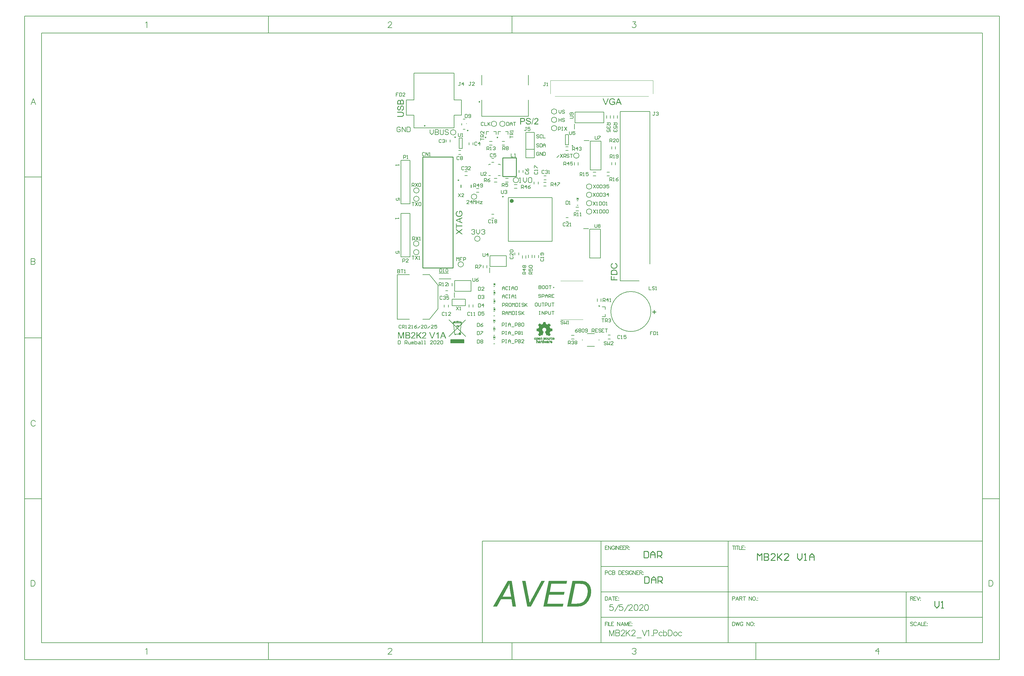
<source format=gto>
G04*
G04 #@! TF.GenerationSoftware,Altium Limited,Altium Designer,20.1.7 (139)*
G04*
G04 Layer_Color=65535*
%FSLAX44Y44*%
%MOMM*%
G71*
G04*
G04 #@! TF.SameCoordinates,4FCD0223-78D8-4E5E-BEAE-C94ABB704BA9*
G04*
G04*
G04 #@! TF.FilePolarity,Positive*
G04*
G01*
G75*
%ADD10C,0.6000*%
%ADD11C,0.2500*%
%ADD12C,0.1800*%
%ADD13C,0.1000*%
%ADD14C,0.2000*%
%ADD15C,0.0127*%
%ADD16C,0.1500*%
%ADD17C,0.2540*%
%ADD18C,0.1600*%
%ADD19C,0.1650*%
%ADD20C,0.1524*%
%ADD21R,4.0000X1.0000*%
%ADD22C,0.1270*%
%ADD23C,0.1778*%
G36*
X655092Y744520D02*
X655292D01*
X655542Y744495D01*
X655792Y744470D01*
X656392Y744370D01*
X657017Y744245D01*
X657667Y744070D01*
X658317Y743845D01*
X658342D01*
X658392Y743820D01*
X658467Y743770D01*
X658592Y743720D01*
X658742Y743645D01*
X658892Y743570D01*
X659266Y743370D01*
X659691Y743095D01*
X660141Y742770D01*
X660566Y742395D01*
X660941Y741971D01*
Y741946D01*
X660991Y741921D01*
X661041Y741846D01*
X661091Y741746D01*
X661191Y741646D01*
X661266Y741496D01*
X661491Y741121D01*
X661741Y740671D01*
X661966Y740146D01*
X662216Y739521D01*
X662416Y738821D01*
X660116Y738197D01*
Y738222D01*
X660091Y738272D01*
X660066Y738347D01*
X660041Y738447D01*
X659941Y738697D01*
X659816Y739046D01*
X659666Y739396D01*
X659491Y739796D01*
X659266Y740171D01*
X659042Y740496D01*
X659016Y740546D01*
X658916Y740646D01*
X658767Y740796D01*
X658567Y740996D01*
X658317Y741196D01*
X657992Y741421D01*
X657617Y741646D01*
X657192Y741846D01*
X657167D01*
X657142Y741871D01*
X656992Y741921D01*
X656742Y742021D01*
X656417Y742121D01*
X656042Y742196D01*
X655592Y742296D01*
X655092Y742346D01*
X654568Y742371D01*
X654268D01*
X654118Y742346D01*
X653943D01*
X653543Y742296D01*
X653068Y742246D01*
X652543Y742146D01*
X652043Y741996D01*
X651543Y741821D01*
X651518D01*
X651493Y741796D01*
X651344Y741721D01*
X651094Y741621D01*
X650819Y741446D01*
X650494Y741246D01*
X650144Y741021D01*
X649794Y740721D01*
X649494Y740421D01*
X649469Y740371D01*
X649369Y740271D01*
X649219Y740096D01*
X649044Y739871D01*
X648869Y739596D01*
X648669Y739271D01*
X648469Y738896D01*
X648294Y738521D01*
Y738496D01*
X648269Y738447D01*
X648219Y738347D01*
X648194Y738222D01*
X648119Y738047D01*
X648069Y737847D01*
X647994Y737622D01*
X647944Y737372D01*
X647794Y736797D01*
X647694Y736147D01*
X647594Y735422D01*
X647569Y734648D01*
Y734622D01*
Y734523D01*
Y734398D01*
X647594Y734223D01*
Y733998D01*
X647619Y733748D01*
X647644Y733448D01*
X647669Y733148D01*
X647794Y732473D01*
X647944Y731748D01*
X648144Y731023D01*
X648444Y730349D01*
Y730324D01*
X648494Y730274D01*
X648544Y730174D01*
X648619Y730074D01*
X648694Y729924D01*
X648819Y729749D01*
X649094Y729374D01*
X649444Y728974D01*
X649894Y728524D01*
X650394Y728124D01*
X650993Y727774D01*
X651019D01*
X651068Y727749D01*
X651169Y727699D01*
X651293Y727649D01*
X651443Y727574D01*
X651643Y727524D01*
X651843Y727449D01*
X652093Y727374D01*
X652618Y727199D01*
X653218Y727075D01*
X653893Y726974D01*
X654593Y726949D01*
X654867D01*
X655017Y726974D01*
X655192D01*
X655617Y727025D01*
X656117Y727100D01*
X656642Y727224D01*
X657217Y727374D01*
X657817Y727574D01*
X657842D01*
X657892Y727599D01*
X657967Y727649D01*
X658067Y727674D01*
X658367Y727799D01*
X658717Y727974D01*
X659091Y728174D01*
X659491Y728399D01*
X659866Y728649D01*
X660216Y728924D01*
Y732523D01*
X654568D01*
Y734798D01*
X662716D01*
Y727649D01*
X662691Y727624D01*
X662641Y727574D01*
X662541Y727499D01*
X662391Y727399D01*
X662216Y727274D01*
X662016Y727149D01*
X661791Y727000D01*
X661541Y726824D01*
X660941Y726450D01*
X660291Y726100D01*
X659591Y725725D01*
X658841Y725425D01*
X658817D01*
X658742Y725400D01*
X658642Y725350D01*
X658492Y725300D01*
X658317Y725250D01*
X658092Y725200D01*
X657842Y725125D01*
X657592Y725050D01*
X656967Y724925D01*
X656267Y724800D01*
X655517Y724700D01*
X654743Y724675D01*
X654468D01*
X654268Y724700D01*
X654018D01*
X653718Y724750D01*
X653393Y724775D01*
X653043Y724825D01*
X652643Y724900D01*
X652243Y724975D01*
X651368Y725175D01*
X650494Y725475D01*
X650044Y725675D01*
X649594Y725875D01*
X649569Y725900D01*
X649494Y725925D01*
X649369Y726000D01*
X649219Y726100D01*
X649019Y726225D01*
X648794Y726375D01*
X648569Y726575D01*
X648294Y726775D01*
X648019Y727000D01*
X647744Y727274D01*
X647445Y727549D01*
X647169Y727874D01*
X646870Y728199D01*
X646595Y728574D01*
X646345Y728949D01*
X646120Y729374D01*
Y729399D01*
X646070Y729474D01*
X646020Y729599D01*
X645945Y729774D01*
X645845Y729999D01*
X645745Y730249D01*
X645645Y730549D01*
X645545Y730873D01*
X645420Y731248D01*
X645320Y731648D01*
X645220Y732048D01*
X645120Y732498D01*
X644995Y733473D01*
X644970Y733973D01*
X644945Y734498D01*
Y734523D01*
Y734622D01*
Y734772D01*
X644970Y734972D01*
Y735222D01*
X644995Y735522D01*
X645045Y735847D01*
X645095Y736222D01*
X645145Y736597D01*
X645220Y737022D01*
X645420Y737897D01*
X645720Y738821D01*
X645895Y739296D01*
X646095Y739746D01*
X646120Y739771D01*
X646145Y739846D01*
X646220Y739971D01*
X646320Y740146D01*
X646445Y740346D01*
X646595Y740571D01*
X646770Y740821D01*
X646970Y741096D01*
X647195Y741396D01*
X647445Y741696D01*
X647719Y741996D01*
X648019Y742296D01*
X648694Y742845D01*
X649069Y743120D01*
X649469Y743345D01*
X649494Y743370D01*
X649569Y743395D01*
X649694Y743445D01*
X649869Y743545D01*
X650069Y743620D01*
X650319Y743720D01*
X650619Y743845D01*
X650944Y743945D01*
X651293Y744070D01*
X651693Y744170D01*
X652093Y744270D01*
X652543Y744370D01*
X653518Y744495D01*
X654018Y744520D01*
X654543Y744545D01*
X654893D01*
X655092Y744520D01*
D02*
G37*
G36*
X24478Y740637D02*
X24828Y740587D01*
X25203Y740512D01*
X25628Y740412D01*
X26052Y740287D01*
X26502Y740087D01*
X26552Y740062D01*
X26702Y739987D01*
X26902Y739862D01*
X27152Y739687D01*
X27452Y739487D01*
X27752Y739237D01*
X28027Y738962D01*
X28302Y738662D01*
X28327Y738637D01*
X28402Y738512D01*
X28527Y738337D01*
X28652Y738087D01*
X28802Y737787D01*
X28977Y737438D01*
X29127Y737013D01*
X29252Y736563D01*
Y736513D01*
X29277Y736438D01*
X29302Y736338D01*
X29327Y736213D01*
X29352Y736063D01*
X29402Y735713D01*
X29452Y735263D01*
X29502Y734738D01*
X29527Y734138D01*
X29552Y733464D01*
Y726165D01*
X10331D01*
Y733738D01*
X10357Y733913D01*
Y734138D01*
X10407Y734638D01*
X10481Y735188D01*
X10581Y735788D01*
X10731Y736363D01*
X10931Y736888D01*
Y736913D01*
X10956Y736938D01*
X10981Y737013D01*
X11031Y737113D01*
X11181Y737338D01*
X11381Y737637D01*
X11631Y737987D01*
X11931Y738312D01*
X12306Y738662D01*
X12731Y738962D01*
X12756D01*
X12781Y738987D01*
X12931Y739087D01*
X13181Y739212D01*
X13506Y739362D01*
X13881Y739487D01*
X14305Y739612D01*
X14755Y739712D01*
X15255Y739737D01*
X15280D01*
X15305D01*
X15380D01*
X15455D01*
X15705Y739712D01*
X16005Y739662D01*
X16380Y739562D01*
X16780Y739462D01*
X17180Y739287D01*
X17605Y739062D01*
X17655Y739037D01*
X17780Y738937D01*
X17980Y738787D01*
X18230Y738562D01*
X18504Y738262D01*
X18779Y737912D01*
X19079Y737513D01*
X19329Y737038D01*
Y737063D01*
X19354Y737113D01*
X19379Y737213D01*
X19429Y737338D01*
X19479Y737462D01*
X19554Y737637D01*
X19754Y738037D01*
X20004Y738462D01*
X20304Y738912D01*
X20679Y739337D01*
X21104Y739712D01*
X21129D01*
X21154Y739762D01*
X21229Y739812D01*
X21329Y739862D01*
X21579Y740012D01*
X21929Y740187D01*
X22353Y740362D01*
X22853Y740512D01*
X23403Y740612D01*
X24003Y740662D01*
X24028D01*
X24053D01*
X24128D01*
X24228D01*
X24478Y740637D01*
D02*
G37*
G36*
X635822Y725000D02*
X633173D01*
X625725Y744220D01*
X628499D01*
X633498Y730249D01*
Y730224D01*
X633523Y730174D01*
X633548Y730074D01*
X633598Y729974D01*
X633648Y729824D01*
X633698Y729649D01*
X633848Y729224D01*
X633998Y728749D01*
X634173Y728224D01*
X634348Y727649D01*
X634498Y727100D01*
Y727124D01*
X634523Y727174D01*
X634548Y727249D01*
X634573Y727374D01*
X634623Y727524D01*
X634673Y727674D01*
X634798Y728074D01*
X634948Y728549D01*
X635123Y729099D01*
X635323Y729674D01*
X635547Y730249D01*
X640746Y744220D01*
X643320D01*
X635822Y725000D01*
D02*
G37*
G36*
X682286D02*
X679411D01*
X677187Y730824D01*
X669139D01*
X667039Y725000D01*
X664365D01*
X671688Y744220D01*
X674463D01*
X682286Y725000D01*
D02*
G37*
G36*
X24403Y722766D02*
X24553D01*
X24703Y722741D01*
X25078Y722691D01*
X25528Y722566D01*
X26003Y722416D01*
X26527Y722191D01*
X27027Y721891D01*
X27052D01*
X27077Y721842D01*
X27152Y721792D01*
X27252Y721742D01*
X27502Y721517D01*
X27802Y721242D01*
X28127Y720892D01*
X28477Y720467D01*
X28827Y719942D01*
X29127Y719367D01*
Y719342D01*
X29152Y719292D01*
X29202Y719192D01*
X29252Y719092D01*
X29302Y718917D01*
X29352Y718742D01*
X29427Y718542D01*
X29502Y718292D01*
X29627Y717768D01*
X29752Y717143D01*
X29852Y716443D01*
X29876Y715693D01*
Y715443D01*
X29852Y715268D01*
Y715043D01*
X29827Y714768D01*
X29801Y714493D01*
X29776Y714168D01*
X29701Y713494D01*
X29552Y712744D01*
X29377Y712019D01*
X29127Y711319D01*
Y711294D01*
X29102Y711244D01*
X29052Y711144D01*
X28977Y711019D01*
X28902Y710894D01*
X28802Y710719D01*
X28552Y710320D01*
X28227Y709870D01*
X27827Y709420D01*
X27352Y708970D01*
X26827Y708570D01*
X26802D01*
X26752Y708520D01*
X26677Y708470D01*
X26552Y708420D01*
X26402Y708345D01*
X26252Y708245D01*
X26052Y708170D01*
X25828Y708070D01*
X25303Y707870D01*
X24728Y707695D01*
X24053Y707570D01*
X23353Y707520D01*
X23153Y709920D01*
X23178D01*
X23228D01*
X23303Y709945D01*
X23403D01*
X23653Y709995D01*
X24003Y710070D01*
X24378Y710170D01*
X24778Y710320D01*
X25178Y710494D01*
X25553Y710694D01*
X25603Y710719D01*
X25703Y710819D01*
X25877Y710969D01*
X26077Y711169D01*
X26327Y711444D01*
X26577Y711769D01*
X26827Y712169D01*
X27052Y712619D01*
Y712644D01*
X27077Y712669D01*
X27102Y712744D01*
X27127Y712844D01*
X27177Y712969D01*
X27227Y713119D01*
X27327Y713494D01*
X27427Y713919D01*
X27527Y714418D01*
X27577Y714968D01*
X27602Y715568D01*
Y715818D01*
X27577Y716093D01*
X27552Y716443D01*
X27502Y716818D01*
X27427Y717268D01*
X27327Y717693D01*
X27177Y718118D01*
Y718142D01*
X27152Y718167D01*
X27102Y718292D01*
X27002Y718492D01*
X26877Y718742D01*
X26702Y719017D01*
X26502Y719292D01*
X26277Y719567D01*
X26003Y719792D01*
X25977Y719817D01*
X25877Y719867D01*
X25703Y719967D01*
X25503Y720067D01*
X25253Y720167D01*
X24978Y720267D01*
X24678Y720317D01*
X24353Y720342D01*
X24303D01*
X24203D01*
X24028Y720317D01*
X23828Y720267D01*
X23578Y720217D01*
X23303Y720117D01*
X23028Y719967D01*
X22778Y719792D01*
X22753Y719767D01*
X22653Y719692D01*
X22528Y719567D01*
X22378Y719392D01*
X22203Y719142D01*
X22029Y718842D01*
X21828Y718492D01*
X21654Y718067D01*
X21629Y718018D01*
X21604Y717917D01*
X21554Y717818D01*
X21529Y717693D01*
X21479Y717543D01*
X21429Y717343D01*
X21354Y717143D01*
X21304Y716893D01*
X21229Y716618D01*
X21129Y716293D01*
X21054Y715943D01*
X20954Y715543D01*
X20854Y715118D01*
X20729Y714643D01*
Y714618D01*
X20704Y714518D01*
X20654Y714393D01*
X20629Y714219D01*
X20554Y713994D01*
X20504Y713769D01*
X20329Y713194D01*
X20154Y712594D01*
X19929Y711969D01*
X19729Y711419D01*
X19604Y711169D01*
X19504Y710944D01*
Y710919D01*
X19479Y710894D01*
X19429Y710819D01*
X19379Y710719D01*
X19229Y710469D01*
X19004Y710170D01*
X18754Y709845D01*
X18454Y709495D01*
X18104Y709170D01*
X17730Y708895D01*
X17705D01*
X17680Y708870D01*
X17530Y708795D01*
X17330Y708695D01*
X17030Y708570D01*
X16680Y708445D01*
X16255Y708345D01*
X15805Y708270D01*
X15330Y708245D01*
X15305D01*
X15255D01*
X15180D01*
X15080Y708270D01*
X14805Y708295D01*
X14430Y708345D01*
X14006Y708445D01*
X13556Y708595D01*
X13081Y708795D01*
X12606Y709070D01*
X12581D01*
X12556Y709120D01*
X12406Y709220D01*
X12156Y709420D01*
X11881Y709670D01*
X11581Y710020D01*
X11256Y710419D01*
X10956Y710919D01*
X10681Y711469D01*
Y711494D01*
X10656Y711544D01*
X10606Y711619D01*
X10581Y711744D01*
X10531Y711894D01*
X10456Y712069D01*
X10407Y712269D01*
X10331Y712494D01*
X10231Y713019D01*
X10107Y713619D01*
X10032Y714294D01*
X10007Y714993D01*
Y715343D01*
X10032Y715543D01*
Y715743D01*
X10057Y715993D01*
X10081Y716268D01*
X10181Y716843D01*
X10307Y717468D01*
X10481Y718118D01*
X10706Y718742D01*
Y718767D01*
X10731Y718817D01*
X10781Y718892D01*
X10831Y719017D01*
X11006Y719317D01*
X11231Y719667D01*
X11506Y720092D01*
X11856Y720492D01*
X12281Y720917D01*
X12756Y721267D01*
X12781D01*
X12806Y721317D01*
X12881Y721342D01*
X12981Y721417D01*
X13106Y721467D01*
X13256Y721542D01*
X13631Y721717D01*
X14080Y721891D01*
X14580Y722041D01*
X15155Y722166D01*
X15755Y722216D01*
X15930Y719767D01*
X15905D01*
X15855D01*
X15755Y719742D01*
X15630Y719717D01*
X15480Y719692D01*
X15305Y719642D01*
X14905Y719517D01*
X14480Y719342D01*
X14030Y719117D01*
X13581Y718817D01*
X13206Y718417D01*
X13156Y718367D01*
X13131Y718292D01*
X13056Y718217D01*
X12981Y718092D01*
X12906Y717943D01*
X12831Y717768D01*
X12731Y717593D01*
X12656Y717368D01*
X12581Y717118D01*
X12506Y716843D01*
X12431Y716543D01*
X12356Y716218D01*
X12331Y715868D01*
X12281Y715493D01*
Y714718D01*
X12306Y714518D01*
X12331Y714318D01*
X12381Y713819D01*
X12481Y713269D01*
X12631Y712719D01*
X12856Y712194D01*
X12981Y711944D01*
X13131Y711744D01*
X13181Y711694D01*
X13281Y711569D01*
X13456Y711419D01*
X13706Y711219D01*
X14006Y711019D01*
X14355Y710869D01*
X14755Y710744D01*
X15180Y710694D01*
X15230D01*
X15355D01*
X15530Y710744D01*
X15780Y710794D01*
X16055Y710869D01*
X16330Y710994D01*
X16605Y711169D01*
X16880Y711419D01*
X16905Y711469D01*
X16955Y711519D01*
X16980Y711594D01*
X17055Y711694D01*
X17130Y711819D01*
X17205Y711994D01*
X17280Y712169D01*
X17380Y712419D01*
X17505Y712694D01*
X17605Y712994D01*
X17730Y713344D01*
X17854Y713744D01*
X17980Y714193D01*
X18104Y714693D01*
X18230Y715243D01*
Y715268D01*
X18254Y715368D01*
X18304Y715543D01*
X18354Y715743D01*
X18404Y715993D01*
X18479Y716293D01*
X18554Y716593D01*
X18654Y716943D01*
X18829Y717643D01*
X19029Y718342D01*
X19154Y718667D01*
X19254Y718992D01*
X19354Y719267D01*
X19454Y719492D01*
Y719517D01*
X19479Y719567D01*
X19529Y719642D01*
X19604Y719767D01*
X19754Y720067D01*
X19979Y720442D01*
X20279Y720842D01*
X20604Y721242D01*
X21004Y721642D01*
X21429Y721966D01*
X21454D01*
X21479Y721992D01*
X21554Y722041D01*
X21629Y722092D01*
X21878Y722216D01*
X22203Y722391D01*
X22603Y722541D01*
X23078Y722666D01*
X23578Y722766D01*
X24153Y722791D01*
X24178D01*
X24228D01*
X24303D01*
X24403Y722766D01*
D02*
G37*
G36*
X22178Y704096D02*
X22453D01*
X22778Y704071D01*
X23103Y704046D01*
X23853Y703946D01*
X24628Y703846D01*
X25378Y703671D01*
X25728Y703571D01*
X26052Y703446D01*
X26077D01*
X26127Y703421D01*
X26227Y703371D01*
X26327Y703321D01*
X26477Y703246D01*
X26652Y703146D01*
X27027Y702896D01*
X27477Y702571D01*
X27927Y702172D01*
X28402Y701672D01*
X28627Y701372D01*
X28827Y701072D01*
Y701047D01*
X28877Y700997D01*
X28927Y700897D01*
X29002Y700772D01*
X29077Y700597D01*
X29152Y700397D01*
X29252Y700147D01*
X29352Y699872D01*
X29452Y699572D01*
X29552Y699222D01*
X29627Y698872D01*
X29701Y698473D01*
X29776Y698048D01*
X29827Y697598D01*
X29852Y697098D01*
X29876Y696598D01*
Y696348D01*
X29852Y696148D01*
Y695923D01*
X29827Y695648D01*
X29801Y695348D01*
X29752Y695023D01*
X29652Y694324D01*
X29477Y693599D01*
X29252Y692849D01*
X28952Y692174D01*
Y692149D01*
X28902Y692099D01*
X28852Y691999D01*
X28777Y691899D01*
X28577Y691599D01*
X28277Y691224D01*
X27902Y690825D01*
X27427Y690425D01*
X26902Y690050D01*
X26277Y689725D01*
X26252D01*
X26202Y689700D01*
X26102Y689650D01*
X25952Y689625D01*
X25777Y689550D01*
X25553Y689500D01*
X25303Y689425D01*
X25003Y689375D01*
X24678Y689300D01*
X24328Y689225D01*
X23928Y689175D01*
X23503Y689125D01*
X23028Y689075D01*
X22528Y689025D01*
X22004Y689000D01*
X21454D01*
X10331D01*
Y691549D01*
X21429D01*
X21454D01*
X21529D01*
X21679D01*
X21828D01*
X22053Y691574D01*
X22278D01*
X22553Y691599D01*
X22828D01*
X23428Y691649D01*
X24053Y691749D01*
X24628Y691849D01*
X24878Y691924D01*
X25128Y691999D01*
X25153D01*
X25178Y692024D01*
X25328Y692099D01*
X25528Y692199D01*
X25803Y692374D01*
X26077Y692599D01*
X26402Y692874D01*
X26677Y693199D01*
X26952Y693599D01*
Y693624D01*
X26977Y693649D01*
X27052Y693799D01*
X27152Y694049D01*
X27252Y694374D01*
X27377Y694773D01*
X27477Y695248D01*
X27552Y695773D01*
X27577Y696373D01*
Y696648D01*
X27552Y696823D01*
X27527Y697048D01*
X27502Y697323D01*
X27477Y697623D01*
X27427Y697923D01*
X27277Y698572D01*
X27052Y699247D01*
X26902Y699547D01*
X26727Y699847D01*
X26552Y700122D01*
X26327Y700372D01*
X26302Y700397D01*
X26252Y700422D01*
X26177Y700472D01*
X26077Y700572D01*
X25928Y700647D01*
X25728Y700747D01*
X25503Y700872D01*
X25228Y700972D01*
X24928Y701097D01*
X24578Y701197D01*
X24178Y701297D01*
X23728Y701397D01*
X23228Y701472D01*
X22678Y701522D01*
X22078Y701547D01*
X21429Y701572D01*
X10331D01*
Y704121D01*
X21454D01*
X21479D01*
X21579D01*
X21729D01*
X21929D01*
X22178Y704096D01*
D02*
G37*
G36*
X403318Y685770D02*
X403518D01*
X403768Y685745D01*
X404043Y685720D01*
X404618Y685620D01*
X405243Y685495D01*
X405893Y685320D01*
X406518Y685095D01*
X406543D01*
X406593Y685070D01*
X406668Y685020D01*
X406793Y684970D01*
X407093Y684795D01*
X407443Y684570D01*
X407867Y684295D01*
X408267Y683945D01*
X408692Y683521D01*
X409042Y683046D01*
Y683021D01*
X409092Y682996D01*
X409117Y682921D01*
X409192Y682821D01*
X409242Y682696D01*
X409317Y682546D01*
X409492Y682171D01*
X409667Y681721D01*
X409817Y681221D01*
X409942Y680646D01*
X409992Y680046D01*
X407542Y679872D01*
Y679896D01*
Y679947D01*
X407518Y680046D01*
X407492Y680171D01*
X407467Y680321D01*
X407417Y680496D01*
X407293Y680896D01*
X407118Y681321D01*
X406893Y681771D01*
X406593Y682221D01*
X406193Y682596D01*
X406143Y682646D01*
X406068Y682671D01*
X405993Y682746D01*
X405868Y682821D01*
X405718Y682896D01*
X405543Y682971D01*
X405368Y683071D01*
X405143Y683146D01*
X404893Y683221D01*
X404618Y683296D01*
X404318Y683371D01*
X403993Y683446D01*
X403643Y683471D01*
X403269Y683521D01*
X402494D01*
X402294Y683496D01*
X402094Y683471D01*
X401594Y683421D01*
X401044Y683321D01*
X400494Y683171D01*
X399969Y682946D01*
X399720Y682821D01*
X399520Y682671D01*
X399469Y682621D01*
X399345Y682521D01*
X399195Y682346D01*
X398995Y682096D01*
X398795Y681796D01*
X398645Y681446D01*
X398520Y681046D01*
X398470Y680621D01*
Y680571D01*
Y680446D01*
X398520Y680271D01*
X398570Y680021D01*
X398645Y679746D01*
X398770Y679472D01*
X398945Y679197D01*
X399195Y678922D01*
X399245Y678897D01*
X399295Y678847D01*
X399370Y678822D01*
X399469Y678747D01*
X399594Y678672D01*
X399770Y678597D01*
X399944Y678522D01*
X400194Y678422D01*
X400469Y678297D01*
X400769Y678197D01*
X401119Y678072D01*
X401519Y677947D01*
X401969Y677822D01*
X402469Y677697D01*
X403019Y677572D01*
X403044D01*
X403144Y677547D01*
X403318Y677497D01*
X403518Y677447D01*
X403768Y677397D01*
X404068Y677322D01*
X404368Y677247D01*
X404718Y677147D01*
X405418Y676972D01*
X406118Y676772D01*
X406443Y676647D01*
X406768Y676547D01*
X407043Y676447D01*
X407267Y676347D01*
X407293D01*
X407342Y676322D01*
X407417Y676272D01*
X407542Y676197D01*
X407842Y676048D01*
X408217Y675823D01*
X408617Y675523D01*
X409017Y675198D01*
X409417Y674798D01*
X409742Y674373D01*
Y674348D01*
X409767Y674323D01*
X409817Y674248D01*
X409867Y674173D01*
X409992Y673923D01*
X410167Y673598D01*
X410317Y673198D01*
X410442Y672723D01*
X410542Y672223D01*
X410567Y671649D01*
Y671624D01*
Y671574D01*
Y671499D01*
X410542Y671399D01*
Y671249D01*
X410517Y671099D01*
X410467Y670724D01*
X410342Y670274D01*
X410192Y669799D01*
X409967Y669274D01*
X409667Y668774D01*
Y668749D01*
X409617Y668724D01*
X409567Y668649D01*
X409517Y668549D01*
X409292Y668299D01*
X409017Y667999D01*
X408667Y667675D01*
X408242Y667325D01*
X407717Y666975D01*
X407143Y666675D01*
X407118D01*
X407068Y666650D01*
X406968Y666600D01*
X406868Y666550D01*
X406693Y666500D01*
X406518Y666450D01*
X406318Y666375D01*
X406068Y666300D01*
X405543Y666175D01*
X404918Y666050D01*
X404218Y665950D01*
X403469Y665925D01*
X403219D01*
X403044Y665950D01*
X402819D01*
X402544Y665975D01*
X402269Y666000D01*
X401944Y666025D01*
X401269Y666100D01*
X400519Y666250D01*
X399795Y666425D01*
X399095Y666675D01*
X399070D01*
X399020Y666700D01*
X398920Y666750D01*
X398795Y666825D01*
X398670Y666900D01*
X398495Y667000D01*
X398095Y667250D01*
X397645Y667575D01*
X397195Y667974D01*
X396745Y668449D01*
X396345Y668974D01*
Y668999D01*
X396295Y669049D01*
X396245Y669124D01*
X396195Y669249D01*
X396120Y669399D01*
X396020Y669549D01*
X395945Y669749D01*
X395845Y669974D01*
X395645Y670499D01*
X395471Y671074D01*
X395346Y671749D01*
X395296Y672448D01*
X397695Y672648D01*
Y672623D01*
Y672573D01*
X397720Y672498D01*
Y672398D01*
X397770Y672149D01*
X397845Y671799D01*
X397945Y671424D01*
X398095Y671024D01*
X398270Y670624D01*
X398470Y670249D01*
X398495Y670199D01*
X398595Y670099D01*
X398745Y669924D01*
X398945Y669724D01*
X399220Y669474D01*
X399544Y669224D01*
X399944Y668974D01*
X400394Y668749D01*
X400419D01*
X400444Y668724D01*
X400519Y668699D01*
X400619Y668674D01*
X400744Y668624D01*
X400894Y668574D01*
X401269Y668474D01*
X401694Y668374D01*
X402194Y668275D01*
X402744Y668224D01*
X403344Y668199D01*
X403593D01*
X403868Y668224D01*
X404218Y668250D01*
X404593Y668299D01*
X405043Y668374D01*
X405468Y668474D01*
X405893Y668624D01*
X405918D01*
X405943Y668649D01*
X406068Y668699D01*
X406268Y668799D01*
X406518Y668924D01*
X406793Y669099D01*
X407068Y669299D01*
X407342Y669524D01*
X407567Y669799D01*
X407593Y669824D01*
X407642Y669924D01*
X407742Y670099D01*
X407842Y670299D01*
X407942Y670549D01*
X408042Y670824D01*
X408092Y671124D01*
X408117Y671449D01*
Y671499D01*
Y671599D01*
X408092Y671774D01*
X408042Y671973D01*
X407992Y672223D01*
X407892Y672498D01*
X407742Y672773D01*
X407567Y673023D01*
X407542Y673048D01*
X407467Y673148D01*
X407342Y673273D01*
X407168Y673423D01*
X406918Y673598D01*
X406618Y673773D01*
X406268Y673973D01*
X405843Y674148D01*
X405793Y674173D01*
X405693Y674198D01*
X405593Y674248D01*
X405468Y674273D01*
X405318Y674323D01*
X405118Y674373D01*
X404918Y674448D01*
X404668Y674498D01*
X404393Y674573D01*
X404068Y674673D01*
X403718Y674748D01*
X403318Y674848D01*
X402894Y674948D01*
X402419Y675073D01*
X402394D01*
X402294Y675098D01*
X402169Y675148D01*
X401994Y675173D01*
X401769Y675248D01*
X401544Y675298D01*
X400969Y675473D01*
X400369Y675648D01*
X399744Y675872D01*
X399195Y676072D01*
X398945Y676197D01*
X398720Y676297D01*
X398695D01*
X398670Y676322D01*
X398595Y676372D01*
X398495Y676422D01*
X398245Y676572D01*
X397945Y676797D01*
X397620Y677047D01*
X397270Y677347D01*
X396945Y677697D01*
X396670Y678072D01*
Y678097D01*
X396645Y678122D01*
X396570Y678272D01*
X396470Y678472D01*
X396345Y678772D01*
X396220Y679122D01*
X396120Y679547D01*
X396045Y679996D01*
X396020Y680471D01*
Y680496D01*
Y680546D01*
Y680621D01*
X396045Y680721D01*
X396070Y680996D01*
X396120Y681371D01*
X396220Y681796D01*
X396370Y682246D01*
X396570Y682721D01*
X396845Y683196D01*
Y683221D01*
X396895Y683246D01*
X396995Y683396D01*
X397195Y683645D01*
X397445Y683921D01*
X397795Y684220D01*
X398195Y684545D01*
X398695Y684845D01*
X399245Y685120D01*
X399270D01*
X399320Y685145D01*
X399395Y685195D01*
X399520Y685220D01*
X399669Y685270D01*
X399844Y685345D01*
X400044Y685395D01*
X400269Y685470D01*
X400794Y685570D01*
X401394Y685695D01*
X402069Y685770D01*
X402769Y685795D01*
X403119D01*
X403318Y685770D01*
D02*
G37*
G36*
X427312Y685520D02*
X427562Y685495D01*
X427837Y685470D01*
X428137Y685420D01*
X428462Y685345D01*
X429162Y685170D01*
X429512Y685045D01*
X429887Y684895D01*
X430262Y684720D01*
X430612Y684495D01*
X430937Y684270D01*
X431261Y683995D01*
X431286Y683970D01*
X431336Y683921D01*
X431411Y683846D01*
X431511Y683720D01*
X431636Y683570D01*
X431786Y683396D01*
X431911Y683196D01*
X432086Y682946D01*
X432236Y682696D01*
X432361Y682396D01*
X432636Y681746D01*
X432736Y681396D01*
X432811Y681021D01*
X432861Y680621D01*
X432886Y680196D01*
Y680146D01*
Y679996D01*
X432861Y679771D01*
X432836Y679472D01*
X432761Y679147D01*
X432686Y678747D01*
X432561Y678347D01*
X432411Y677922D01*
X432386Y677872D01*
X432311Y677722D01*
X432211Y677497D01*
X432036Y677222D01*
X431811Y676872D01*
X431536Y676472D01*
X431211Y676022D01*
X430836Y675573D01*
Y675548D01*
X430787Y675523D01*
X430712Y675448D01*
X430637Y675348D01*
X430512Y675223D01*
X430362Y675073D01*
X430187Y674898D01*
X429962Y674698D01*
X429737Y674473D01*
X429462Y674223D01*
X429162Y673923D01*
X428837Y673623D01*
X428462Y673298D01*
X428087Y672973D01*
X427637Y672598D01*
X427187Y672198D01*
X427162Y672173D01*
X427088Y672123D01*
X426987Y672023D01*
X426838Y671924D01*
X426688Y671774D01*
X426488Y671599D01*
X426063Y671224D01*
X425588Y670824D01*
X425138Y670424D01*
X424938Y670249D01*
X424763Y670074D01*
X424588Y669899D01*
X424463Y669774D01*
X424438Y669749D01*
X424363Y669674D01*
X424263Y669549D01*
X424113Y669374D01*
X423963Y669199D01*
X423788Y668974D01*
X423463Y668524D01*
X432911D01*
Y666250D01*
X420189D01*
Y666300D01*
Y666400D01*
Y666550D01*
X420214Y666775D01*
X420239Y667025D01*
X420289Y667300D01*
X420364Y667575D01*
X420464Y667875D01*
Y667900D01*
X420489Y667924D01*
X420514Y667999D01*
X420564Y668100D01*
X420664Y668349D01*
X420839Y668674D01*
X421064Y669074D01*
X421314Y669499D01*
X421639Y669949D01*
X422014Y670424D01*
X422039Y670449D01*
X422064Y670474D01*
X422139Y670549D01*
X422214Y670649D01*
X422464Y670924D01*
X422814Y671274D01*
X423238Y671699D01*
X423763Y672198D01*
X424388Y672748D01*
X425113Y673348D01*
X425138Y673373D01*
X425238Y673473D01*
X425413Y673598D01*
X425613Y673773D01*
X425863Y673998D01*
X426163Y674248D01*
X426488Y674523D01*
X426813Y674823D01*
X427512Y675473D01*
X428212Y676147D01*
X428537Y676497D01*
X428837Y676822D01*
X429112Y677122D01*
X429337Y677422D01*
X429362Y677447D01*
X429387Y677497D01*
X429437Y677572D01*
X429512Y677672D01*
X429587Y677822D01*
X429687Y677972D01*
X429912Y678347D01*
X430112Y678772D01*
X430287Y679247D01*
X430412Y679771D01*
X430462Y680021D01*
Y680271D01*
Y680296D01*
Y680346D01*
Y680396D01*
X430437Y680496D01*
X430412Y680771D01*
X430337Y681096D01*
X430212Y681471D01*
X430037Y681846D01*
X429787Y682246D01*
X429437Y682621D01*
X429387Y682671D01*
X429262Y682771D01*
X429037Y682921D01*
X428737Y683121D01*
X428362Y683296D01*
X427912Y683446D01*
X427387Y683546D01*
X426813Y683596D01*
X426638D01*
X426538Y683570D01*
X426388D01*
X426213Y683546D01*
X425838Y683471D01*
X425413Y683346D01*
X424938Y683171D01*
X424488Y682921D01*
X424088Y682571D01*
X424038Y682521D01*
X423938Y682396D01*
X423763Y682146D01*
X423588Y681846D01*
X423388Y681421D01*
X423214Y680946D01*
X423114Y680396D01*
X423064Y679746D01*
X420639Y679996D01*
Y680021D01*
X420664Y680121D01*
Y680246D01*
X420689Y680446D01*
X420739Y680671D01*
X420789Y680921D01*
X420864Y681221D01*
X420964Y681521D01*
X421189Y682196D01*
X421339Y682546D01*
X421514Y682871D01*
X421714Y683221D01*
X421939Y683546D01*
X422189Y683846D01*
X422489Y684120D01*
X422514Y684145D01*
X422564Y684170D01*
X422664Y684245D01*
X422789Y684345D01*
X422963Y684445D01*
X423163Y684570D01*
X423388Y684695D01*
X423663Y684845D01*
X423963Y684970D01*
X424288Y685095D01*
X424638Y685220D01*
X425038Y685320D01*
X425438Y685420D01*
X425888Y685495D01*
X426363Y685520D01*
X426862Y685545D01*
X427137D01*
X427312Y685520D01*
D02*
G37*
G36*
X386573Y685445D02*
X387023Y685420D01*
X387523Y685395D01*
X387998Y685345D01*
X388397Y685270D01*
X388472D01*
X388522Y685245D01*
X388622Y685220D01*
X388897Y685170D01*
X389222Y685070D01*
X389597Y684945D01*
X389972Y684795D01*
X390372Y684595D01*
X390747Y684370D01*
X390797Y684345D01*
X390897Y684245D01*
X391097Y684095D01*
X391297Y683895D01*
X391547Y683645D01*
X391822Y683321D01*
X392071Y682946D01*
X392296Y682521D01*
Y682496D01*
X392321Y682471D01*
X392346Y682396D01*
X392396Y682321D01*
X392496Y682071D01*
X392596Y681746D01*
X392696Y681346D01*
X392796Y680896D01*
X392871Y680421D01*
X392896Y679896D01*
Y679872D01*
Y679797D01*
Y679671D01*
X392871Y679497D01*
X392846Y679272D01*
X392821Y679022D01*
X392771Y678747D01*
X392696Y678472D01*
X392521Y677797D01*
X392396Y677472D01*
X392221Y677122D01*
X392046Y676772D01*
X391847Y676422D01*
X391596Y676072D01*
X391322Y675748D01*
X391297Y675723D01*
X391247Y675673D01*
X391147Y675598D01*
X391022Y675473D01*
X390847Y675348D01*
X390622Y675223D01*
X390347Y675048D01*
X390047Y674898D01*
X389672Y674748D01*
X389272Y674598D01*
X388797Y674448D01*
X388297Y674323D01*
X387723Y674198D01*
X387098Y674123D01*
X386423Y674073D01*
X385698Y674048D01*
X380799D01*
Y666250D01*
X378250D01*
Y685470D01*
X386148D01*
X386573Y685445D01*
D02*
G37*
G36*
X413866Y665925D02*
X411966D01*
X417540Y685795D01*
X419439D01*
X413866Y665925D01*
D02*
G37*
G36*
X202376Y406732D02*
X202426Y406682D01*
X202501Y406582D01*
X202601Y406432D01*
X202726Y406257D01*
X202850Y406057D01*
X203001Y405832D01*
X203175Y405582D01*
X203550Y404982D01*
X203900Y404332D01*
X204275Y403633D01*
X204575Y402883D01*
Y402858D01*
X204600Y402783D01*
X204650Y402683D01*
X204700Y402533D01*
X204750Y402358D01*
X204800Y402133D01*
X204875Y401883D01*
X204950Y401633D01*
X205075Y401008D01*
X205200Y400308D01*
X205300Y399559D01*
X205325Y398784D01*
Y398509D01*
X205300Y398309D01*
Y398059D01*
X205250Y397759D01*
X205225Y397434D01*
X205175Y397084D01*
X205100Y396684D01*
X205025Y396284D01*
X204825Y395410D01*
X204525Y394535D01*
X204325Y394085D01*
X204125Y393635D01*
X204100Y393610D01*
X204075Y393535D01*
X204000Y393410D01*
X203900Y393260D01*
X203775Y393060D01*
X203625Y392835D01*
X203425Y392610D01*
X203225Y392335D01*
X203001Y392061D01*
X202726Y391786D01*
X202451Y391486D01*
X202126Y391211D01*
X201801Y390911D01*
X201426Y390636D01*
X201051Y390386D01*
X200626Y390161D01*
X200601D01*
X200526Y390111D01*
X200401Y390061D01*
X200226Y389986D01*
X200001Y389886D01*
X199751Y389786D01*
X199451Y389686D01*
X199126Y389586D01*
X198752Y389461D01*
X198352Y389361D01*
X197952Y389261D01*
X197502Y389161D01*
X196527Y389036D01*
X196027Y389011D01*
X195502Y388986D01*
X195477D01*
X195377D01*
X195228D01*
X195028Y389011D01*
X194778D01*
X194478Y389036D01*
X194153Y389086D01*
X193778Y389136D01*
X193403Y389186D01*
X192978Y389261D01*
X192103Y389461D01*
X191178Y389761D01*
X190704Y389936D01*
X190254Y390136D01*
X190229Y390161D01*
X190154Y390186D01*
X190029Y390261D01*
X189854Y390361D01*
X189654Y390486D01*
X189429Y390636D01*
X189179Y390811D01*
X188904Y391011D01*
X188604Y391236D01*
X188304Y391486D01*
X188004Y391761D01*
X187704Y392061D01*
X187155Y392735D01*
X186880Y393110D01*
X186655Y393510D01*
X186630Y393535D01*
X186605Y393610D01*
X186555Y393735D01*
X186455Y393910D01*
X186380Y394110D01*
X186280Y394360D01*
X186155Y394660D01*
X186055Y394985D01*
X185930Y395335D01*
X185830Y395734D01*
X185730Y396134D01*
X185630Y396584D01*
X185505Y397559D01*
X185480Y398059D01*
X185455Y398584D01*
Y398934D01*
X185480Y399134D01*
Y399334D01*
X185505Y399584D01*
X185530Y399833D01*
X185630Y400433D01*
X185755Y401058D01*
X185930Y401708D01*
X186155Y402358D01*
Y402383D01*
X186180Y402433D01*
X186230Y402508D01*
X186280Y402633D01*
X186355Y402783D01*
X186430Y402933D01*
X186630Y403308D01*
X186905Y403732D01*
X187229Y404182D01*
X187604Y404607D01*
X188029Y404982D01*
X188054D01*
X188079Y405032D01*
X188154Y405082D01*
X188254Y405132D01*
X188354Y405232D01*
X188504Y405307D01*
X188879Y405532D01*
X189329Y405782D01*
X189854Y406007D01*
X190479Y406257D01*
X191178Y406457D01*
X191803Y404157D01*
X191778D01*
X191728Y404132D01*
X191653Y404107D01*
X191553Y404082D01*
X191304Y403982D01*
X190954Y403857D01*
X190604Y403708D01*
X190204Y403532D01*
X189829Y403308D01*
X189504Y403083D01*
X189454Y403058D01*
X189354Y402958D01*
X189204Y402808D01*
X189004Y402608D01*
X188804Y402358D01*
X188579Y402033D01*
X188354Y401658D01*
X188154Y401233D01*
Y401208D01*
X188129Y401183D01*
X188079Y401033D01*
X187979Y400783D01*
X187879Y400458D01*
X187804Y400083D01*
X187704Y399633D01*
X187654Y399134D01*
X187629Y398609D01*
Y398309D01*
X187654Y398159D01*
Y397984D01*
X187704Y397584D01*
X187754Y397109D01*
X187854Y396584D01*
X188004Y396085D01*
X188179Y395585D01*
Y395560D01*
X188204Y395535D01*
X188279Y395385D01*
X188379Y395135D01*
X188554Y394860D01*
X188754Y394535D01*
X188979Y394185D01*
X189279Y393835D01*
X189579Y393535D01*
X189629Y393510D01*
X189729Y393410D01*
X189904Y393260D01*
X190129Y393085D01*
X190404Y392910D01*
X190729Y392710D01*
X191103Y392510D01*
X191478Y392335D01*
X191503D01*
X191553Y392310D01*
X191653Y392260D01*
X191778Y392235D01*
X191953Y392160D01*
X192153Y392110D01*
X192378Y392035D01*
X192628Y391986D01*
X193203Y391836D01*
X193853Y391736D01*
X194578Y391636D01*
X195352Y391611D01*
X195377D01*
X195477D01*
X195602D01*
X195777Y391636D01*
X196002D01*
X196252Y391661D01*
X196552Y391686D01*
X196852Y391711D01*
X197527Y391836D01*
X198252Y391986D01*
X198976Y392185D01*
X199651Y392485D01*
X199676D01*
X199726Y392535D01*
X199826Y392585D01*
X199926Y392660D01*
X200076Y392735D01*
X200251Y392860D01*
X200626Y393135D01*
X201026Y393485D01*
X201476Y393935D01*
X201876Y394435D01*
X202226Y395035D01*
Y395060D01*
X202251Y395110D01*
X202301Y395210D01*
X202351Y395335D01*
X202426Y395485D01*
X202476Y395685D01*
X202551Y395885D01*
X202626Y396134D01*
X202801Y396659D01*
X202925Y397259D01*
X203025Y397934D01*
X203050Y398634D01*
Y398909D01*
X203025Y399059D01*
Y399234D01*
X202976Y399659D01*
X202901Y400158D01*
X202775Y400683D01*
X202626Y401258D01*
X202426Y401858D01*
Y401883D01*
X202401Y401933D01*
X202351Y402008D01*
X202326Y402108D01*
X202201Y402408D01*
X202026Y402758D01*
X201826Y403133D01*
X201601Y403532D01*
X201351Y403907D01*
X201076Y404257D01*
X197477D01*
Y398609D01*
X195203D01*
Y406757D01*
X202351D01*
X202376Y406732D01*
D02*
G37*
G36*
X205000Y384687D02*
X199177Y382463D01*
Y374415D01*
X205000Y372315D01*
Y369641D01*
X185780Y376964D01*
Y379739D01*
X205000Y387562D01*
Y384687D01*
D02*
G37*
G36*
X188054Y362768D02*
X205000D01*
Y360219D01*
X188054D01*
Y353895D01*
X185780D01*
Y369091D01*
X188054D01*
Y362768D01*
D02*
G37*
G36*
X205000Y349946D02*
X198152Y345098D01*
X198127Y345073D01*
X198052Y345023D01*
X197927Y344948D01*
X197777Y344848D01*
X197602Y344723D01*
X197402Y344598D01*
X196977Y344298D01*
X197027Y344273D01*
X197127Y344198D01*
X197302Y344098D01*
X197502Y343948D01*
X197977Y343648D01*
X198177Y343523D01*
X198352Y343398D01*
X205000Y338524D01*
Y335475D01*
X195028Y342898D01*
X185780Y336350D01*
Y339399D01*
X190704Y342898D01*
X190729Y342923D01*
X190779Y342948D01*
X190854Y342998D01*
X190954Y343073D01*
X191229Y343273D01*
X191578Y343498D01*
X191953Y343748D01*
X192353Y343998D01*
X192728Y344223D01*
X193053Y344423D01*
X193003Y344448D01*
X192878Y344548D01*
X192678Y344673D01*
X192403Y344848D01*
X192078Y345073D01*
X191703Y345347D01*
X191329Y345622D01*
X190904Y345947D01*
X185780Y349771D01*
Y352546D01*
X194928Y345897D01*
X205000Y353070D01*
Y349946D01*
D02*
G37*
G36*
X663301Y250387D02*
X663476Y250337D01*
X663701Y250287D01*
X663951Y250187D01*
X664251Y250062D01*
X664576Y249937D01*
X664951Y249762D01*
X665326Y249587D01*
X665726Y249362D01*
X666101Y249137D01*
X666501Y248862D01*
X666901Y248587D01*
X667275Y248262D01*
X667625Y247912D01*
X667950Y247537D01*
X667975Y247512D01*
X668025Y247437D01*
X668100Y247337D01*
X668200Y247162D01*
X668325Y246963D01*
X668475Y246713D01*
X668600Y246438D01*
X668750Y246138D01*
X668925Y245763D01*
X669050Y245388D01*
X669200Y244963D01*
X669325Y244513D01*
X669425Y244038D01*
X669500Y243538D01*
X669550Y243014D01*
X669575Y242464D01*
Y242164D01*
X669550Y241939D01*
X669525Y241689D01*
X669500Y241364D01*
X669475Y241039D01*
X669425Y240664D01*
X669275Y239864D01*
X669050Y239015D01*
X668900Y238590D01*
X668725Y238165D01*
X668550Y237765D01*
X668325Y237390D01*
X668300Y237365D01*
X668275Y237315D01*
X668200Y237215D01*
X668075Y237065D01*
X667950Y236915D01*
X667800Y236715D01*
X667600Y236515D01*
X667375Y236290D01*
X667150Y236040D01*
X666876Y235815D01*
X666576Y235565D01*
X666226Y235316D01*
X665876Y235066D01*
X665501Y234841D01*
X665076Y234616D01*
X664651Y234416D01*
X664626D01*
X664551Y234366D01*
X664401Y234316D01*
X664226Y234266D01*
X664001Y234191D01*
X663751Y234091D01*
X663452Y234016D01*
X663102Y233916D01*
X662727Y233816D01*
X662327Y233741D01*
X661902Y233641D01*
X661477Y233566D01*
X660502Y233466D01*
X659502Y233416D01*
X659477D01*
X659378D01*
X659202D01*
X659003Y233441D01*
X658728D01*
X658428Y233466D01*
X658103Y233516D01*
X657728Y233566D01*
X657328Y233616D01*
X656903Y233691D01*
X656028Y233891D01*
X655154Y234166D01*
X654704Y234341D01*
X654279Y234541D01*
X654254Y234566D01*
X654179Y234591D01*
X654054Y234666D01*
X653904Y234766D01*
X653729Y234866D01*
X653504Y235016D01*
X653279Y235191D01*
X653004Y235390D01*
X652454Y235840D01*
X651904Y236415D01*
X651355Y237065D01*
X651105Y237440D01*
X650880Y237815D01*
X650855Y237840D01*
X650830Y237915D01*
X650780Y238040D01*
X650705Y238190D01*
X650605Y238390D01*
X650505Y238615D01*
X650405Y238890D01*
X650280Y239190D01*
X650180Y239540D01*
X650080Y239889D01*
X649880Y240689D01*
X649755Y241564D01*
X649705Y242014D01*
Y242764D01*
X649730Y242964D01*
X649755Y243214D01*
X649780Y243514D01*
X649830Y243838D01*
X649880Y244188D01*
X650055Y244938D01*
X650180Y245338D01*
X650330Y245763D01*
X650505Y246163D01*
X650680Y246563D01*
X650930Y246963D01*
X651180Y247337D01*
X651205Y247362D01*
X651255Y247412D01*
X651330Y247537D01*
X651454Y247662D01*
X651605Y247812D01*
X651779Y248012D01*
X652004Y248212D01*
X652254Y248437D01*
X652529Y248662D01*
X652829Y248887D01*
X653179Y249112D01*
X653529Y249337D01*
X653929Y249562D01*
X654354Y249762D01*
X654829Y249962D01*
X655303Y250112D01*
X655903Y247612D01*
X655878D01*
X655803Y247587D01*
X655703Y247537D01*
X655554Y247487D01*
X655378Y247412D01*
X655179Y247337D01*
X654729Y247113D01*
X654229Y246838D01*
X653729Y246513D01*
X653254Y246113D01*
X653054Y245888D01*
X652854Y245663D01*
Y245638D01*
X652804Y245613D01*
X652754Y245538D01*
X652704Y245438D01*
X652629Y245313D01*
X652554Y245163D01*
X652354Y244788D01*
X652179Y244313D01*
X652029Y243763D01*
X651929Y243139D01*
X651879Y242439D01*
Y242214D01*
X651904Y242064D01*
Y241889D01*
X651929Y241664D01*
X651979Y241414D01*
X652004Y241139D01*
X652129Y240564D01*
X652329Y239939D01*
X652604Y239314D01*
X652754Y239015D01*
X652954Y238715D01*
Y238690D01*
X653004Y238640D01*
X653054Y238565D01*
X653154Y238465D01*
X653379Y238215D01*
X653704Y237915D01*
X654104Y237565D01*
X654604Y237215D01*
X655154Y236890D01*
X655803Y236640D01*
X655828D01*
X655878Y236615D01*
X655978Y236590D01*
X656103Y236540D01*
X656278Y236490D01*
X656478Y236440D01*
X656703Y236390D01*
X656928Y236340D01*
X657503Y236240D01*
X658128Y236140D01*
X658803Y236065D01*
X659502Y236040D01*
X659528D01*
X659602D01*
X659727D01*
X659902D01*
X660127Y236065D01*
X660377Y236090D01*
X660652D01*
X660952Y236140D01*
X661627Y236215D01*
X662327Y236340D01*
X663077Y236515D01*
X663776Y236740D01*
X663801D01*
X663851Y236765D01*
X663951Y236815D01*
X664076Y236890D01*
X664226Y236965D01*
X664401Y237040D01*
X664801Y237290D01*
X665251Y237615D01*
X665701Y237990D01*
X666126Y238440D01*
X666501Y238965D01*
Y238990D01*
X666551Y239040D01*
X666576Y239115D01*
X666651Y239240D01*
X666701Y239364D01*
X666776Y239540D01*
X666951Y239939D01*
X667125Y240439D01*
X667251Y240989D01*
X667350Y241589D01*
X667400Y242239D01*
Y242439D01*
X667375Y242589D01*
X667350Y242789D01*
X667326Y242989D01*
X667300Y243239D01*
X667251Y243489D01*
X667101Y244063D01*
X666876Y244663D01*
X666751Y244988D01*
X666576Y245288D01*
X666401Y245588D01*
X666176Y245863D01*
X666151Y245888D01*
X666126Y245938D01*
X666051Y246013D01*
X665951Y246113D01*
X665826Y246213D01*
X665651Y246363D01*
X665476Y246513D01*
X665251Y246663D01*
X665026Y246838D01*
X664751Y247013D01*
X664451Y247162D01*
X664126Y247337D01*
X663751Y247487D01*
X663376Y247637D01*
X662977Y247762D01*
X662527Y247887D01*
X663176Y250437D01*
X663202D01*
X663301Y250387D01*
D02*
G37*
G36*
X660102Y230642D02*
X660327D01*
X660577Y230617D01*
X660852Y230592D01*
X661452Y230542D01*
X662102Y230442D01*
X662777Y230317D01*
X663427Y230142D01*
X663452D01*
X663501Y230117D01*
X663601Y230092D01*
X663701Y230042D01*
X663851Y229992D01*
X664026Y229942D01*
X664401Y229792D01*
X664851Y229617D01*
X665326Y229392D01*
X665801Y229117D01*
X666226Y228842D01*
X666276Y228817D01*
X666401Y228692D01*
X666601Y228542D01*
X666851Y228317D01*
X667125Y228067D01*
X667425Y227768D01*
X667700Y227418D01*
X667975Y227068D01*
X668000Y227018D01*
X668075Y226893D01*
X668200Y226693D01*
X668325Y226418D01*
X668475Y226093D01*
X668650Y225693D01*
X668800Y225243D01*
X668925Y224768D01*
Y224743D01*
X668950Y224718D01*
Y224643D01*
X668975Y224543D01*
X669000Y224418D01*
X669025Y224268D01*
X669075Y223894D01*
X669150Y223444D01*
X669200Y222919D01*
X669225Y222319D01*
X669250Y221694D01*
Y214771D01*
X650030D01*
Y221944D01*
X650055Y222169D01*
Y222644D01*
X650105Y223194D01*
X650155Y223769D01*
X650230Y224318D01*
X650330Y224793D01*
Y224818D01*
X650355Y224868D01*
X650380Y224968D01*
X650405Y225068D01*
X650455Y225218D01*
X650505Y225393D01*
X650630Y225768D01*
X650830Y226218D01*
X651055Y226693D01*
X651355Y227168D01*
X651704Y227617D01*
X651730Y227642D01*
X651754Y227693D01*
X651829Y227768D01*
X651929Y227868D01*
X652054Y227992D01*
X652204Y228142D01*
X652379Y228292D01*
X652579Y228467D01*
X653054Y228842D01*
X653629Y229217D01*
X654254Y229592D01*
X654979Y229892D01*
X655004D01*
X655079Y229917D01*
X655179Y229967D01*
X655329Y230017D01*
X655528Y230067D01*
X655753Y230142D01*
X656003Y230217D01*
X656303Y230292D01*
X656628Y230342D01*
X656978Y230417D01*
X657353Y230492D01*
X657753Y230542D01*
X658628Y230642D01*
X659553Y230667D01*
X659577D01*
X659652D01*
X659752D01*
X659927D01*
X660102Y230642D01*
D02*
G37*
G36*
X652304Y201049D02*
X658253D01*
Y210072D01*
X660527D01*
Y201049D01*
X669250D01*
Y198500D01*
X650030D01*
Y211472D01*
X652304D01*
Y201049D01*
D02*
G37*
G36*
X453741Y73473D02*
X453812Y73301D01*
X453806Y73300D01*
X454875Y67725D01*
X454946Y67553D01*
X455061Y67506D01*
X459730Y65572D01*
X459845Y65525D01*
X460016Y65595D01*
X460013Y65601D01*
X464711Y68787D01*
X464882Y68858D01*
X465112Y68763D01*
X465094Y68745D01*
X469129Y64746D01*
X469224Y64516D01*
X469153Y64345D01*
X469148Y64348D01*
X465962Y59650D01*
X465891Y59478D01*
X465938Y59363D01*
X467872Y54695D01*
X467920Y54580D01*
X468091Y54509D01*
X468092Y54515D01*
X473667Y53446D01*
X473839Y53375D01*
X473934Y53145D01*
X473909D01*
X473934Y47464D01*
X473839Y47235D01*
X473667Y47164D01*
X473666Y47170D01*
X468091Y46101D01*
X467920Y46030D01*
X467872Y45915D01*
X465938Y41246D01*
X465891Y41131D01*
X465962Y40960D01*
X465967Y40963D01*
X469153Y36265D01*
X469224Y36094D01*
X469129Y35864D01*
X469112Y35882D01*
X465112Y31847D01*
X464882Y31752D01*
X464711Y31823D01*
X464714Y31828D01*
X460016Y35014D01*
X459845Y35085D01*
X459730Y35038D01*
X457592Y34152D01*
X457477Y34105D01*
X457248Y34200D01*
X457200Y34316D01*
X453264Y43955D01*
X453217Y44069D01*
X453312Y44298D01*
X453416Y44341D01*
X453418Y44337D01*
X453982Y44570D01*
X455353Y45623D01*
X456406Y46994D01*
X457067Y48591D01*
X457293Y50305D01*
X457067Y52019D01*
X456406Y53616D01*
X455353Y54987D01*
X453982Y56039D01*
X452385Y56701D01*
X450671Y56926D01*
X448957Y56701D01*
X447360Y56039D01*
X445989Y54987D01*
X444937Y53616D01*
X444275Y52019D01*
X444049Y50305D01*
X444275Y48591D01*
X444937Y46994D01*
X445989Y45623D01*
X447360Y44570D01*
X447924Y44337D01*
X447926Y44341D01*
X448031Y44298D01*
X448126Y44069D01*
X448079Y43955D01*
X444143Y34316D01*
X444095Y34200D01*
X443865Y34105D01*
X443750Y34152D01*
X441613Y35038D01*
X441498Y35085D01*
X441326Y35014D01*
X441330Y35009D01*
X436632Y31823D01*
X436460Y31752D01*
X436230Y31847D01*
X436248Y31865D01*
X432213Y35864D01*
X432118Y36094D01*
X432189Y36265D01*
X432195Y36262D01*
X435381Y40960D01*
X435452Y41131D01*
X435404Y41246D01*
X433470Y45915D01*
X433423Y46030D01*
X433251Y46101D01*
X433250Y46095D01*
X427675Y47164D01*
X427503Y47235D01*
X427408Y47464D01*
X427433D01*
X427408Y53145D01*
X427503Y53375D01*
X427675Y53446D01*
X427676Y53440D01*
X433251Y54509D01*
X433423Y54580D01*
X433470Y54695D01*
X435404Y59363D01*
X435452Y59478D01*
X435381Y59650D01*
X435375Y59646D01*
X432189Y64345D01*
X432118Y64516D01*
X432213Y64746D01*
X432231Y64728D01*
X436230Y68763D01*
X436460Y68858D01*
X436632Y68787D01*
X436628Y68781D01*
X441326Y65595D01*
X441498Y65525D01*
X441613Y65572D01*
X446281Y67506D01*
X446396Y67553D01*
X446467Y67725D01*
X446461Y67726D01*
X447530Y73301D01*
X447601Y73473D01*
X447831Y73568D01*
Y73543D01*
X453512Y73568D01*
X453741Y73473D01*
D02*
G37*
G36*
X74884Y35397D02*
X83307Y24000D01*
X79933D01*
X73084Y33672D01*
X69960Y30648D01*
Y24000D01*
X67411D01*
Y43220D01*
X69960D01*
Y33698D01*
X79508Y43220D01*
X82957D01*
X74884Y35397D01*
D02*
G37*
G36*
X450935Y26678D02*
X450935Y26677D01*
X451590Y26547D01*
X451594Y26557D01*
X451674Y26542D01*
X452626Y25905D01*
X452613Y25889D01*
X451841Y24980D01*
X451110Y25468D01*
X451107Y25469D01*
X451090Y25429D01*
X450220Y25602D01*
X450179Y25594D01*
X450181Y25589D01*
X450141Y25597D01*
X449674Y25504D01*
X449671Y25515D01*
X449326Y25372D01*
X449323Y25374D01*
X449278Y25355D01*
X449058Y24824D01*
X449066Y24806D01*
X449077Y24807D01*
X449159Y24611D01*
X449158Y24611D01*
X449245Y24400D01*
X449256Y24396D01*
X449262Y24401D01*
X449536Y24287D01*
X449535Y24284D01*
X449935Y24204D01*
X449936Y24222D01*
X450965Y24177D01*
X451411Y24088D01*
X451411Y24088D01*
X451790Y24013D01*
X451805Y24003D01*
X451791Y23968D01*
X452326Y23747D01*
X452390Y23592D01*
X452350Y23559D01*
X452643Y23119D01*
X452671Y22979D01*
X452672Y22979D01*
X452805Y22309D01*
X452801Y22291D01*
X452789Y22292D01*
X452796Y22258D01*
X452663Y21592D01*
X452585Y21475D01*
X452581Y21477D01*
X452316Y21080D01*
X452015Y20879D01*
X452015Y20879D01*
X451560Y20576D01*
X451187Y20501D01*
X451187Y20500D01*
X450225Y20309D01*
X450191Y20316D01*
X450192Y20313D01*
X450166Y20308D01*
X448709Y20597D01*
X448703Y20585D01*
X448699Y20586D01*
X447417Y21443D01*
X447460Y21488D01*
X448294Y22313D01*
X449208Y21703D01*
X449211Y21708D01*
X450263Y21499D01*
X450289Y21504D01*
X450289Y21515D01*
X450309Y21511D01*
X450774Y21604D01*
X450779Y21582D01*
X451172Y21745D01*
X451169Y21751D01*
X451364Y21832D01*
X451434Y22000D01*
X451432Y22002D01*
X451570Y22336D01*
X451563Y22352D01*
X451558Y22350D01*
X451562Y22362D01*
X451467Y22593D01*
X451467Y22593D01*
X451396Y22764D01*
X451336Y22789D01*
X451340Y22796D01*
X451087Y22900D01*
X451088Y22903D01*
X450760Y23039D01*
X450754Y22959D01*
X449654Y23042D01*
X448936Y23185D01*
X448938Y23189D01*
X448901Y23196D01*
X448363Y23556D01*
X448322Y23509D01*
X448225Y23550D01*
X447994Y24106D01*
X447968Y24096D01*
X447830Y24786D01*
X447837Y24819D01*
X447829Y24860D01*
X447980Y25622D01*
X448006Y25660D01*
X448032Y25648D01*
X448250Y26175D01*
X448506Y26281D01*
X448529Y26249D01*
X449003Y26566D01*
X449272Y26619D01*
X449271Y26621D01*
X450148Y26795D01*
X450181Y26789D01*
X450179Y26818D01*
X450206Y26823D01*
X450935Y26678D01*
D02*
G37*
G36*
X430335Y26676D02*
X430335Y26676D01*
X430624Y26618D01*
X430789Y26508D01*
X430790Y26511D01*
X431322Y26155D01*
X431472Y25930D01*
X431470Y25928D01*
X431743Y25520D01*
X431817Y25146D01*
X431818Y25146D01*
X431941Y24527D01*
X431905Y24525D01*
X431993Y23629D01*
X431986Y23550D01*
X431985Y23551D01*
X431992Y23473D01*
X431905Y22581D01*
X431941Y22580D01*
X431818Y21961D01*
X431817Y21961D01*
X431743Y21589D01*
X431471Y21181D01*
X431471Y21181D01*
X431316Y20949D01*
X430791Y20598D01*
X430790Y20600D01*
X430639Y20499D01*
X430335Y20439D01*
X430335Y20438D01*
X429823Y20336D01*
X429806Y20340D01*
X429807Y20352D01*
X429775Y20346D01*
X429037Y20492D01*
X428928Y20566D01*
X428927Y20563D01*
X428202Y21047D01*
X428202Y16121D01*
X428222Y16124D01*
X428353Y16322D01*
X428910Y16694D01*
X428906Y16704D01*
X428942Y16728D01*
X429801Y16899D01*
X429841Y16891D01*
X429841Y16893D01*
X430563Y16749D01*
X430569Y16762D01*
X430586Y16759D01*
X431246Y16318D01*
X431241Y16312D01*
X431393Y16210D01*
X431772Y15644D01*
X431778Y15646D01*
X431779Y15645D01*
X431867Y15199D01*
X431868Y15199D01*
X431963Y14718D01*
X431961Y14704D01*
X431909Y14704D01*
Y10578D01*
X430661D01*
X430688Y14273D01*
X430694Y14301D01*
X430587Y14837D01*
X430575Y14834D01*
X430375Y15318D01*
X430376D01*
X430369Y15332D01*
X429918Y15519D01*
X429918Y15519D01*
X429453Y15712D01*
X429438Y15705D01*
X429440Y15709D01*
X429422Y15716D01*
X428949Y15520D01*
X428949Y15519D01*
X428493Y15331D01*
X428488Y15318D01*
X428489Y15318D01*
X428288Y14834D01*
X428276Y14837D01*
X428170Y14301D01*
X428175Y14273D01*
X428202Y14274D01*
Y10578D01*
X426954D01*
Y26661D01*
X428202D01*
X428188Y26022D01*
X428269Y26142D01*
X428918Y26576D01*
X428916Y26580D01*
X428960Y26610D01*
X429784Y26774D01*
X429807Y26769D01*
X429806Y26774D01*
X429823Y26778D01*
X430335Y26676D01*
D02*
G37*
G36*
X30595Y24000D02*
X28146D01*
Y40096D01*
X22522Y24000D01*
X20248D01*
X14699Y40371D01*
Y24000D01*
X12250D01*
Y43220D01*
X16049D01*
X20598Y29599D01*
Y29574D01*
X20623Y29524D01*
X20648Y29424D01*
X20698Y29299D01*
X20748Y29124D01*
X20823Y28949D01*
X20948Y28524D01*
X21098Y28074D01*
X21248Y27599D01*
X21398Y27149D01*
X21523Y26749D01*
X21548Y26799D01*
X21598Y26949D01*
X21673Y27199D01*
X21772Y27524D01*
X21923Y27974D01*
X22097Y28499D01*
X22297Y29124D01*
X22547Y29848D01*
X27171Y43220D01*
X30595D01*
Y24000D01*
D02*
G37*
G36*
X479162Y26593D02*
X479165Y26599D01*
X479189Y26594D01*
X480003Y26051D01*
X479995Y26044D01*
X480079Y25987D01*
X480582Y25235D01*
X480588Y25206D01*
X480591Y25207D01*
X480800Y24158D01*
X480791Y24112D01*
X480743Y24113D01*
Y23086D01*
X476847Y23086D01*
X476840Y23047D01*
X476967Y22410D01*
X476981Y22415D01*
X477195Y21896D01*
X477240Y21878D01*
X477232Y21869D01*
X477767Y21648D01*
X477762Y21634D01*
X478335Y21520D01*
X478356Y21524D01*
X478356Y21521D01*
X478367Y21519D01*
X479063Y21657D01*
X479094Y21678D01*
X479094Y21678D01*
X479718Y22095D01*
X479742Y22131D01*
X479719Y22153D01*
X480638Y21369D01*
X480497Y21158D01*
X480135Y20916D01*
X480134Y20917D01*
X479629Y20579D01*
X479600Y20574D01*
X479604Y20562D01*
X478388Y20320D01*
X478379Y20322D01*
X478379Y20326D01*
X477430Y20514D01*
X477428Y20507D01*
X477196Y20553D01*
X476526Y21001D01*
X476527Y21001D01*
X476289Y21160D01*
X476134Y21391D01*
X475864Y21796D01*
X475836Y21937D01*
X475823Y21933D01*
X475679Y22656D01*
X475674Y22656D01*
X475507Y23496D01*
X475514Y23534D01*
X475514Y23533D01*
X475508Y23566D01*
X475668Y24372D01*
X475673Y24371D01*
X475813Y25074D01*
X475822Y25071D01*
X475863Y25276D01*
X476095Y25624D01*
X476096Y25623D01*
X476322Y25962D01*
X476451Y26048D01*
X476443Y26057D01*
X477279Y26615D01*
X477282Y26616D01*
X477289Y26599D01*
X478190Y26778D01*
X478189Y26779D01*
X478209Y26783D01*
X479162Y26593D01*
D02*
G37*
G36*
X436377Y26593D02*
X436380Y26599D01*
X436404Y26594D01*
X437218Y26051D01*
X437211Y26044D01*
X437295Y25987D01*
X437797Y25235D01*
X437803Y25206D01*
X437807Y25207D01*
X438015Y24158D01*
X438006Y24112D01*
X437958Y24113D01*
Y23086D01*
X434063Y23086D01*
X434055Y23048D01*
X434182Y22410D01*
X434196Y22415D01*
X434411Y21896D01*
X434455Y21878D01*
X434448Y21869D01*
X434983Y21648D01*
X434978Y21634D01*
X435550Y21520D01*
X435572Y21524D01*
X435571Y21521D01*
X435582Y21519D01*
X436278Y21657D01*
X436309Y21678D01*
X436309Y21678D01*
X436934Y22095D01*
X436957Y22131D01*
X436934Y22153D01*
X437853Y21369D01*
X437712Y21158D01*
X437350Y20916D01*
X437349Y20917D01*
X436844Y20580D01*
X436815Y20574D01*
X436820Y20562D01*
X435603Y20320D01*
X435594Y20322D01*
X435594Y20326D01*
X434646Y20514D01*
X434643Y20507D01*
X434412Y20553D01*
X433742Y21001D01*
X433742Y21001D01*
X433504Y21160D01*
X433350Y21391D01*
X433350D01*
X433079Y21796D01*
X433051Y21937D01*
X433038Y21933D01*
X432894Y22656D01*
X432890Y22656D01*
X432722Y23497D01*
X432730Y23534D01*
X432729Y23533D01*
X432723Y23565D01*
X432883Y24372D01*
X432888Y24371D01*
X433028Y25074D01*
X433037Y25071D01*
X433078Y25275D01*
X433310Y25624D01*
X433311Y25623D01*
X433537Y25962D01*
X433666Y26048D01*
X433659Y26057D01*
X434494Y26615D01*
X434497Y26616D01*
X434504Y26599D01*
X435405Y26778D01*
X435405Y26779D01*
X435424Y26783D01*
X436377Y26593D01*
D02*
G37*
G36*
X473032Y26786D02*
X473032Y26785D01*
X473046Y26788D01*
X473702Y26658D01*
X474086Y26581D01*
X474302Y26437D01*
X474305Y26442D01*
X475152Y25876D01*
X475286Y25675D01*
X475264Y25656D01*
X474347Y24839D01*
X474222Y25027D01*
X473768Y25330D01*
X473766Y25326D01*
X473092Y25606D01*
X473080Y25601D01*
X473081Y25514D01*
X473042Y25522D01*
X472365Y25387D01*
X472374Y25364D01*
X471871Y25155D01*
X471823Y25039D01*
X471864Y25005D01*
X471609Y24623D01*
X471564Y24397D01*
X471561Y24398D01*
X471403Y23601D01*
X471413Y23550D01*
X471413Y23551D01*
X471403Y23500D01*
X471561Y22707D01*
X471564Y22708D01*
X471608Y22485D01*
X471864Y22102D01*
X471822Y22067D01*
X471869Y21954D01*
X472374Y21745D01*
X472365Y21722D01*
X473042Y21588D01*
X473081Y21595D01*
X473080Y21510D01*
X473093Y21504D01*
X473769Y21784D01*
X473770Y21782D01*
X474213Y22077D01*
X474346Y22277D01*
X474343Y22280D01*
X474346Y22277D01*
X474346Y22277D01*
X475285Y21435D01*
X475153Y21236D01*
X474305Y20670D01*
X474302Y20674D01*
X474094Y20535D01*
X473701Y20457D01*
X473046Y20327D01*
X473032Y20329D01*
X473032Y20329D01*
X473019Y20326D01*
X471994Y20530D01*
X471991Y20523D01*
X471907Y20540D01*
X471072Y21098D01*
X471078Y21105D01*
X470933Y21202D01*
X470706Y21541D01*
X470706Y21541D01*
X470440Y21940D01*
X470411Y22081D01*
X470402Y22078D01*
X470266Y22759D01*
X470264Y22758D01*
X470112Y23523D01*
X470117Y23551D01*
X470117Y23550D01*
X470111Y23578D01*
X470264Y24343D01*
X470266Y24343D01*
X470402Y25025D01*
X470412Y25021D01*
X470440Y25166D01*
X470706Y25564D01*
X470706D01*
X470938Y25911D01*
X471078Y26004D01*
X471071Y26012D01*
X471918Y26578D01*
X471990Y26592D01*
X471994Y26584D01*
X473019Y26788D01*
X473032Y26786D01*
D02*
G37*
G36*
X423255Y26787D02*
X423254Y26786D01*
X423283Y26792D01*
X423906Y26668D01*
X423906Y26668D01*
X424254Y26599D01*
X424430Y26481D01*
X424432Y26486D01*
X424835Y26217D01*
X424834Y26215D01*
X425115Y26027D01*
X425162Y25958D01*
X425160Y25957D01*
X425628Y25258D01*
X425667Y25057D01*
X425665Y25056D01*
X425788Y24438D01*
X425775Y24437D01*
X425882Y23622D01*
X425874Y23564D01*
X425876Y23565D01*
X425884Y23506D01*
X425775Y22678D01*
X425789Y22677D01*
X425665Y22054D01*
X425667Y22053D01*
X425628Y21852D01*
X425160Y21153D01*
X425158Y21155D01*
X425102Y21071D01*
X424834Y20892D01*
X424835Y20890D01*
X424433Y20622D01*
X424431Y20627D01*
X424268Y20518D01*
X423906Y20446D01*
X423283Y20322D01*
X423254Y20328D01*
X423255Y20327D01*
X423224Y20321D01*
X422595Y20446D01*
X422234Y20518D01*
X422070Y20627D01*
X422068Y20623D01*
X421668Y20890D01*
X421669Y20892D01*
X421412Y21063D01*
X421350Y21157D01*
X421346Y21153D01*
X420876Y21856D01*
X420837Y22052D01*
X420839Y22053D01*
X420715Y22677D01*
X420729Y22678D01*
X420620Y23506D01*
X420628Y23565D01*
X420630Y23565D01*
X420622Y23622D01*
X420729Y24437D01*
X420716Y24438D01*
X420839Y25056D01*
X420837Y25057D01*
X420876Y25253D01*
X421346Y25957D01*
X421347Y25956D01*
X421399Y26035D01*
X421669Y26215D01*
X421668Y26217D01*
X422069Y26485D01*
X422071Y26481D01*
X422247Y26599D01*
X422595Y26668D01*
Y26668D01*
X423225Y26793D01*
X423255Y26787D01*
D02*
G37*
G36*
X456095Y26787D02*
X456094Y26786D01*
X456123Y26792D01*
X456746Y26668D01*
X456746Y26668D01*
X457094Y26599D01*
X457270Y26481D01*
X457272Y26486D01*
X457675Y26217D01*
X457674Y26215D01*
X457955Y26027D01*
X458001Y25958D01*
X458000Y25957D01*
X458467Y25258D01*
X458507Y25057D01*
X458505Y25056D01*
X458628Y24438D01*
X458615Y24437D01*
X458722Y23622D01*
X458714Y23564D01*
X458716Y23565D01*
X458724Y23506D01*
X458615Y22678D01*
X458629Y22677D01*
X458505Y22054D01*
X458507Y22053D01*
X458467Y21852D01*
X458000Y21153D01*
X457998Y21155D01*
X457941Y21071D01*
X457674Y20892D01*
X457675Y20890D01*
X457273Y20622D01*
X457270Y20627D01*
X457107Y20518D01*
X456746Y20446D01*
X456123Y20322D01*
X456094Y20328D01*
X456095Y20327D01*
X456064Y20321D01*
X455435Y20446D01*
X455073Y20518D01*
X454910Y20627D01*
X454908Y20623D01*
X454508Y20890D01*
X454509Y20892D01*
X454252Y21063D01*
X454190Y21157D01*
X454185Y21153D01*
X453715Y21857D01*
X453676Y22052D01*
X453679Y22053D01*
X453555Y22677D01*
X453569Y22678D01*
X453460Y23506D01*
X453467Y23565D01*
X453469Y23565D01*
X453462Y23622D01*
X453569Y24437D01*
X453556Y24438D01*
X453679Y25056D01*
X453676Y25057D01*
X453715Y25253D01*
X454185Y25957D01*
X454186Y25956D01*
X454239Y26035D01*
X454509Y26215D01*
X454508Y26217D01*
X454908Y26485D01*
X454911Y26481D01*
X455087Y26599D01*
X455435Y26668D01*
Y26668D01*
X456064Y26793D01*
X456095Y26787D01*
D02*
G37*
G36*
X115898Y24000D02*
X113249D01*
X105801Y43220D01*
X108575D01*
X113574Y29249D01*
Y29224D01*
X113599Y29174D01*
X113624Y29074D01*
X113674Y28974D01*
X113724Y28824D01*
X113774Y28649D01*
X113924Y28224D01*
X114074Y27749D01*
X114249Y27224D01*
X114424Y26649D01*
X114574Y26100D01*
Y26124D01*
X114599Y26174D01*
X114624Y26249D01*
X114649Y26374D01*
X114699Y26524D01*
X114749Y26674D01*
X114874Y27074D01*
X115024Y27549D01*
X115199Y28099D01*
X115399Y28674D01*
X115624Y29249D01*
X120822Y43220D01*
X123397D01*
X115898Y24000D01*
D02*
G37*
G36*
X469043Y26768D02*
X469042Y26769D01*
X469043Y26770D01*
X469716Y26636D01*
X469720Y26643D01*
X469791Y26629D01*
X470344Y26260D01*
X470339Y26253D01*
X469441Y25180D01*
X469080Y25421D01*
X469036Y25430D01*
X469028Y25408D01*
X468612Y25580D01*
X468612Y25589D01*
X468611Y25590D01*
X467735Y25227D01*
X467750Y25210D01*
X467662Y25174D01*
X467497Y24774D01*
X467482Y24779D01*
X467371Y24222D01*
X467379Y24184D01*
X467404Y24185D01*
Y20455D01*
X466156D01*
Y26661D01*
X467404D01*
Y25998D01*
X467423Y26001D01*
X467555Y26198D01*
X468112Y26570D01*
X468108Y26581D01*
X468144Y26605D01*
X469003Y26776D01*
X469043Y26768D01*
D02*
G37*
G36*
X441937D02*
X441936Y26769D01*
X442659Y26625D01*
X442664Y26639D01*
X442681Y26635D01*
X443341Y26194D01*
X443336Y26189D01*
X443489Y26087D01*
X443867Y25520D01*
X443873Y25523D01*
X443874Y25522D01*
X443963Y25076D01*
X443963D01*
X444059Y24594D01*
X444056Y24580D01*
X444005Y24581D01*
Y20455D01*
X442756D01*
X442784Y24150D01*
X442789Y24177D01*
X442682Y24714D01*
X442671Y24710D01*
X442470Y25194D01*
X442471Y25194D01*
X442465Y25209D01*
X442013Y25396D01*
X442013Y25396D01*
X441549Y25589D01*
X441533Y25582D01*
X441535Y25585D01*
X441518Y25593D01*
X441044Y25396D01*
X441044Y25396D01*
X440589Y25207D01*
X440583Y25194D01*
X440584Y25194D01*
X440383Y24710D01*
X440372Y24714D01*
X440265Y24177D01*
X440271Y24150D01*
X440298Y24150D01*
Y20455D01*
X439050D01*
Y26661D01*
X440298D01*
Y25998D01*
X440317Y26001D01*
X440449Y26198D01*
X441006Y26570D01*
X441002Y26581D01*
X441038Y26605D01*
X441897Y26776D01*
X441937Y26768D01*
D02*
G37*
G36*
X156413Y24000D02*
X153539D01*
X151314Y29824D01*
X143266D01*
X141167Y24000D01*
X138493D01*
X145816Y43220D01*
X148590D01*
X156413Y24000D01*
D02*
G37*
G36*
X133594D02*
X131244D01*
Y39021D01*
X131194Y38996D01*
X131095Y38896D01*
X130895Y38721D01*
X130645Y38521D01*
X130320Y38271D01*
X129920Y37996D01*
X129495Y37696D01*
X128995Y37397D01*
X128970D01*
X128945Y37372D01*
X128870Y37322D01*
X128770Y37272D01*
X128495Y37122D01*
X128170Y36947D01*
X127795Y36747D01*
X127371Y36547D01*
X126946Y36347D01*
X126521Y36172D01*
Y38471D01*
X126546D01*
X126621Y38521D01*
X126721Y38571D01*
X126846Y38646D01*
X127021Y38721D01*
X127220Y38846D01*
X127695Y39096D01*
X128220Y39421D01*
X128820Y39821D01*
X129395Y40246D01*
X129970Y40721D01*
X129995Y40746D01*
X130045Y40771D01*
X130120Y40846D01*
X130220Y40946D01*
X130470Y41196D01*
X130795Y41546D01*
X131119Y41920D01*
X131469Y42370D01*
X131794Y42820D01*
X132069Y43295D01*
X133594D01*
Y24000D01*
D02*
G37*
G36*
X91230Y43270D02*
X91480Y43245D01*
X91755Y43220D01*
X92055Y43170D01*
X92380Y43095D01*
X93079Y42920D01*
X93429Y42795D01*
X93804Y42645D01*
X94179Y42470D01*
X94529Y42245D01*
X94854Y42020D01*
X95179Y41746D01*
X95204Y41720D01*
X95254Y41670D01*
X95329Y41596D01*
X95429Y41471D01*
X95554Y41321D01*
X95704Y41146D01*
X95829Y40946D01*
X96004Y40696D01*
X96153Y40446D01*
X96278Y40146D01*
X96553Y39496D01*
X96653Y39146D01*
X96728Y38771D01*
X96778Y38371D01*
X96803Y37947D01*
Y37896D01*
Y37747D01*
X96778Y37522D01*
X96753Y37222D01*
X96678Y36897D01*
X96603Y36497D01*
X96478Y36097D01*
X96328Y35672D01*
X96304Y35622D01*
X96229Y35472D01*
X96129Y35247D01*
X95954Y34972D01*
X95729Y34622D01*
X95454Y34222D01*
X95129Y33772D01*
X94754Y33323D01*
Y33298D01*
X94704Y33273D01*
X94629Y33198D01*
X94554Y33098D01*
X94429Y32973D01*
X94279Y32823D01*
X94104Y32648D01*
X93879Y32448D01*
X93654Y32223D01*
X93379Y31973D01*
X93079Y31673D01*
X92754Y31373D01*
X92380Y31048D01*
X92005Y30723D01*
X91555Y30348D01*
X91105Y29948D01*
X91080Y29924D01*
X91005Y29873D01*
X90905Y29773D01*
X90755Y29674D01*
X90605Y29524D01*
X90405Y29349D01*
X89980Y28974D01*
X89505Y28574D01*
X89055Y28174D01*
X88855Y27999D01*
X88680Y27824D01*
X88505Y27649D01*
X88380Y27524D01*
X88356Y27499D01*
X88280Y27424D01*
X88181Y27299D01*
X88031Y27124D01*
X87881Y26949D01*
X87706Y26724D01*
X87381Y26274D01*
X96828D01*
Y24000D01*
X84107Y24000D01*
Y24050D01*
Y24150D01*
Y24300D01*
X84132Y24525D01*
X84157Y24775D01*
X84207Y25050D01*
X84282Y25325D01*
X84382Y25625D01*
Y25650D01*
X84406Y25675D01*
X84431Y25750D01*
X84481Y25849D01*
X84581Y26100D01*
X84756Y26424D01*
X84981Y26824D01*
X85231Y27249D01*
X85556Y27699D01*
X85931Y28174D01*
X85956Y28199D01*
X85981Y28224D01*
X86056Y28299D01*
X86131Y28399D01*
X86381Y28674D01*
X86731Y29024D01*
X87156Y29449D01*
X87681Y29948D01*
X88306Y30498D01*
X89030Y31098D01*
X89055Y31123D01*
X89155Y31223D01*
X89330Y31348D01*
X89530Y31523D01*
X89780Y31748D01*
X90080Y31998D01*
X90405Y32273D01*
X90730Y32573D01*
X91430Y33223D01*
X92129Y33898D01*
X92455Y34247D01*
X92754Y34572D01*
X93029Y34872D01*
X93254Y35172D01*
X93279Y35197D01*
X93304Y35247D01*
X93354Y35322D01*
X93429Y35422D01*
X93504Y35572D01*
X93604Y35722D01*
X93829Y36097D01*
X94029Y36522D01*
X94204Y36997D01*
X94329Y37522D01*
X94379Y37771D01*
Y38021D01*
Y38046D01*
Y38096D01*
Y38146D01*
X94354Y38246D01*
X94329Y38521D01*
X94254Y38846D01*
X94129Y39221D01*
X93954Y39596D01*
X93704Y39996D01*
X93354Y40371D01*
X93304Y40421D01*
X93179Y40521D01*
X92954Y40671D01*
X92654Y40871D01*
X92280Y41046D01*
X91830Y41196D01*
X91305Y41296D01*
X90730Y41346D01*
X90555D01*
X90455Y41321D01*
X90305D01*
X90130Y41296D01*
X89755Y41221D01*
X89330Y41096D01*
X88855Y40921D01*
X88406Y40671D01*
X88006Y40321D01*
X87956Y40271D01*
X87856Y40146D01*
X87681Y39896D01*
X87506Y39596D01*
X87306Y39171D01*
X87131Y38696D01*
X87031Y38146D01*
X86981Y37497D01*
X84557Y37747D01*
Y37771D01*
X84581Y37871D01*
Y37996D01*
X84607Y38196D01*
X84656Y38421D01*
X84706Y38671D01*
X84781Y38971D01*
X84881Y39271D01*
X85106Y39946D01*
X85256Y40296D01*
X85431Y40621D01*
X85631Y40971D01*
X85856Y41296D01*
X86106Y41596D01*
X86406Y41870D01*
X86431Y41895D01*
X86481Y41920D01*
X86581Y41995D01*
X86706Y42095D01*
X86881Y42195D01*
X87081Y42320D01*
X87306Y42445D01*
X87581Y42595D01*
X87881Y42720D01*
X88205Y42845D01*
X88555Y42970D01*
X88955Y43070D01*
X89355Y43170D01*
X89805Y43245D01*
X90280Y43270D01*
X90780Y43295D01*
X91055D01*
X91230Y43270D01*
D02*
G37*
G36*
X58413Y43270D02*
X58663Y43245D01*
X58938Y43220D01*
X59238Y43170D01*
X59563Y43095D01*
X60263Y42920D01*
X60613Y42795D01*
X60988Y42645D01*
X61362Y42470D01*
X61712Y42245D01*
X62037Y42020D01*
X62362Y41746D01*
X62387Y41720D01*
X62437Y41670D01*
X62512Y41596D01*
X62612Y41470D01*
X62737Y41321D01*
X62887Y41146D01*
X63012Y40946D01*
X63187Y40696D01*
X63337Y40446D01*
X63462Y40146D01*
X63737Y39496D01*
X63837Y39146D01*
X63912Y38771D01*
X63962Y38371D01*
X63987Y37946D01*
Y37896D01*
Y37747D01*
X63962Y37522D01*
X63937Y37222D01*
X63862Y36897D01*
X63787Y36497D01*
X63662Y36097D01*
X63512Y35672D01*
X63487Y35622D01*
X63412Y35472D01*
X63312Y35247D01*
X63137Y34972D01*
X62912Y34622D01*
X62637Y34222D01*
X62312Y33772D01*
X61937Y33323D01*
Y33298D01*
X61887Y33273D01*
X61812Y33198D01*
X61737Y33098D01*
X61612Y32973D01*
X61462Y32823D01*
X61287Y32648D01*
X61062Y32448D01*
X60837Y32223D01*
X60563Y31973D01*
X60263Y31673D01*
X59938Y31373D01*
X59563Y31048D01*
X59188Y30723D01*
X58738Y30348D01*
X58288Y29948D01*
X58263Y29924D01*
X58188Y29873D01*
X58088Y29773D01*
X57938Y29674D01*
X57788Y29524D01*
X57588Y29349D01*
X57164Y28974D01*
X56689Y28574D01*
X56239Y28174D01*
X56039Y27999D01*
X55864Y27824D01*
X55689Y27649D01*
X55564Y27524D01*
X55539Y27499D01*
X55464Y27424D01*
X55364Y27299D01*
X55214Y27124D01*
X55064Y26949D01*
X54889Y26724D01*
X54564Y26274D01*
X64012D01*
Y24000D01*
X51290D01*
Y24050D01*
Y24150D01*
Y24300D01*
X51315Y24525D01*
X51340Y24775D01*
X51390Y25050D01*
X51465Y25325D01*
X51565Y25625D01*
Y25650D01*
X51590Y25675D01*
X51615Y25750D01*
X51665Y25849D01*
X51765Y26100D01*
X51940Y26424D01*
X52165Y26824D01*
X52415Y27249D01*
X52740Y27699D01*
X53115Y28174D01*
X53140Y28199D01*
X53165Y28224D01*
X53239Y28299D01*
X53314Y28399D01*
X53564Y28674D01*
X53914Y29024D01*
X54339Y29449D01*
X54864Y29948D01*
X55489Y30498D01*
X56214Y31098D01*
X56239Y31123D01*
X56339Y31223D01*
X56514Y31348D01*
X56714Y31523D01*
X56964Y31748D01*
X57263Y31998D01*
X57588Y32273D01*
X57913Y32573D01*
X58613Y33223D01*
X59313Y33898D01*
X59638Y34247D01*
X59938Y34572D01*
X60213Y34872D01*
X60438Y35172D01*
X60463Y35197D01*
X60488Y35247D01*
X60538Y35322D01*
X60613Y35422D01*
X60688Y35572D01*
X60788Y35722D01*
X61013Y36097D01*
X61213Y36522D01*
X61387Y36997D01*
X61512Y37522D01*
X61562Y37771D01*
Y38021D01*
Y38046D01*
Y38096D01*
Y38146D01*
X61537Y38246D01*
X61512Y38521D01*
X61437Y38846D01*
X61312Y39221D01*
X61137Y39596D01*
X60887Y39996D01*
X60538Y40371D01*
X60488Y40421D01*
X60363Y40521D01*
X60138Y40671D01*
X59838Y40871D01*
X59463Y41046D01*
X59013Y41196D01*
X58488Y41296D01*
X57913Y41346D01*
X57738D01*
X57638Y41321D01*
X57488D01*
X57313Y41296D01*
X56939Y41221D01*
X56514Y41096D01*
X56039Y40921D01*
X55589Y40671D01*
X55189Y40321D01*
X55139Y40271D01*
X55039Y40146D01*
X54864Y39896D01*
X54689Y39596D01*
X54489Y39171D01*
X54314Y38696D01*
X54214Y38146D01*
X54164Y37497D01*
X51740Y37747D01*
Y37771D01*
X51765Y37871D01*
Y37996D01*
X51790Y38196D01*
X51840Y38421D01*
X51890Y38671D01*
X51965Y38971D01*
X52065Y39271D01*
X52290Y39946D01*
X52440Y40296D01*
X52615Y40621D01*
X52815Y40971D01*
X53039Y41296D01*
X53289Y41596D01*
X53589Y41870D01*
X53614Y41895D01*
X53664Y41920D01*
X53764Y41995D01*
X53889Y42095D01*
X54064Y42195D01*
X54264Y42320D01*
X54489Y42445D01*
X54764Y42595D01*
X55064Y42720D01*
X55389Y42845D01*
X55739Y42970D01*
X56139Y43070D01*
X56539Y43170D01*
X56989Y43245D01*
X57463Y43270D01*
X57963Y43295D01*
X58238D01*
X58413Y43270D01*
D02*
G37*
G36*
X42342Y43195D02*
X42567D01*
X43067Y43145D01*
X43617Y43070D01*
X44217Y42970D01*
X44792Y42820D01*
X45317Y42620D01*
X45342D01*
X45367Y42595D01*
X45441Y42570D01*
X45542Y42520D01*
X45766Y42370D01*
X46066Y42170D01*
X46416Y41920D01*
X46741Y41620D01*
X47091Y41246D01*
X47391Y40821D01*
Y40796D01*
X47416Y40771D01*
X47516Y40621D01*
X47641Y40371D01*
X47791Y40046D01*
X47916Y39671D01*
X48041Y39246D01*
X48141Y38796D01*
X48166Y38296D01*
Y38271D01*
Y38246D01*
Y38171D01*
Y38096D01*
X48141Y37847D01*
X48091Y37547D01*
X47991Y37172D01*
X47891Y36772D01*
X47716Y36372D01*
X47491Y35947D01*
X47466Y35897D01*
X47366Y35772D01*
X47216Y35572D01*
X46991Y35322D01*
X46691Y35047D01*
X46341Y34772D01*
X45941Y34472D01*
X45466Y34222D01*
X45491D01*
X45542Y34197D01*
X45641Y34172D01*
X45766Y34122D01*
X45891Y34072D01*
X46066Y33997D01*
X46466Y33798D01*
X46891Y33548D01*
X47341Y33248D01*
X47766Y32873D01*
X48141Y32448D01*
Y32423D01*
X48191Y32398D01*
X48241Y32323D01*
X48291Y32223D01*
X48441Y31973D01*
X48616Y31623D01*
X48791Y31198D01*
X48941Y30698D01*
X49041Y30148D01*
X49091Y29549D01*
Y29524D01*
Y29499D01*
Y29424D01*
Y29324D01*
X49066Y29074D01*
X49016Y28724D01*
X48941Y28349D01*
X48841Y27924D01*
X48716Y27499D01*
X48516Y27049D01*
X48491Y26999D01*
X48416Y26849D01*
X48291Y26649D01*
X48116Y26399D01*
X47916Y26100D01*
X47666Y25800D01*
X47391Y25525D01*
X47091Y25250D01*
X47066Y25225D01*
X46941Y25150D01*
X46766Y25025D01*
X46516Y24900D01*
X46216Y24750D01*
X45866Y24575D01*
X45441Y24425D01*
X44992Y24300D01*
X44942D01*
X44867Y24275D01*
X44767Y24250D01*
X44642Y24225D01*
X44492Y24200D01*
X44142Y24150D01*
X43692Y24100D01*
X43167Y24050D01*
X42567Y24025D01*
X41892Y24000D01*
X34594D01*
Y43220D01*
X42167D01*
X42342Y43195D01*
D02*
G37*
G36*
X464739Y20455D02*
X463491D01*
Y21112D01*
X463469Y21109D01*
X463339Y20914D01*
X462785Y20544D01*
X462789Y20534D01*
X462752Y20509D01*
X461903Y20340D01*
X461864Y20348D01*
X461864Y20345D01*
X461132Y20490D01*
X461127Y20479D01*
X461095Y20485D01*
X460447Y20919D01*
X460451Y20924D01*
X460299Y21026D01*
X459922Y21590D01*
X459922Y21592D01*
X459915Y21589D01*
X459826Y22037D01*
X459825Y22037D01*
X459729Y22520D01*
X459732Y22535D01*
X459784Y22535D01*
Y26661D01*
X461032D01*
X461005Y22960D01*
X460999Y22931D01*
X461107Y22392D01*
X461118Y22396D01*
X461318Y21912D01*
X461317Y21911D01*
X461320Y21903D01*
X461779Y21713D01*
X461779Y21712D01*
X462252Y21516D01*
X462270Y21524D01*
X462268Y21527D01*
X462284Y21520D01*
X462748Y21713D01*
X462748Y21713D01*
X463203Y21901D01*
X463207Y21911D01*
X463205Y21912D01*
X463406Y22396D01*
X463417Y22392D01*
X463524Y22931D01*
X463518Y22960D01*
X463491Y22959D01*
Y26661D01*
X464739D01*
Y20455D01*
D02*
G37*
G36*
X461620Y16747D02*
X461620Y16746D01*
X462037Y16663D01*
X462419Y16408D01*
X462440Y16438D01*
X462695Y16333D01*
X462928Y15770D01*
X462963Y15785D01*
X462970Y15775D01*
X463059Y15329D01*
X463059Y15329D01*
X463163Y14805D01*
X463107Y14804D01*
Y10555D01*
X461899D01*
Y11103D01*
X461877Y11101D01*
X461754Y10804D01*
X461354Y10638D01*
X461366Y10607D01*
X460927Y10520D01*
X460927Y10518D01*
X460410Y10416D01*
X460384Y10421D01*
X460384Y10430D01*
X459475Y10610D01*
X459478Y10618D01*
X459362Y10641D01*
X458811Y11010D01*
X458820Y11018D01*
X458744Y11068D01*
X458375Y11620D01*
X458368Y11618D01*
X458367Y11619D01*
X458221Y12352D01*
X458226Y12377D01*
X458223Y12377D01*
X458219Y12399D01*
X458359Y13101D01*
X458358Y13101D01*
X458368Y13151D01*
X458736Y13701D01*
X458738Y13699D01*
X458760Y13732D01*
X459277Y14078D01*
X459362Y14094D01*
X459359Y14102D01*
X460201Y14269D01*
X460218Y14266D01*
X460218Y14219D01*
X461899D01*
X461953Y14874D01*
X461964Y14900D01*
X461825Y15237D01*
X461825Y15237D01*
X461742Y15438D01*
X461597Y15498D01*
X461599Y15502D01*
X461209Y15664D01*
X461204Y15638D01*
X460740Y15730D01*
X460658Y15714D01*
X460660Y15734D01*
X460643Y15737D01*
X460264Y15661D01*
X460265Y15659D01*
X459938Y15594D01*
X459942Y15582D01*
X459617Y15447D01*
X459514Y15198D01*
X459518Y15194D01*
X459513Y15197D01*
X459514Y15198D01*
X458561Y15947D01*
X458744Y16222D01*
X459406Y16664D01*
X459404Y16670D01*
X459447Y16699D01*
X459968Y16803D01*
X459968Y16803D01*
X460526Y16914D01*
X460601Y16899D01*
X460598Y16914D01*
X460689Y16932D01*
X461620Y16747D01*
D02*
G37*
G36*
X436329D02*
X436329Y16746D01*
X436746Y16663D01*
X437127Y16408D01*
X437149Y16438D01*
X437404Y16333D01*
X437636Y15770D01*
X437672Y15785D01*
X437679Y15775D01*
X437768Y15329D01*
X437768Y15329D01*
X437872Y14805D01*
X437816Y14804D01*
Y10555D01*
X436608D01*
Y11103D01*
X436586Y11101D01*
X436463Y10804D01*
X436063Y10638D01*
X436075Y10607D01*
X435636Y10520D01*
X435636Y10518D01*
X435119Y10416D01*
X435093Y10421D01*
X435093Y10430D01*
X434184Y10610D01*
X434187Y10618D01*
X434071Y10641D01*
X433520Y11010D01*
X433528Y11018D01*
X433453Y11068D01*
X433084Y11620D01*
X433077Y11618D01*
X433076Y11619D01*
X432930Y12352D01*
X432935Y12377D01*
X432932Y12377D01*
X432928Y12399D01*
X433068Y13101D01*
X433067Y13101D01*
X433077Y13151D01*
X433444Y13701D01*
X433447Y13699D01*
X433469Y13732D01*
X433986Y14078D01*
X434071Y14094D01*
X434068Y14102D01*
X434910Y14269D01*
X434927Y14266D01*
X434927Y14219D01*
X436608D01*
X436662Y14874D01*
X436673Y14900D01*
X436534Y15237D01*
X436534Y15237D01*
X436451Y15438D01*
X436306Y15498D01*
X436308Y15502D01*
X435918Y15664D01*
X435913Y15638D01*
X435449Y15730D01*
X435367Y15714D01*
X435369Y15734D01*
X435352Y15737D01*
X434973Y15661D01*
X434973Y15659D01*
X434647Y15594D01*
X434651Y15582D01*
X434326Y15447D01*
X434222Y15198D01*
X434226Y15194D01*
X434222Y15197D01*
X434222Y15198D01*
X433269Y15947D01*
X433453Y16222D01*
X434115Y16664D01*
X434112Y16670D01*
X434156Y16699D01*
X434677Y16803D01*
X434677Y16803D01*
X435235Y16914D01*
X435309Y16899D01*
X435307Y16914D01*
X435398Y16932D01*
X436329Y16747D01*
D02*
G37*
G36*
X472369Y16716D02*
X472372Y16723D01*
X472396Y16718D01*
X473210Y16174D01*
X473202Y16167D01*
X473287Y16111D01*
X473789Y15359D01*
X473795Y15329D01*
X473798Y15330D01*
X474007Y14282D01*
X473998Y14235D01*
X473950Y14236D01*
Y13209D01*
X470055Y13210D01*
X470047Y13171D01*
X470174Y12533D01*
X470188Y12538D01*
X470402Y12020D01*
X470447Y12001D01*
X470439Y11993D01*
X470974Y11771D01*
X470969Y11757D01*
X471542Y11643D01*
X471563Y11647D01*
X471563Y11644D01*
X471574Y11642D01*
X472270Y11780D01*
X472301Y11801D01*
X472301Y11801D01*
X472925Y12218D01*
X472949Y12254D01*
X472926Y12277D01*
X473844Y11492D01*
X473704Y11281D01*
X473342Y11040D01*
X473341Y11040D01*
X472836Y10703D01*
X472807Y10697D01*
X472811Y10685D01*
X471595Y10443D01*
X471586Y10445D01*
X471586Y10449D01*
X470638Y10638D01*
X470635Y10630D01*
X470403Y10676D01*
X469734Y11124D01*
X469734Y11125D01*
X469496Y11284D01*
X469341Y11515D01*
Y11515D01*
X469071Y11920D01*
X469043Y12060D01*
X469030Y12056D01*
X468886Y12780D01*
X468881Y12779D01*
X468714Y13620D01*
X468722Y13657D01*
X468721Y13656D01*
X468715Y13689D01*
X468875Y14495D01*
X468880Y14494D01*
X469020Y15198D01*
X469029Y15195D01*
X469070Y15399D01*
X469302Y15747D01*
X469302Y15747D01*
X469529Y16085D01*
X469658Y16171D01*
X469650Y16180D01*
X470486Y16738D01*
X470489Y16739D01*
X470496Y16722D01*
X471397Y16901D01*
X471396Y16902D01*
X471416Y16906D01*
X472369Y16716D01*
D02*
G37*
G36*
X448482Y10578D02*
X447234D01*
X447250Y11210D01*
X447177Y11100D01*
X446518Y10660D01*
X446519Y10656D01*
X446480Y10629D01*
X445652Y10465D01*
X445630Y10469D01*
X445631Y10462D01*
X445614Y10459D01*
X445097Y10562D01*
X445097Y10562D01*
X444788Y10623D01*
X444640Y10723D01*
X444638Y10721D01*
X444131Y11060D01*
X443967Y11305D01*
X443965Y11303D01*
X443690Y11714D01*
X443616Y12087D01*
X443615Y12087D01*
X443491Y12710D01*
X443529Y12712D01*
X443440Y13611D01*
X443448Y13688D01*
X443450Y13688D01*
X443442Y13765D01*
X443530Y14653D01*
X443493Y14654D01*
X443615Y15269D01*
X443616Y15269D01*
X443690Y15640D01*
X443965Y16052D01*
X443966Y16052D01*
X444126Y16291D01*
X444639Y16634D01*
X444640Y16632D01*
X444803Y16740D01*
X445097Y16799D01*
X445097Y16799D01*
X445614Y16902D01*
X445631Y16898D01*
X445630Y16887D01*
X445656Y16892D01*
X446374Y16749D01*
X446504Y16663D01*
X446506Y16667D01*
X447234Y16181D01*
Y19289D01*
X448482D01*
Y10578D01*
D02*
G37*
G36*
X467462Y16891D02*
X467461Y16893D01*
X467462Y16893D01*
X468135Y16759D01*
X468138Y16767D01*
X468210Y16752D01*
X468763Y16383D01*
X468758Y16377D01*
X467859Y15303D01*
X467499Y15544D01*
X467455Y15553D01*
X467447Y15531D01*
X467031Y15704D01*
X467031Y15713D01*
X467030Y15713D01*
X466154Y15350D01*
X466168Y15334D01*
X466081Y15297D01*
X465915Y14898D01*
X465901Y14903D01*
X465790Y14346D01*
X465797Y14307D01*
X465823Y14308D01*
Y10578D01*
X464575D01*
Y16784D01*
X465823D01*
Y16121D01*
X465842Y16124D01*
X465974Y16322D01*
X466531Y16694D01*
X466527Y16704D01*
X466563Y16728D01*
X467422Y16899D01*
X467462Y16891D01*
D02*
G37*
G36*
X442151D02*
X442151Y16893D01*
X442151Y16893D01*
X442825Y16759D01*
X442828Y16767D01*
X442900Y16752D01*
X443452Y16383D01*
X443447Y16377D01*
X442549Y15303D01*
X442188Y15544D01*
X442145Y15553D01*
X442136Y15531D01*
X441721Y15704D01*
X441720Y15713D01*
X441720Y15713D01*
X440843Y15350D01*
X440858Y15334D01*
X440771Y15298D01*
X440605Y14898D01*
X440590Y14903D01*
X440479Y14345D01*
X440487Y14307D01*
X440512Y14308D01*
Y10578D01*
X439264D01*
Y16784D01*
X440512D01*
Y16121D01*
X440532Y16124D01*
X440663Y16322D01*
X441221Y16694D01*
X441216Y16704D01*
X441253Y16728D01*
X442111Y16899D01*
X442151Y16891D01*
D02*
G37*
G36*
X456036Y10578D02*
X454938D01*
X453638Y14919D01*
X453615D01*
X452318Y10578D01*
X451216D01*
X449234Y16784D01*
X450554D01*
X451744Y12437D01*
X451767D01*
X453173Y16784D01*
X454082D01*
X455485Y12437D01*
X455511D01*
X456699Y16784D01*
X458022D01*
X456036Y10578D01*
D02*
G37*
G36*
X410400Y-780000D02*
X399300D01*
X384600Y-703100D01*
X394500D01*
X403300Y-749000D01*
Y-749100D01*
X403400Y-749500D01*
X403500Y-750200D01*
X403700Y-751100D01*
X403900Y-752100D01*
X404100Y-753400D01*
X404400Y-754700D01*
X404700Y-756200D01*
X405200Y-759400D01*
X405800Y-762700D01*
X406200Y-766100D01*
X406400Y-767600D01*
X406600Y-769100D01*
X406700Y-769000D01*
X406800Y-768700D01*
X407100Y-768200D01*
X407400Y-767500D01*
X407800Y-766600D01*
X408300Y-765700D01*
X408800Y-764600D01*
X409400Y-763500D01*
X410600Y-761000D01*
X412000Y-758400D01*
X413300Y-755800D01*
X414500Y-753500D01*
X441900Y-703100D01*
X452400D01*
X410400Y-780000D01*
D02*
G37*
G36*
X561399Y-703200D02*
X563200Y-703300D01*
X565299Y-703400D01*
X567399Y-703600D01*
X569399Y-704000D01*
X571199Y-704400D01*
X571299D01*
X571499Y-704500D01*
X571799Y-704600D01*
X572299Y-704700D01*
X573399Y-705100D01*
X574899Y-705700D01*
X576599Y-706500D01*
X578399Y-707500D01*
X580199Y-708700D01*
X581899Y-710200D01*
X581999D01*
X582099Y-710400D01*
X582599Y-710900D01*
X583399Y-711800D01*
X584399Y-713000D01*
X585499Y-714500D01*
X586699Y-716300D01*
X587799Y-718300D01*
X588699Y-720600D01*
Y-720700D01*
X588799Y-720900D01*
X588899Y-721200D01*
X589099Y-721700D01*
X589199Y-722300D01*
X589399Y-723000D01*
X589599Y-723800D01*
X589899Y-724700D01*
X590299Y-726700D01*
X590599Y-729100D01*
X590899Y-731800D01*
X590999Y-734600D01*
Y-734700D01*
Y-735000D01*
Y-735500D01*
Y-736200D01*
X590899Y-737000D01*
Y-737900D01*
X590799Y-739000D01*
X590599Y-740200D01*
X590299Y-742800D01*
X589799Y-745600D01*
X589099Y-748600D01*
X588099Y-751500D01*
Y-751600D01*
X587999Y-751800D01*
X587799Y-752200D01*
X587599Y-752800D01*
X587299Y-753400D01*
X586999Y-754200D01*
X586099Y-756000D01*
X585099Y-758100D01*
X583799Y-760400D01*
X582399Y-762700D01*
X580799Y-764900D01*
Y-765000D01*
X580599Y-765200D01*
X580399Y-765500D01*
X579999Y-765900D01*
X579099Y-766900D01*
X577899Y-768200D01*
X576499Y-769700D01*
X574899Y-771200D01*
X573099Y-772700D01*
X571299Y-774000D01*
X571199D01*
X571099Y-774100D01*
X570799Y-774300D01*
X570399Y-774500D01*
X569399Y-775100D01*
X567999Y-775800D01*
X566300Y-776600D01*
X564300Y-777400D01*
X562099Y-778200D01*
X559599Y-778800D01*
X559399D01*
X559100Y-778900D01*
X558699Y-779000D01*
X558200Y-779100D01*
X557599Y-779200D01*
X556100Y-779400D01*
X554199Y-779600D01*
X552099Y-779800D01*
X549599Y-779900D01*
X546899Y-780000D01*
X519300D01*
X535299Y-703100D01*
X560600D01*
X561399Y-703200D01*
D02*
G37*
G36*
X517500Y-711800D02*
X471900D01*
X466900Y-735800D01*
X511600D01*
X509800Y-744500D01*
X465100D01*
X459500Y-771300D01*
X508100D01*
X506300Y-780000D01*
X447500D01*
X463600Y-703100D01*
X519300D01*
X517500Y-711800D01*
D02*
G37*
G36*
X365900Y-780000D02*
X355900D01*
X352200Y-757900D01*
X321100D01*
X308800Y-780000D01*
X297500D01*
X340900Y-703100D01*
X353200D01*
X365900Y-780000D01*
D02*
G37*
%LPC*%
G36*
X23978Y738037D02*
X23928D01*
X23803D01*
X23603Y738012D01*
X23353Y737962D01*
X23053Y737887D01*
X22753Y737787D01*
X22428Y737663D01*
X22129Y737462D01*
X22104Y737438D01*
X22004Y737363D01*
X21853Y737238D01*
X21679Y737063D01*
X21504Y736838D01*
X21304Y736588D01*
X21154Y736288D01*
X21004Y735938D01*
X20979Y735888D01*
X20954Y735763D01*
X20904Y735538D01*
X20829Y735213D01*
X20779Y734838D01*
X20729Y734338D01*
X20704Y733789D01*
X20679Y733139D01*
Y728715D01*
X27277D01*
Y734163D01*
X27252Y734738D01*
X27227Y734988D01*
X27202Y735213D01*
Y735263D01*
X27177Y735363D01*
X27127Y735513D01*
X27077Y735713D01*
X27002Y735963D01*
X26927Y736188D01*
X26802Y736438D01*
X26677Y736663D01*
X26652Y736688D01*
X26602Y736763D01*
X26527Y736863D01*
X26402Y737013D01*
X26252Y737163D01*
X26052Y737338D01*
X25852Y737487D01*
X25603Y737637D01*
X25578Y737663D01*
X25478Y737712D01*
X25328Y737763D01*
X25128Y737837D01*
X24903Y737912D01*
X24628Y737987D01*
X24303Y738012D01*
X23978Y738037D01*
D02*
G37*
G36*
X15555Y737238D02*
X15505D01*
X15405D01*
X15205Y737213D01*
X14980Y737188D01*
X14730Y737113D01*
X14455Y737038D01*
X14155Y736913D01*
X13881Y736763D01*
X13856Y736738D01*
X13756Y736688D01*
X13631Y736588D01*
X13481Y736438D01*
X13306Y736238D01*
X13156Y736038D01*
X13006Y735763D01*
X12881Y735463D01*
X12856Y735413D01*
X12831Y735288D01*
X12781Y735088D01*
X12731Y734788D01*
X12706Y734588D01*
X12681Y734388D01*
Y734138D01*
X12656Y733864D01*
X12631Y733588D01*
X12606Y733264D01*
Y728715D01*
X18404D01*
Y733439D01*
X18379Y733789D01*
X18354Y734188D01*
X18329Y734588D01*
X18279Y734963D01*
X18204Y735263D01*
X18180Y735313D01*
X18154Y735413D01*
X18080Y735588D01*
X17980Y735813D01*
X17830Y736063D01*
X17680Y736288D01*
X17480Y736538D01*
X17255Y736738D01*
X17230Y736763D01*
X17130Y736813D01*
X16980Y736888D01*
X16780Y736988D01*
X16555Y737088D01*
X16255Y737163D01*
X15930Y737213D01*
X15555Y737238D01*
D02*
G37*
G36*
X673013Y742221D02*
Y742196D01*
X672988Y742146D01*
X672963Y742046D01*
X672938Y741896D01*
X672913Y741721D01*
X672863Y741521D01*
X672813Y741296D01*
X672738Y741046D01*
X672588Y740496D01*
X672413Y739871D01*
X672213Y739196D01*
X671963Y738521D01*
X669864Y732898D01*
X676387D01*
X674388Y738197D01*
Y738222D01*
X674338Y738297D01*
X674288Y738422D01*
X674238Y738596D01*
X674163Y738796D01*
X674063Y739046D01*
X673963Y739321D01*
X673863Y739621D01*
X673638Y740246D01*
X673413Y740921D01*
X673213Y741596D01*
X673013Y742221D01*
D02*
G37*
G36*
X386298Y683196D02*
X380799D01*
Y676322D01*
X385973D01*
X386148Y676347D01*
X386348D01*
X386573Y676372D01*
X387098Y676447D01*
X387673Y676547D01*
X388247Y676697D01*
X388772Y676922D01*
X389022Y677072D01*
X389222Y677222D01*
X389272Y677272D01*
X389397Y677397D01*
X389547Y677597D01*
X389747Y677897D01*
X389947Y678272D01*
X390097Y678722D01*
X390222Y679222D01*
X390272Y679821D01*
Y679846D01*
Y679872D01*
Y680021D01*
X390247Y680246D01*
X390197Y680521D01*
X390122Y680846D01*
X389997Y681196D01*
X389847Y681546D01*
X389647Y681871D01*
X389622Y681921D01*
X389547Y682021D01*
X389397Y682171D01*
X389222Y682346D01*
X388997Y682546D01*
X388722Y682721D01*
X388397Y682896D01*
X388047Y683021D01*
X388022D01*
X387923Y683046D01*
X387747Y683071D01*
X387523Y683121D01*
X387198Y683146D01*
X386798Y683171D01*
X386298Y683196D01*
D02*
G37*
G36*
X197102Y381663D02*
X191803Y379664D01*
X191778D01*
X191703Y379614D01*
X191578Y379564D01*
X191404Y379514D01*
X191203Y379439D01*
X190954Y379339D01*
X190679Y379239D01*
X190379Y379139D01*
X189754Y378914D01*
X189079Y378689D01*
X188404Y378489D01*
X187779Y378289D01*
X187804D01*
X187854Y378264D01*
X187954Y378239D01*
X188104Y378214D01*
X188279Y378189D01*
X188479Y378139D01*
X188704Y378089D01*
X188954Y378014D01*
X189504Y377864D01*
X190129Y377689D01*
X190804Y377489D01*
X191478Y377239D01*
X197102Y375140D01*
Y381663D01*
D02*
G37*
G36*
X659502Y228042D02*
X659477D01*
X659378D01*
X659202D01*
X659003Y228017D01*
X658753D01*
X658478Y227992D01*
X658153Y227967D01*
X657803Y227917D01*
X657053Y227792D01*
X656278Y227617D01*
X655554Y227368D01*
X655204Y227218D01*
X654879Y227043D01*
X654854D01*
X654804Y226993D01*
X654729Y226943D01*
X654604Y226868D01*
X654329Y226643D01*
X654004Y226368D01*
X653629Y226018D01*
X653279Y225618D01*
X652954Y225143D01*
X652829Y224893D01*
X652704Y224643D01*
X652679Y224593D01*
X652654Y224543D01*
X652629Y224443D01*
X652604Y224343D01*
X652579Y224193D01*
X652529Y224043D01*
X652504Y223843D01*
X652454Y223643D01*
X652429Y223394D01*
X652404Y223119D01*
X652354Y222819D01*
X652329Y222494D01*
Y222144D01*
X652304Y221769D01*
Y217320D01*
X666976D01*
Y221894D01*
X666951Y222069D01*
X666926Y222494D01*
X666901Y222969D01*
X666826Y223469D01*
X666751Y223969D01*
X666626Y224393D01*
Y224418D01*
X666601Y224443D01*
X666551Y224568D01*
X666476Y224768D01*
X666376Y225018D01*
X666226Y225293D01*
X666076Y225568D01*
X665876Y225868D01*
X665651Y226118D01*
X665601Y226168D01*
X665476Y226268D01*
X665276Y226418D01*
X665001Y226643D01*
X664651Y226868D01*
X664226Y227093D01*
X663751Y227318D01*
X663202Y227518D01*
X663176D01*
X663127Y227542D01*
X663052Y227568D01*
X662927Y227593D01*
X662777Y227642D01*
X662602Y227693D01*
X662402Y227743D01*
X662177Y227792D01*
X661902Y227817D01*
X661627Y227868D01*
X661002Y227967D01*
X660277Y228017D01*
X659502Y228042D01*
D02*
G37*
G36*
X447837Y24819D02*
X447837Y24819D01*
X447837Y24818D01*
X447837Y24819D01*
D02*
G37*
G36*
X429446Y25521D02*
X429427Y25517D01*
X429428Y25516D01*
X429408Y25520D01*
X429032Y25445D01*
X429029Y25463D01*
X428721Y25335D01*
X428721Y25334D01*
X428532Y25256D01*
X428368Y24858D01*
X428364Y24859D01*
X428107Y23566D01*
X428110Y23550D01*
X428111Y23551D01*
X428107Y23535D01*
X428364Y22248D01*
X428368Y22249D01*
X428531Y21854D01*
X428722Y21775D01*
X428721Y21774D01*
X429029Y21646D01*
X429032Y21664D01*
X429408Y21590D01*
X429427Y21593D01*
X429427Y21592D01*
X429446Y21588D01*
X429824Y21663D01*
X429828Y21643D01*
X430135Y21770D01*
X430135Y21772D01*
X430336Y21855D01*
X430491Y22228D01*
X430499Y22225D01*
X430753Y23505D01*
X430744Y23551D01*
X430745Y23550D01*
X430754Y23594D01*
X430498Y24880D01*
X430491Y24878D01*
X430335Y25254D01*
X430135Y25337D01*
X430136Y25339D01*
X429828Y25466D01*
X429824Y25446D01*
X429446Y25521D01*
D02*
G37*
G36*
X428202Y21112D02*
X428164Y21073D01*
X428202Y21047D01*
Y21112D01*
D02*
G37*
%LPD*%
G36*
X429428Y21593D02*
X429427Y21593D01*
X429427Y21625D01*
X429428Y21593D01*
D02*
G37*
%LPC*%
G36*
X478173Y25668D02*
X477680Y25463D01*
X477681Y25463D01*
X477206Y25266D01*
X477199Y25250D01*
X477198Y25250D01*
X476984Y24731D01*
X476969Y24737D01*
X476845Y24113D01*
X476879Y24113D01*
X479528Y24114D01*
X479404Y24737D01*
X479387Y24731D01*
X479172Y25250D01*
X479170Y25249D01*
X479161Y25269D01*
X478692Y25463D01*
X478692Y25463D01*
X478205Y25665D01*
X478189Y25658D01*
X478191Y25660D01*
X478173Y25668D01*
D02*
G37*
G36*
X435389Y25668D02*
X434896Y25463D01*
X434896Y25463D01*
X434421Y25267D01*
X434414Y25250D01*
X434414Y25250D01*
X434199Y24732D01*
X434184Y24737D01*
X434060Y24113D01*
X434094Y24113D01*
X436743Y24114D01*
X436619Y24737D01*
X436602Y24731D01*
X436387Y25250D01*
X436385Y25248D01*
X436376Y25269D01*
X435907Y25463D01*
X435907Y25463D01*
X435420Y25665D01*
X435404Y25658D01*
X435406Y25660D01*
X435389Y25668D01*
D02*
G37*
G36*
X423220Y25602D02*
X422661Y25370D01*
X422660Y25371D01*
X422308Y25225D01*
X422232Y25041D01*
X422217Y25053D01*
X421991Y24507D01*
X422009Y24503D01*
X421936Y24132D01*
X421941Y24132D01*
X421872Y23608D01*
X421878Y23565D01*
X421874Y23565D01*
X421868Y23520D01*
X421939Y22982D01*
X421934Y22982D01*
X422010Y22604D01*
X421990Y22599D01*
X422215Y22056D01*
X422232Y22069D01*
X422308Y21885D01*
X422660Y21739D01*
X422661Y21739D01*
X423220Y21507D01*
X423255Y21522D01*
X423252Y21523D01*
X423257Y21523D01*
X423255Y21522D01*
X423287Y21509D01*
X423844Y21739D01*
X423844Y21739D01*
X424206Y21889D01*
X424280Y22067D01*
X424259Y22081D01*
X424454Y22372D01*
X424499Y22600D01*
X424497Y22601D01*
X424572Y22975D01*
X424566Y22975D01*
X424636Y23507D01*
X424630Y23550D01*
X424566Y23551D01*
X424630Y23551D01*
X424630Y23550D01*
X424631D01*
X424636Y23595D01*
X424566Y24128D01*
X424572Y24128D01*
X424497Y24503D01*
X424499Y24504D01*
X424452Y24739D01*
X424259Y25028D01*
X424280Y25043D01*
X424206Y25221D01*
X423844Y25371D01*
X423844Y25370D01*
X423287Y25601D01*
X423255Y25588D01*
X423257Y25587D01*
X423252Y25587D01*
X423255Y25588D01*
X423220Y25602D01*
D02*
G37*
G36*
X420630Y23565D02*
X420630Y23564D01*
X420695Y23565D01*
X420630Y23565D01*
D02*
G37*
G36*
X456060Y25602D02*
X455500Y25370D01*
X455500Y25371D01*
X455148Y25225D01*
X455072Y25041D01*
X455056Y25053D01*
X454831Y24508D01*
X454849Y24503D01*
X454775Y24132D01*
X454781Y24132D01*
X454712Y23607D01*
X454717Y23565D01*
X454713Y23565D01*
X454707Y23520D01*
X454779Y22982D01*
X454774D01*
X454849Y22604D01*
X454830Y22599D01*
X455055Y22056D01*
X455072Y22069D01*
X455148Y21885D01*
X455500Y21739D01*
X455500Y21739D01*
X456060Y21507D01*
X456095Y21522D01*
X456092Y21523D01*
X456097Y21523D01*
X456095Y21522D01*
X456127Y21509D01*
X456684Y21739D01*
X456684Y21739D01*
X457046Y21889D01*
X457120Y22067D01*
X457099Y22081D01*
X457293Y22372D01*
X457339Y22600D01*
X457337Y22601D01*
X457412Y22975D01*
X457406Y22975D01*
X457476Y23507D01*
X457470Y23550D01*
X457406Y23551D01*
X457470Y23551D01*
X457470Y23550D01*
X457470D01*
X457476Y23594D01*
X457406Y24128D01*
X457412Y24128D01*
X457337Y24503D01*
X457339Y24504D01*
X457292Y24739D01*
X457099Y25028D01*
X457120Y25043D01*
X457046Y25221D01*
X456684Y25371D01*
X456684Y25370D01*
X456127Y25601D01*
X456095Y25588D01*
X456097Y25587D01*
X456092Y25587D01*
X456095Y25588D01*
X456060Y25602D01*
D02*
G37*
G36*
X453469Y23565D02*
X453470Y23564D01*
X453535Y23565D01*
X453469Y23565D01*
D02*
G37*
G36*
X147140Y41221D02*
Y41196D01*
X147115Y41146D01*
X147091Y41046D01*
X147065Y40896D01*
X147041Y40721D01*
X146990Y40521D01*
X146940Y40296D01*
X146866Y40046D01*
X146716Y39496D01*
X146541Y38871D01*
X146341Y38196D01*
X146091Y37522D01*
X143991Y31898D01*
X150515D01*
X148515Y37197D01*
Y37222D01*
X148465Y37297D01*
X148415Y37422D01*
X148365Y37596D01*
X148290Y37796D01*
X148190Y38046D01*
X148090Y38321D01*
X147990Y38621D01*
X147765Y39246D01*
X147540Y39921D01*
X147340Y40596D01*
X147140Y41221D01*
D02*
G37*
G36*
X41692Y40946D02*
X37144D01*
Y35147D01*
X41867D01*
X42217Y35172D01*
X42617Y35197D01*
X43017Y35222D01*
X43392Y35272D01*
X43692Y35347D01*
X43742Y35372D01*
X43842Y35397D01*
X44017Y35472D01*
X44242Y35572D01*
X44492Y35722D01*
X44717Y35872D01*
X44967Y36072D01*
X45167Y36297D01*
X45192Y36322D01*
X45241Y36422D01*
X45317Y36572D01*
X45416Y36772D01*
X45517Y36997D01*
X45592Y37297D01*
X45641Y37622D01*
X45666Y37996D01*
Y38046D01*
Y38146D01*
X45641Y38346D01*
X45616Y38571D01*
X45542Y38821D01*
X45466Y39096D01*
X45342Y39396D01*
X45192Y39671D01*
X45167Y39696D01*
X45117Y39796D01*
X45017Y39921D01*
X44867Y40071D01*
X44667Y40246D01*
X44467Y40396D01*
X44192Y40546D01*
X43892Y40671D01*
X43842Y40696D01*
X43717Y40721D01*
X43517Y40771D01*
X43217Y40821D01*
X43017Y40846D01*
X42817Y40871D01*
X42567D01*
X42292Y40896D01*
X42017Y40921D01*
X41692Y40946D01*
D02*
G37*
G36*
X41568Y32873D02*
X37144D01*
Y26274D01*
X42592D01*
X43167Y26299D01*
X43417Y26324D01*
X43642Y26349D01*
X43692D01*
X43792Y26374D01*
X43942Y26424D01*
X44142Y26474D01*
X44392Y26549D01*
X44617Y26624D01*
X44867Y26749D01*
X45092Y26874D01*
X45117Y26899D01*
X45192Y26949D01*
X45292Y27024D01*
X45441Y27149D01*
X45592Y27299D01*
X45766Y27499D01*
X45916Y27699D01*
X46066Y27949D01*
X46091Y27974D01*
X46141Y28074D01*
X46191Y28224D01*
X46266Y28424D01*
X46341Y28649D01*
X46416Y28924D01*
X46441Y29249D01*
X46466Y29574D01*
Y29624D01*
Y29748D01*
X46441Y29948D01*
X46391Y30198D01*
X46316Y30498D01*
X46216Y30798D01*
X46091Y31123D01*
X45891Y31423D01*
X45866Y31448D01*
X45791Y31548D01*
X45666Y31698D01*
X45491Y31873D01*
X45266Y32048D01*
X45017Y32248D01*
X44717Y32398D01*
X44367Y32548D01*
X44317Y32573D01*
X44192Y32598D01*
X43967Y32648D01*
X43642Y32723D01*
X43267Y32773D01*
X42767Y32823D01*
X42217Y32848D01*
X41568Y32873D01*
D02*
G37*
G36*
X460444Y13227D02*
X459979Y13134D01*
X459977Y13146D01*
X459638Y13005D01*
X459641Y12999D01*
X459537Y12956D01*
X459454Y12756D01*
X459454Y12756D01*
X459335Y12467D01*
X459348Y12435D01*
X459344Y12438D01*
X459342Y12433D01*
X459461Y12147D01*
X459459Y12146D01*
X459558Y11907D01*
X459645Y11871D01*
X459636Y11863D01*
X460014Y11706D01*
X460015Y11712D01*
X460500Y11616D01*
X460537Y11623D01*
X460535Y11603D01*
X460639Y11583D01*
X461187Y11692D01*
X461192Y11656D01*
X461617Y11832D01*
X461618Y11832D01*
X461704Y11867D01*
X461744Y11965D01*
X461749Y11963D01*
X461831Y12161D01*
X461833Y12160D01*
X461937Y12684D01*
X461927Y12736D01*
X461899Y12736D01*
Y13192D01*
X460444Y13227D01*
D02*
G37*
G36*
X435153D02*
X434688Y13134D01*
X434686Y13146D01*
X434346Y13005D01*
X434350Y12999D01*
X434245Y12956D01*
X434163Y12756D01*
X434163Y12756D01*
X434044Y12467D01*
X434057Y12435D01*
X434053Y12438D01*
X434051Y12433D01*
X434170Y12147D01*
X434168Y12146D01*
X434267Y11907D01*
X434354Y11871D01*
X434345Y11863D01*
X434723Y11706D01*
X434724Y11712D01*
X435209Y11616D01*
X435246Y11623D01*
X435244Y11603D01*
X435348Y11583D01*
X435896Y11692D01*
X435901Y11656D01*
X436326Y11832D01*
X436327Y11832D01*
X436413Y11867D01*
X436453Y11965D01*
X436457Y11963D01*
X436539Y12161D01*
X436542Y12160D01*
X436646Y12684D01*
X436636Y12736D01*
X436608Y12736D01*
Y13192D01*
X435153Y13227D01*
D02*
G37*
G36*
X471380Y15791D02*
X470887Y15587D01*
X470887Y15586D01*
X470413Y15390D01*
X470406Y15373D01*
X470405Y15374D01*
X470191Y14855D01*
X470176Y14860D01*
X470052Y14237D01*
X470086Y14236D01*
X472735Y14237D01*
X472611Y14861D01*
X472594Y14855D01*
X472379Y15374D01*
X472377Y15372D01*
X472368Y15392D01*
X471899Y15586D01*
X471899Y15587D01*
X471412Y15788D01*
X471395Y15781D01*
X471398Y15784D01*
X471380Y15791D01*
D02*
G37*
G36*
X445993Y15645D02*
X445614Y15570D01*
X445610Y15590D01*
X445302Y15462D01*
X445303Y15461D01*
X445100Y15377D01*
X444946Y15005D01*
X444938Y15008D01*
X444684Y13731D01*
X444692Y13688D01*
X444682Y13637D01*
X444938Y12349D01*
X444946Y12351D01*
X445100Y11979D01*
X445303Y11895D01*
X445302Y11894D01*
X445610Y11766D01*
X445614Y11786D01*
X445993Y11711D01*
X446012Y11715D01*
X446012Y11717D01*
X446031Y11714D01*
X446403Y11788D01*
X446407Y11771D01*
X446713Y11897D01*
X446712Y11898D01*
X446901Y11976D01*
X447066Y12375D01*
X447071Y12373D01*
X447329Y13670D01*
X447325Y13688D01*
X447326Y13688D01*
X447327Y13696D01*
X447071Y14983D01*
X447066Y14981D01*
X446901Y15380D01*
X446712Y15458D01*
X446713Y15459D01*
X446407Y15586D01*
X446403Y15568D01*
X446031Y15643D01*
X446012Y15639D01*
X446012Y15641D01*
X445993Y15645D01*
D02*
G37*
%LPD*%
G36*
X446012Y15608D02*
X446012Y15639D01*
X446012Y15639D01*
X446012Y15608D01*
D02*
G37*
G36*
X444692Y13687D02*
X444692Y13688D01*
X444692Y13689D01*
X444692Y13687D01*
D02*
G37*
%LPC*%
G36*
X557399Y-711800D02*
X543699D01*
X531300Y-771300D01*
X545600D01*
X546399Y-771200D01*
X547399D01*
X548400Y-771100D01*
X550700Y-770900D01*
X553200Y-770700D01*
X555700Y-770300D01*
X558200Y-769800D01*
X558400D01*
X558899Y-769600D01*
X559599Y-769400D01*
X560499Y-769100D01*
X561600Y-768700D01*
X562700Y-768300D01*
X565000Y-767100D01*
X565200Y-767000D01*
X565600Y-766700D01*
X566300Y-766100D01*
X567199Y-765400D01*
X568299Y-764500D01*
X569399Y-763400D01*
X570599Y-762200D01*
X571799Y-760800D01*
Y-760700D01*
X571999Y-760600D01*
X572199Y-760300D01*
X572499Y-759900D01*
X573199Y-758800D01*
X574099Y-757400D01*
X575099Y-755700D01*
X576199Y-753700D01*
X577199Y-751500D01*
X578199Y-749100D01*
Y-749000D01*
X578299Y-748800D01*
X578399Y-748400D01*
X578599Y-747900D01*
X578799Y-747300D01*
X578999Y-746600D01*
X579199Y-745700D01*
X579399Y-744700D01*
X579799Y-742500D01*
X580199Y-740000D01*
X580499Y-737200D01*
X580599Y-734100D01*
Y-734000D01*
Y-733700D01*
Y-733200D01*
Y-732500D01*
X580499Y-731800D01*
X580399Y-730900D01*
X580199Y-728800D01*
X579799Y-726500D01*
X579199Y-724100D01*
X578399Y-721800D01*
X577899Y-720700D01*
X577299Y-719700D01*
Y-719600D01*
X577199Y-719500D01*
X576699Y-718900D01*
X575999Y-718000D01*
X574999Y-717000D01*
X573799Y-715900D01*
X572399Y-714800D01*
X570799Y-713800D01*
X568999Y-713100D01*
X568799Y-713000D01*
X568299Y-712900D01*
X567399Y-712700D01*
X566100Y-712400D01*
X564500Y-712200D01*
X562500Y-712000D01*
X560099Y-711900D01*
X557399Y-711800D01*
D02*
G37*
G36*
X345800Y-711500D02*
Y-711600D01*
X345700Y-711800D01*
X345500Y-712200D01*
X345300Y-712700D01*
X345000Y-713300D01*
X344700Y-714100D01*
X344300Y-715000D01*
X343900Y-716000D01*
X343400Y-717100D01*
X342800Y-718300D01*
X341500Y-720900D01*
X339900Y-723900D01*
X338100Y-727200D01*
X325500Y-750000D01*
X351000D01*
X348000Y-730700D01*
Y-730600D01*
X347900Y-730200D01*
X347800Y-729600D01*
X347700Y-728800D01*
X347600Y-727800D01*
X347400Y-726700D01*
X347200Y-725400D01*
X347100Y-724000D01*
X346700Y-721000D01*
X346300Y-717700D01*
X346000Y-714500D01*
X345800Y-711500D01*
D02*
G37*
%LPD*%
D10*
X356000Y436750D02*
G03*
X356000Y436750I-3000J0D01*
G01*
D11*
X327750Y449750D02*
G03*
X327750Y449750I-1250J0D01*
G01*
X257200Y734050D02*
G03*
X257200Y734050I-1250J0D01*
G01*
X536250Y602250D02*
G03*
X536250Y602250I-1250J0D01*
G01*
X616500Y121500D02*
G03*
X616500Y121500I-1250J0D01*
G01*
X194390Y498780D02*
G03*
X194390Y498780I-1250J0D01*
G01*
X222250Y648000D02*
G03*
X222250Y648000I-1250J0D01*
G01*
X93510Y662100D02*
G03*
X93510Y662100I-1250J0D01*
G01*
X311250Y627250D02*
G03*
X311250Y627250I-1250J0D01*
G01*
X276000D02*
G03*
X276000Y627250I-1250J0D01*
G01*
X184750Y628000D02*
G03*
X184750Y628000I-1250J0D01*
G01*
X1620069Y-763933D02*
Y-777262D01*
X1626734Y-783927D01*
X1633398Y-777262D01*
Y-763933D01*
X1640063Y-783927D02*
X1646727D01*
X1643395D01*
Y-763933D01*
X1640063Y-767266D01*
X751069Y-689933D02*
Y-709927D01*
X761066D01*
X764398Y-706595D01*
Y-693266D01*
X761066Y-689933D01*
X751069D01*
X771063Y-709927D02*
Y-696598D01*
X777727Y-689933D01*
X784392Y-696598D01*
Y-709927D01*
Y-699930D01*
X771063D01*
X791056Y-709927D02*
Y-689933D01*
X801053D01*
X804385Y-693266D01*
Y-699930D01*
X801053Y-703262D01*
X791056D01*
X797721D02*
X804385Y-709927D01*
X749069Y-613933D02*
Y-633927D01*
X759066D01*
X762398Y-630595D01*
Y-617266D01*
X759066Y-613933D01*
X749069D01*
X769063Y-633927D02*
Y-620598D01*
X775727Y-613933D01*
X782392Y-620598D01*
Y-633927D01*
Y-623930D01*
X769063D01*
X789056Y-633927D02*
Y-613933D01*
X799053D01*
X802385Y-617266D01*
Y-623930D01*
X799053Y-627262D01*
X789056D01*
X795721D02*
X802385Y-633927D01*
X1089069Y-640927D02*
Y-620933D01*
X1095733Y-627598D01*
X1102398Y-620933D01*
Y-640927D01*
X1109063Y-620933D02*
Y-640927D01*
X1119059D01*
X1122392Y-637595D01*
Y-634263D01*
X1119059Y-630930D01*
X1109063D01*
X1119059D01*
X1122392Y-627598D01*
Y-624266D01*
X1119059Y-620933D01*
X1109063D01*
X1142385Y-640927D02*
X1129056D01*
X1142385Y-627598D01*
Y-624266D01*
X1139053Y-620933D01*
X1132388D01*
X1129056Y-624266D01*
X1149050Y-620933D02*
Y-640927D01*
Y-634263D01*
X1162379Y-620933D01*
X1152382Y-630930D01*
X1162379Y-640927D01*
X1182372D02*
X1169043D01*
X1182372Y-627598D01*
Y-624266D01*
X1179040Y-620933D01*
X1172375D01*
X1169043Y-624266D01*
X1209030Y-620933D02*
Y-634263D01*
X1215695Y-640927D01*
X1222359Y-634263D01*
Y-620933D01*
X1229024Y-640927D02*
X1235688D01*
X1232356D01*
Y-620933D01*
X1229024Y-624266D01*
X1245685Y-640927D02*
Y-627598D01*
X1252350Y-620933D01*
X1259014Y-627598D01*
Y-640927D01*
Y-630930D01*
X1245685D01*
D12*
X248000Y449500D02*
G03*
X248000Y449500I-8000J0D01*
G01*
X488000Y705000D02*
G03*
X488000Y705000I-8000J0D01*
G01*
Y680000D02*
G03*
X488000Y680000I-8000J0D01*
G01*
Y655000D02*
G03*
X488000Y655000I-8000J0D01*
G01*
X258000Y323500D02*
G03*
X258000Y323500I-8000J0D01*
G01*
X195741Y38149D02*
G03*
X197558Y36332I1816J-1D01*
G01*
D02*
G03*
X199376Y38149I1J1816D01*
G01*
D02*
G03*
X197558Y39967I-1816J1D01*
G01*
D02*
G03*
X195741Y38149I-1J-1816D01*
G01*
X197569Y39382D02*
G03*
X196316Y38129I-1J-1253D01*
G01*
X198823D02*
G03*
X197570Y39382I-1253J1D01*
G01*
X197569Y36875D02*
G03*
X198823Y38129I1J1253D01*
G01*
X196316Y38129D02*
G03*
X197569Y36875I1253J-1D01*
G01*
X194548Y38112D02*
G03*
X197600Y35165I2998J50D01*
G01*
Y35165D02*
G03*
X200548Y38217I-50J2998D01*
G01*
D02*
G03*
X197496Y41164I-2998J-50D01*
G01*
X197496Y41164D02*
G03*
X194548Y38112I50J-2998D01*
G01*
X197558Y39967D02*
G03*
X195741Y38149I-1J-1816D01*
G01*
X199376D02*
G03*
X197558Y39967I-1816J1D01*
G01*
Y36332D02*
G03*
X199376Y38149I1J1816D01*
G01*
X195741D02*
G03*
X197558Y36332I1816J-1D01*
G01*
X196316Y38246D02*
G03*
X197569Y36993I1253J-1D01*
G01*
D02*
G03*
X198823Y38246I1J1253D01*
G01*
D02*
G03*
X197570Y39500I-1253J1D01*
G01*
X197569Y39500D02*
G03*
X196316Y38246I-1J-1253D01*
G01*
X200772Y72444D02*
G03*
X201975Y71242I1202J-1D01*
G01*
D02*
G03*
X203178Y72444I1J1202D01*
G01*
X203178Y72444D02*
G03*
X201975Y73647I-1202J1D01*
G01*
D02*
G03*
X200772Y72444I-1J-1202D01*
G01*
X187879Y74901D02*
G03*
X181833Y74582I243J-61990D01*
G01*
X180596Y74394D02*
G03*
X178776Y73671I311J-3433D01*
G01*
X178776Y73671D02*
G03*
X178499Y72061I3793J-1480D01*
G01*
X201647Y72060D02*
G03*
X201435Y73586I-4653J131D01*
G01*
X333120Y668020D02*
G03*
X333120Y668020I-8000J0D01*
G01*
X307720D02*
G03*
X307720Y668020I-8000J0D01*
G01*
X75250Y443000D02*
G03*
X75250Y443000I-8000J0D01*
G01*
Y468250D02*
G03*
X75250Y468250I-8000J0D01*
G01*
X74750Y308750D02*
G03*
X74750Y308750I-8000J0D01*
G01*
X75000Y283000D02*
G03*
X75000Y283000I-8000J0D01*
G01*
X373500Y499250D02*
G03*
X373500Y499250I-8000J0D01*
G01*
X185500Y642500D02*
G03*
X185500Y642500I-8000J0D01*
G01*
X208250Y246500D02*
G03*
X208250Y246500I-8000J0D01*
G01*
X593000Y430000D02*
G03*
X593000Y430000I-8000J0D01*
G01*
Y405000D02*
G03*
X593000Y405000I-8000J0D01*
G01*
Y455000D02*
G03*
X593000Y455000I-8000J0D01*
G01*
Y480000D02*
G03*
X593000Y480000I-8000J0D01*
G01*
X554500Y572750D02*
G03*
X554500Y572750I-8000J0D01*
G01*
X176995Y71687D02*
X177110Y71857D01*
X176943Y71543D02*
X176995Y71687D01*
X176943Y71171D02*
X176978Y70911D01*
X177021Y70778D01*
X177050Y70736D01*
X177082Y70721D01*
X201322D02*
X201572Y70768D01*
X201698Y70819D01*
X201737Y70850D01*
X201752Y70883D01*
X202287Y71837D02*
X202291Y71849D01*
X202303Y71859D01*
X202347Y71873D01*
X202491Y71884D01*
X202805Y71867D01*
X202860Y71859D01*
X202864Y71858D01*
X202864Y71858D01*
Y71858D02*
Y71858D01*
X202863Y71857D02*
X202864Y71858D01*
X202861Y71857D02*
X202863Y71857D01*
X202855Y71857D02*
X202861Y71857D01*
X180586Y72302D02*
X180589Y72276D01*
X180599Y72263D01*
X180614Y72260D01*
X180634Y72268D01*
X180799Y72409D01*
X180913Y72502D01*
X181050Y72558D01*
X181505Y72116D02*
X181730Y72146D01*
X181798Y72199D01*
X181823Y72302D01*
X181756Y75431D02*
X181833Y75218D01*
X181643Y75519D02*
X181756Y75431D01*
X181499Y75552D02*
X181643Y75519D01*
X180716Y75475D02*
X180929Y75552D01*
X180629Y75362D02*
X180716Y75475D01*
X180596Y75218D02*
X180629Y75362D01*
X201212Y73789D02*
X201435Y73586D01*
X200695Y74018D02*
X201212Y73789D01*
X200156Y74169D02*
X200695Y74018D01*
X199512Y74304D02*
X200156Y74169D01*
X198783Y74422D02*
X199512Y74304D01*
X197404Y74588D02*
X198783Y74422D01*
X195938Y74714D02*
X197404Y74588D01*
X194485Y74805D02*
X195938Y74714D01*
X193144Y74866D02*
X194485Y74805D01*
X165133Y30500D02*
X214938Y80499D01*
X165326Y80478D02*
X215132Y30500D01*
X187763Y74452D02*
Y75627D01*
Y74452D02*
X193005D01*
Y75627D01*
X187763D02*
X193005D01*
X176943Y71171D02*
Y71543D01*
X177082Y70721D02*
X201322D01*
X201752Y70883D02*
X202287Y71837D01*
X177110Y71857D02*
X202855D01*
X201284Y65747D02*
X201592Y68687D01*
X201284Y65747D02*
X203463D01*
Y68687D01*
X201592D02*
X203463D01*
X180586Y72302D02*
Y74156D01*
X180919Y72263D02*
X181050Y72558D01*
X180919Y72263D02*
X181490Y72557D01*
X181505Y72116D01*
X181823Y72302D02*
Y74454D01*
X180686Y72656D02*
Y75380D01*
Y72656D02*
X181789D01*
Y75380D01*
X180686D02*
X181789D01*
X190129Y37371D02*
X195029D01*
X182785D02*
X190129D01*
X182079Y37525D02*
X182785Y37371D01*
X181796Y37848D02*
X182079Y37525D01*
X181697Y38421D02*
X181796Y37848D01*
X180129Y54040D02*
X181697Y38421D01*
X178464Y70858D02*
X180129Y54040D01*
X198689Y39671D02*
X201796Y71151D01*
X181833Y74582D02*
Y75218D01*
X180929Y75552D02*
X181499D01*
X180596Y74394D02*
Y75218D01*
X178499Y72061D02*
X180929Y72061D01*
X181662Y72061D01*
X190847Y72061D01*
X201647Y72060D01*
X187521Y60898D02*
Y62307D01*
Y60898D02*
X194617D01*
Y62307D01*
X187521D02*
X194617D01*
X182954Y35326D02*
Y37223D01*
Y35326D02*
X184545D01*
Y37223D01*
X182954D02*
X184545D01*
X170250Y10500D02*
Y20500D01*
Y10500D02*
X210250D01*
Y20500D01*
X170250D02*
X210250D01*
D13*
X322500Y512500D02*
G03*
X322500Y512500I-500J0D01*
G01*
X482700Y751000D02*
X762700D01*
X468800Y758000D02*
Y798000D01*
X776600D01*
Y758000D02*
Y798000D01*
X499350Y197100D02*
X566350D01*
X499350Y80800D02*
X566350D01*
D14*
X770000Y105000D02*
G03*
X770000Y105000I-60000J0D01*
G01*
X780510Y103710D02*
G03*
X780510Y103710I-960J0D01*
G01*
X477750Y177050D02*
G03*
X479750Y177050I1000J0D01*
G01*
D02*
G03*
X477750Y177050I-1000J0D01*
G01*
X395050Y566150D02*
Y642350D01*
X420450D01*
Y566150D02*
Y642350D01*
X395050Y566150D02*
X420450D01*
X395050Y591550D02*
X420450D01*
X343000Y446750D02*
X474000D01*
Y315750D02*
Y446750D01*
X343000Y315750D02*
X474000D01*
X343000D02*
Y446750D01*
X565000Y19000D02*
Y21000D01*
Y19000D02*
Y21000D01*
X579000Y39000D02*
X601000D01*
X584500Y1000D02*
X595500D01*
X579000D02*
X584500D01*
X595500D02*
X601000D01*
X615000Y19000D02*
Y21000D01*
Y19000D02*
Y21000D01*
X263000Y690850D02*
X403000D01*
Y785000D02*
Y814150D01*
Y690850D02*
Y740000D01*
X263000Y690850D02*
Y740000D01*
Y785000D02*
Y814150D01*
X514000Y635750D02*
X523000D01*
X514000Y604750D02*
Y635750D01*
Y604750D02*
X523000D01*
Y635750D01*
X633250Y89500D02*
Y97500D01*
X624250Y89500D02*
X633250D01*
Y111500D02*
Y119500D01*
X624250D02*
X633250D01*
X286700Y221500D02*
Y236750D01*
X288000Y240250D02*
X337000D01*
Y272250D01*
X288000D02*
X337000D01*
X288000Y240250D02*
Y272250D01*
X588250Y616000D02*
X620250D01*
Y529500D02*
Y616000D01*
X588250Y529500D02*
X620250D01*
X588250D02*
Y616000D01*
X569500Y617600D02*
X584750D01*
X135500Y220120D02*
X163000D01*
X135500Y202880D02*
X170800D01*
X766650Y248050D02*
Y705250D01*
X677750D02*
X766650D01*
X677750Y197250D02*
Y705250D01*
Y197250D02*
X734900D01*
X203250Y664250D02*
Y669750D01*
X207500Y682000D02*
X213000D01*
X217250Y668250D02*
Y669750D01*
X207500Y652000D02*
X213000D01*
X548500Y424000D02*
X552000D01*
X548500Y437500D02*
X552000D01*
X298750Y71750D02*
X302250D01*
X298750Y58250D02*
X302250D01*
X298750Y46750D02*
X302250D01*
X298750Y33250D02*
X302250D01*
X298750Y21750D02*
X302250D01*
X298750Y8250D02*
X302250D01*
X10250Y82050D02*
Y215450D01*
X46550D01*
X10250Y82050D02*
X46550D01*
X132250Y113050D02*
Y184450D01*
X106950Y82050D02*
X132250Y113050D01*
X106950Y215450D02*
X132250Y184450D01*
X86250Y215450D02*
X106950D01*
X86250Y82050D02*
X106950D01*
X284000Y512500D02*
X289250D01*
X284000Y546500D02*
X289250D01*
X312750D02*
X318000D01*
X284000Y512500D02*
Y514000D01*
Y545000D02*
Y546500D01*
X318000Y545000D02*
Y546500D01*
X312750Y512500D02*
X318000D01*
Y514000D01*
X154750Y155750D02*
X161750D01*
X154750Y167750D02*
X161750D01*
X21300Y428500D02*
Y558500D01*
X48200D01*
Y428500D02*
Y558500D01*
X21300Y428500D02*
X48200D01*
X180200Y740100D02*
X202550D01*
Y694100D02*
Y740100D01*
X180200Y694100D02*
X202550D01*
X37580Y740100D02*
X59800D01*
X37580Y739560D02*
Y740100D01*
Y694100D02*
Y739560D01*
Y694100D02*
X59800D01*
Y740100D02*
Y819900D01*
X180200D01*
X180200Y740100D02*
Y819900D01*
Y655900D02*
Y694100D01*
X59800Y655900D02*
X180200D01*
X59800D02*
Y694100D01*
X541150Y652500D02*
Y667750D01*
X542750Y671250D02*
X629250D01*
Y703250D01*
X542750D02*
X629250D01*
X542750Y671250D02*
Y703250D01*
X658250Y684750D02*
Y692750D01*
X669250Y684750D02*
Y692750D01*
X567750Y353350D02*
X583000D01*
X586500Y265250D02*
Y351750D01*
Y265250D02*
X618500D01*
Y351750D01*
X586500D02*
X618500D01*
X21300Y269000D02*
X48200D01*
Y399000D01*
X21300D02*
X48200D01*
X21300Y269000D02*
Y399000D01*
X182250Y166000D02*
Y198000D01*
X231250D01*
Y166000D02*
Y198000D01*
X182250Y166000D02*
X231250D01*
X180950Y147250D02*
Y162500D01*
X312000Y636250D02*
Y645250D01*
X320000D01*
X342000Y636250D02*
Y645250D01*
X334000D02*
X342000D01*
X276750Y636250D02*
Y645250D01*
X284750D01*
X306750Y636250D02*
Y645250D01*
X298750D02*
X306750D01*
X195500Y594500D02*
X204500D01*
Y625500D01*
X195500D02*
X204500D01*
X195500Y594500D02*
Y625500D01*
X156500Y613250D02*
Y620250D01*
X168500Y613250D02*
Y620250D01*
X225250Y605250D02*
Y612250D01*
X237250Y605250D02*
Y612250D01*
X293000Y552750D02*
X300000D01*
X293000Y564750D02*
X300000D01*
X386750Y522250D02*
Y529250D01*
X374750Y522250D02*
Y529250D01*
X194000Y588500D02*
X201000D01*
X194000Y576500D02*
X201000D01*
X225000Y118500D02*
Y125500D01*
X237000Y118500D02*
Y125500D01*
X151000Y118250D02*
Y125250D01*
X163000Y118250D02*
Y125250D01*
X641750Y22750D02*
X648750D01*
X641750Y34750D02*
X648750D01*
X420250Y487500D02*
Y494500D01*
X432250Y487500D02*
Y494500D01*
X292500Y397250D02*
X299500D01*
X292500Y385250D02*
X299500D01*
X433750Y266750D02*
Y273750D01*
X421750Y266750D02*
Y273750D01*
X374500Y274500D02*
Y281500D01*
X362500Y274500D02*
Y281500D01*
X515500Y387000D02*
X522500D01*
X515500Y375000D02*
X522500D01*
X449250Y511750D02*
X456250D01*
X449250Y499750D02*
X456250D01*
X212750Y513000D02*
X219750D01*
X212750Y525000D02*
X219750D01*
X334750Y504500D02*
X342750D01*
X334750Y493500D02*
X342750D01*
X300750Y504500D02*
X308750D01*
X300750Y493500D02*
X308750D01*
X278750Y235750D02*
Y243750D01*
X267750Y235750D02*
Y243750D01*
X324250Y615500D02*
X332250D01*
X324250Y604500D02*
X332250D01*
X545500Y406750D02*
X553500D01*
X545500Y417750D02*
X553500D01*
X174750Y182000D02*
Y190000D01*
X163750Y182000D02*
Y190000D01*
X286250Y615000D02*
X294250D01*
X286250Y604000D02*
X294250D01*
X597250Y523000D02*
X605250D01*
X597250Y512000D02*
X605250D01*
X638000Y512000D02*
X646000D01*
X638000Y523000D02*
X646000D01*
X653000Y545000D02*
Y553000D01*
X664000Y545000D02*
Y553000D01*
X664000Y592250D02*
Y600250D01*
X653000Y592250D02*
Y600250D01*
X648500Y684750D02*
Y692750D01*
X637500Y684750D02*
Y692750D01*
X532000Y23000D02*
X540000D01*
X532000Y34000D02*
X540000D01*
X609500Y135500D02*
Y143500D01*
X620500Y135500D02*
Y143500D01*
X514500Y599500D02*
X522500D01*
X514500Y588500D02*
X522500D01*
X540750Y544250D02*
Y552250D01*
X551750Y544250D02*
Y552250D01*
X360750Y474500D02*
X368750D01*
X360750Y485500D02*
X368750D01*
X448250Y481750D02*
X456250D01*
X448250Y492750D02*
X456250D01*
X384750Y265000D02*
Y273000D01*
X395750Y265000D02*
Y273000D01*
X247000Y463000D02*
X255000D01*
X247000Y474000D02*
X255000D01*
X403250Y266750D02*
Y274750D01*
X414250Y266750D02*
Y274750D01*
X299000Y180500D02*
X302500D01*
X299000Y167000D02*
X302500D01*
X299000Y155500D02*
X302500D01*
X299000Y142000D02*
X302500D01*
X299000Y130500D02*
X302500D01*
X299000Y117000D02*
X302500D01*
X299000Y105500D02*
X302500D01*
X299000Y92000D02*
X302500D01*
D15*
X466541Y16672D02*
G03*
X465846Y16121I778J-1695D01*
G01*
X467461Y16856D02*
G03*
X466541Y16672I-39J-2200D01*
G01*
X468127Y16736D02*
G03*
X467461Y16856I-665J-1786D01*
G01*
X468758Y16377D02*
G03*
X468127Y16736I-1466J-1842D01*
G01*
X467857Y15301D02*
G03*
X467447Y15531I-993J-1288D01*
G01*
D02*
G03*
X467031Y15608I-420J-1110D01*
G01*
D02*
G03*
X466197Y15299I-0J-1279D01*
G01*
X466197D02*
G03*
X465916Y14897I602J-720D01*
G01*
D02*
G03*
X465823Y14308I1574J-552D01*
G01*
X446012Y15608D02*
G03*
X445614Y15570I-19J-1911D01*
G01*
Y15570D02*
G03*
X445305Y15457I211J-1054D01*
G01*
Y15457D02*
G03*
X444952Y15004I361J-645D01*
G01*
X444952D02*
G03*
X444775Y13688I4498J-1273D01*
G01*
D02*
G03*
X444952Y12353I4751J-52D01*
G01*
X444952D02*
G03*
X445305Y11900I714J192D01*
G01*
Y11900D02*
G03*
X445614Y11787I520J941D01*
G01*
Y11786D02*
G03*
X446012Y11749I378J1873D01*
G01*
D02*
G03*
X446403Y11788I19J1783D01*
G01*
D02*
G03*
X446708Y11906I-213J1004D01*
G01*
D02*
G03*
X447058Y12377I-396J659D01*
G01*
D02*
G03*
X447234Y13688I-4650J1293D01*
G01*
D02*
G03*
X447058Y14979I-4753J8D01*
G01*
D02*
G03*
X446708Y15451I-745J-188D01*
G01*
D02*
G03*
X446403Y15568I-518J-887D01*
G01*
D02*
G03*
X446012Y15608I-373J-1744D01*
G01*
X434094Y23086D02*
G03*
X434198Y22415I1966J-38D01*
G01*
X434198Y22415D02*
G03*
X434510Y21937I1122J390D01*
G01*
D02*
G03*
X434983Y21649I942J1019D01*
G01*
Y21649D02*
G03*
X435571Y21554I567J1627D01*
G01*
Y21554D02*
G03*
X436298Y21704I11J1784D01*
G01*
X436298Y21704D02*
G03*
X436934Y22153I-850J1877D01*
G01*
X437347Y20920D02*
G03*
X437838Y21381I-1793J2396D01*
G01*
X436799Y20613D02*
G03*
X437347Y20920I-902J2253D01*
G01*
X435594Y20383D02*
G03*
X436799Y20613I9J3229D01*
G01*
X434654Y20538D02*
G03*
X435594Y20383I943J2798D01*
G01*
X433742Y21001D02*
G03*
X434654Y20538I2087J2975D01*
G01*
X433350Y21391D02*
G03*
X433742Y21001I1301J916D01*
G01*
X433070Y21944D02*
G03*
X433350Y21391I2101J719D01*
G01*
X432902Y22657D02*
G03*
X433070Y21944I3650J483D01*
G01*
X432846Y23533D02*
G03*
X432902Y22657I6300J-37D01*
G01*
X432897Y24370D02*
G03*
X432846Y23533I6223J-805D01*
G01*
X433053Y25066D02*
G03*
X432897Y24370I3690J-1188D01*
G01*
X433311Y25623D02*
G03*
X433053Y25066I2094J-1312D01*
G01*
X433673Y26039D02*
G03*
X433311Y25623I1163J-1377D01*
G01*
X434520Y26559D02*
G03*
X433674Y26039I1202J-2909D01*
G01*
X435405Y26732D02*
G03*
X434520Y26559I3J-2362D01*
G01*
X436362Y26555D02*
G03*
X435405Y26732I-939J-2397D01*
G01*
X437192Y26024D02*
G03*
X436362Y26555I-1828J-1941D01*
G01*
X437767Y25192D02*
G03*
X437192Y26024I-2111J-843D01*
G01*
X437958Y24113D02*
G03*
X437767Y25192I-2878J46D01*
G01*
X420734Y24436D02*
G03*
X420695Y23565I8417J-814D01*
G01*
X420852Y25052D02*
G03*
X420734Y24436I3016J-893D01*
G01*
X421367Y25938D02*
G03*
X420852Y25052I1762J-1618D01*
G01*
X421671Y26213D02*
G03*
X421367Y25938I1349J-1799D01*
G01*
X422074Y26476D02*
G03*
X421671Y26213I1771J-3154D01*
G01*
X422595Y26668D02*
G03*
X422074Y26476I370J-1803D01*
G01*
X423255Y26732D02*
G03*
X422595Y26668I-30J-3112D01*
G01*
X423906D02*
G03*
X423255Y26732I-623J-2987D01*
G01*
X424427Y26476D02*
G03*
X423906Y26668I-900J-1631D01*
G01*
X424832Y26213D02*
G03*
X424427Y26476I-2193J-2939D01*
G01*
X425140Y25938D02*
G03*
X424832Y26213I-1669J-1555D01*
G01*
X425653Y25052D02*
G03*
X425140Y25938I-2263J-722D01*
G01*
X425769Y24436D02*
G03*
X425653Y25052I-3160J-276D01*
G01*
X425808Y23565D02*
G03*
X425769Y24436I-8534J57D01*
G01*
Y22679D02*
G03*
X425808Y23565I-8764J827D01*
G01*
X425653Y22057D02*
G03*
X425769Y22679I-3054J892D01*
G01*
X425140Y21172D02*
G03*
X425653Y22057I-1750J1607D01*
G01*
X424832Y20894D02*
G03*
X425140Y21172I-1295J1741D01*
G01*
X424427Y20634D02*
G03*
X424832Y20894I-1631J2991D01*
G01*
X423906Y20446D02*
G03*
X424427Y20634I-376J1852D01*
G01*
X423255Y20383D02*
G03*
X423906Y20446I29J3118D01*
G01*
X422595Y20446D02*
G03*
X423255Y20383I629J3117D01*
G01*
X422074Y20634D02*
G03*
X422595Y20446I888J1642D01*
G01*
X421671Y20894D02*
G03*
X422074Y20634I2020J2686D01*
G01*
X421367Y21172D02*
G03*
X421671Y20894I1588J1434D01*
G01*
X420852Y22057D02*
G03*
X421367Y21172I2277J733D01*
G01*
X420734Y22679D02*
G03*
X420852Y22057I3144J271D01*
G01*
X420695Y23565D02*
G03*
X420734Y22679I8723J-59D01*
G01*
X453574Y24436D02*
G03*
X453535Y23565I8417J-814D01*
G01*
X453691Y25052D02*
G03*
X453574Y24436I3017J-893D01*
G01*
X454207Y25938D02*
G03*
X453691Y25052I1762J-1618D01*
G01*
X454511Y26213D02*
G03*
X454207Y25938I1349J-1799D01*
G01*
X454914Y26476D02*
G03*
X454511Y26213I1771J-3154D01*
G01*
X455435Y26668D02*
G03*
X454914Y26476I370J-1803D01*
G01*
X456094Y26732D02*
G03*
X455435Y26668I-30J-3111D01*
G01*
X456746Y26668D02*
G03*
X456094Y26732I-623J-2987D01*
G01*
X457266Y26476D02*
G03*
X456746Y26668I-900J-1631D01*
G01*
X457672Y26213D02*
G03*
X457266Y26476I-2193J-2939D01*
G01*
X457979Y25938D02*
G03*
X457672Y26213I-1669J-1556D01*
G01*
X458493Y25052D02*
G03*
X457979Y25938I-2263J-722D01*
G01*
X458609Y24436D02*
G03*
X458493Y25052I-3160J-277D01*
G01*
X458648Y23565D02*
G03*
X458609Y24436I-8534J57D01*
G01*
Y22679D02*
G03*
X458648Y23565I-8764J827D01*
G01*
X458493Y22057D02*
G03*
X458609Y22679I-3054J893D01*
G01*
X457979Y21172D02*
G03*
X458493Y22057I-1750J1607D01*
G01*
X457672Y20894D02*
G03*
X457979Y21172I-1295J1741D01*
G01*
X457266Y20634D02*
G03*
X457672Y20894I-1631J2991D01*
G01*
X456746Y20446D02*
G03*
X457266Y20634I-376J1852D01*
G01*
X456094Y20383D02*
G03*
X456746Y20446I29J3119D01*
G01*
X455435Y20446D02*
G03*
X456094Y20383I629J3117D01*
G01*
X454914Y20634D02*
G03*
X455435Y20446I888J1642D01*
G01*
X454511Y20894D02*
G03*
X454914Y20634I2020J2687D01*
G01*
X454207Y21172D02*
G03*
X454511Y20894I1588J1434D01*
G01*
X453691Y22057D02*
G03*
X454207Y21172I2277J733D01*
G01*
X453574Y22679D02*
G03*
X453691Y22057I3144J271D01*
G01*
X453535Y23565D02*
G03*
X453574Y22679I8723J-59D01*
G01*
X436063Y10638D02*
G03*
X436582Y11103I-369J935D01*
G01*
X435635Y10522D02*
G03*
X436063Y10638I-274J1853D01*
G01*
X435093Y10483D02*
G03*
X435635Y10522I26J3455D01*
G01*
X434191Y10632D02*
G03*
X435093Y10483I917J2754D01*
G01*
X433541Y11031D02*
G03*
X434191Y10632I1197J1219D01*
G01*
X433111Y11632D02*
G03*
X433541Y11031I1595J689D01*
G01*
X432967Y12377D02*
G03*
X433111Y11632I1881J-25D01*
G01*
X433091Y13092D02*
G03*
X432967Y12377I1872J-693D01*
G01*
X433463Y13682D02*
G03*
X433091Y13092I1289J-1225D01*
G01*
X434076Y14079D02*
G03*
X433463Y13682I521J-1476D01*
G01*
X434927Y14219D02*
G03*
X434076Y14079I-17J-2556D01*
G01*
X436608Y14876D02*
G03*
X436533Y15236I-783J24D01*
G01*
D02*
G03*
X436301Y15490I-574J-291D01*
G01*
Y15490D02*
G03*
X435913Y15638I-585J-953D01*
G01*
Y15638D02*
G03*
X435368Y15679I-464J-2484D01*
G01*
D02*
G03*
X434974Y15655I-16J-2939D01*
G01*
D02*
G03*
X434651Y15582I219J-1714D01*
G01*
D02*
G03*
X434226Y15194I350J-810D01*
G01*
X434128Y16635D02*
G03*
X433271Y15946I871J-1959D01*
G01*
X434677Y16802D02*
G03*
X434128Y16635I420J-2378D01*
G01*
X435308Y16850D02*
G03*
X434677Y16802I-73J-3220D01*
G01*
X436328Y16745D02*
G03*
X435308Y16850I-931J-4044D01*
G01*
X437127Y16408D02*
G03*
X436328Y16745I-1366J-2121D01*
G01*
X437636Y15770D02*
G03*
X437127Y16408I-1356J-561D01*
G01*
X437767Y15328D02*
G03*
X437636Y15770I-2047J-365D01*
G01*
X437816Y14804D02*
G03*
X437767Y15328I-3091J-22D01*
G01*
X436713Y24113D02*
G03*
X436600Y24731I-2026J-51D01*
G01*
X436600D02*
G03*
X436319Y25185I-1182J-419D01*
G01*
D02*
G03*
X435907Y25463I-874J-847D01*
G01*
D02*
G03*
X435405Y25556I-487J-1229D01*
G01*
D02*
G03*
X434896Y25463I-16J-1353D01*
G01*
D02*
G03*
X434481Y25185I458J-1129D01*
G01*
X434481D02*
G03*
X434201Y24731I881J-858D01*
G01*
X434201D02*
G03*
X434094Y24113I1876J-643D01*
G01*
X435153Y13192D02*
G03*
X434688Y13133I35J-2134D01*
G01*
Y13133D02*
G03*
X434358Y12987I223J-953D01*
G01*
X434358D02*
G03*
X434163Y12756I337J-482D01*
G01*
X434163D02*
G03*
X434103Y12437I653J-288D01*
G01*
X434103D02*
G03*
X434171Y12148I633J-4D01*
G01*
X434171D02*
G03*
X434376Y11898I710J373D01*
G01*
X434376Y11898D02*
G03*
X434725Y11715I553J631D01*
G01*
D02*
G03*
X435245Y11654I484J1881D01*
G01*
D02*
G03*
X435896Y11695I103J3562D01*
G01*
D02*
G03*
X436321Y11840I-161J1163D01*
G01*
D02*
G03*
X436446Y11970I-267J386D01*
G01*
D02*
G03*
X436536Y12162I-639J415D01*
G01*
D02*
G03*
X436608Y12736I-1845J522D01*
G01*
X474297Y20684D02*
G03*
X475264Y21453I-1611J3018D01*
G01*
X473701Y20458D02*
G03*
X474297Y20684I-562J2381D01*
G01*
X473032Y20383D02*
G03*
X473701Y20458I14J2881D01*
G01*
X472008Y20566D02*
G03*
X473032Y20383I1011J2703D01*
G01*
X471087Y21115D02*
G03*
X472007Y20566I2050J2394D01*
G01*
X470706Y21541D02*
G03*
X471087Y21115I1687J1122D01*
G01*
X470435Y22089D02*
G03*
X470706Y21541I2342J819D01*
G01*
X470272Y22759D02*
G03*
X470435Y22089I3506J499D01*
G01*
X470217Y23551D02*
G03*
X470272Y22759I5390J-27D01*
G01*
X470272Y24342D02*
G03*
X470217Y23551I5344J-765D01*
G01*
X470435Y25013D02*
G03*
X470272Y24342I3363J-1172D01*
G01*
X470706Y25564D02*
G03*
X470435Y25013I2094J-1375D01*
G01*
X471087Y25993D02*
G03*
X470706Y25564I1330J-1561D01*
G01*
X472008Y26548D02*
G03*
X471087Y25993I1137J-2932D01*
G01*
X473032Y26732D02*
G03*
X472008Y26548I-13J-2861D01*
G01*
X473701Y26656D02*
G03*
X473032Y26732I-655J-2779D01*
G01*
X474297Y26428D02*
G03*
X473701Y26656I-1160J-2138D01*
G01*
X475264Y25656D02*
G03*
X474297Y26428I-2610J-2278D01*
G01*
X474343Y24836D02*
G03*
X473764Y25322I-1444J-1132D01*
G01*
Y25322D02*
G03*
X473081Y25484I-672J-1311D01*
G01*
D02*
G03*
X472374Y25363I-39J-1899D01*
G01*
D02*
G03*
X471869Y25001I453J-1164D01*
G01*
X471869Y25001D02*
G03*
X471566Y24397I1244J-1001D01*
G01*
D02*
G03*
X471465Y23551I3068J-795D01*
G01*
D02*
G03*
X471566Y22708I3142J-50D01*
G01*
X471566D02*
G03*
X471869Y22107I1537J396D01*
G01*
D02*
G03*
X472374Y21746I956J804D01*
G01*
X472374Y21746D02*
G03*
X473081Y21625I668J1786D01*
G01*
Y21625D02*
G03*
X473767Y21789I12J1468D01*
G01*
D02*
G03*
X474343Y22280I-858J1593D01*
G01*
X424566Y23551D02*
G03*
X424549Y24127I-8179J44D01*
G01*
D02*
G03*
X424497Y24503I-2305J-125D01*
G01*
D02*
G03*
X424259Y25028I-1589J-404D01*
G01*
D02*
G03*
X423844Y25370I-836J-591D01*
G01*
D02*
G03*
X423255Y25484I-557J-1300D01*
G01*
Y25484D02*
G03*
X422661Y25370I-34J-1425D01*
G01*
D02*
G03*
X422250Y25028I407J-906D01*
G01*
D02*
G03*
X422009Y24503I1184J-861D01*
G01*
D02*
G03*
X421962Y24131I2440J-499D01*
G01*
D02*
G03*
X421946Y23565I8599J-523D01*
G01*
D02*
G03*
X421962Y22983I9078J-45D01*
G01*
X421962D02*
G03*
X422010Y22604I2552J126D01*
G01*
X422009D02*
G03*
X422250Y22082I1373J317D01*
G01*
D02*
G03*
X422661Y21739I818J564D01*
G01*
D02*
G03*
X423255Y21625I560J1311D01*
G01*
Y21625D02*
G03*
X423844Y21739I32J1414D01*
G01*
D02*
G03*
X424259Y22082I-421J933D01*
G01*
D02*
G03*
X424497Y22601I-1289J905D01*
G01*
D02*
G03*
X424549Y22976I-2250J501D01*
G01*
X424548D02*
G03*
X424566Y23551I-8105J531D01*
G01*
X457406D02*
G03*
X457388Y24127I-8179J44D01*
G01*
D02*
G03*
X457337Y24503I-2304J-125D01*
G01*
D02*
G03*
X457099Y25028I-1589J-404D01*
G01*
D02*
G03*
X456684Y25370I-836J-591D01*
G01*
D02*
G03*
X456094Y25484I-557J-1300D01*
G01*
Y25484D02*
G03*
X455500Y25370I-34J-1425D01*
G01*
D02*
G03*
X455090Y25028I408J-905D01*
G01*
D02*
G03*
X454849Y24503I1184J-861D01*
G01*
D02*
G03*
X454802Y24131I2440J-500D01*
G01*
D02*
G03*
X454786Y23565I8599J-523D01*
G01*
X454786D02*
G03*
X454802Y22983I9078J-44D01*
G01*
X454802D02*
G03*
X454849Y22604I2552J126D01*
G01*
D02*
G03*
X455090Y22082I1373J317D01*
G01*
D02*
G03*
X455500Y21739I818J563D01*
G01*
D02*
G03*
X456094Y21625I560J1311D01*
G01*
Y21625D02*
G03*
X456684Y21739I32J1414D01*
G01*
D02*
G03*
X457099Y22082I-421J933D01*
G01*
X457099D02*
G03*
X457337Y22601I-1289J905D01*
G01*
X457337D02*
G03*
X457388Y22976I-2250J501D01*
G01*
X457388D02*
G03*
X457406Y23551I-8105J531D01*
G01*
X441016Y26549D02*
G03*
X440321Y25998I778J-1695D01*
G01*
X441936Y26732D02*
G03*
X441016Y26549I-39J-2200D01*
G01*
X442646Y26595D02*
G03*
X441936Y26732I-714J-1787D01*
G01*
X443332Y26183D02*
G03*
X442646Y26595I-1660J-1984D01*
G01*
X443836Y25508D02*
G03*
X443332Y26183I-1586J-659D01*
G01*
X443962Y25076D02*
G03*
X443836Y25508I-2033J-359D01*
G01*
X444005Y24581D02*
G03*
X443962Y25076I-2772J14D01*
G01*
X442756Y24150D02*
G03*
X442669Y24710I-1659J27D01*
G01*
X442669D02*
G03*
X442406Y25131I-1066J-371D01*
G01*
Y25131D02*
G03*
X442013Y25396I-835J-816D01*
G01*
Y25396D02*
G03*
X441534Y25484I-465J-1177D01*
G01*
D02*
G03*
X441044Y25396I-16J-1313D01*
G01*
D02*
G03*
X440648Y25131I430J-1075D01*
G01*
Y25131D02*
G03*
X440385Y24710I803J-793D01*
G01*
Y24710D02*
G03*
X440298Y24150I1572J-532D01*
G01*
X461354Y10638D02*
G03*
X461873Y11103I-369J935D01*
G01*
X460926Y10522D02*
G03*
X461354Y10638I-274J1853D01*
G01*
X460384Y10483D02*
G03*
X460926Y10522I26J3455D01*
G01*
X459483Y10632D02*
G03*
X460384Y10483I917J2754D01*
G01*
X458832Y11031D02*
G03*
X459483Y10632I1197J1219D01*
G01*
X458402Y11632D02*
G03*
X458832Y11031I1595J689D01*
G01*
X458258Y12377D02*
G03*
X458402Y11632I1881J-25D01*
G01*
X458382Y13092D02*
G03*
X458258Y12377I1872J-693D01*
G01*
X458755Y13682D02*
G03*
X458382Y13092I1289J-1225D01*
G01*
X459367Y14079D02*
G03*
X458755Y13682I521J-1476D01*
G01*
X460218Y14219D02*
G03*
X459367Y14079I-17J-2556D01*
G01*
X461899Y14876D02*
G03*
X461824Y15236I-783J24D01*
G01*
D02*
G03*
X461592Y15490I-574J-291D01*
G01*
Y15490D02*
G03*
X461204Y15638I-585J-953D01*
G01*
Y15638D02*
G03*
X460660Y15679I-464J-2485D01*
G01*
D02*
G03*
X460265Y15655I-16J-2939D01*
G01*
D02*
G03*
X459942Y15582I219J-1714D01*
G01*
D02*
G03*
X459518Y15194I350J-810D01*
G01*
X459419Y16635D02*
G03*
X458562Y15946I871J-1959D01*
G01*
X459968Y16802D02*
G03*
X459419Y16635I420J-2378D01*
G01*
X460599Y16850D02*
G03*
X459968Y16802I-73J-3220D01*
G01*
X461619Y16745D02*
G03*
X460599Y16850I-931J-4044D01*
G01*
X462418Y16408D02*
G03*
X461619Y16745I-1366J-2121D01*
G01*
X462928Y15770D02*
G03*
X462418Y16408I-1356J-561D01*
G01*
X463058Y15328D02*
G03*
X462928Y15770I-2047J-365D01*
G01*
X463107Y14804D02*
G03*
X463058Y15328I-3091J-22D01*
G01*
X470086Y13209D02*
G03*
X470190Y12539I1966J-38D01*
G01*
D02*
G03*
X470502Y12060I1122J390D01*
G01*
X470502Y12060D02*
G03*
X470975Y11773I942J1019D01*
G01*
Y11773D02*
G03*
X471563Y11677I567J1627D01*
G01*
Y11677D02*
G03*
X472290Y11827I11J1784D01*
G01*
D02*
G03*
X472926Y12277I-850J1877D01*
G01*
X473339Y11043D02*
G03*
X473830Y11505I-1793J2396D01*
G01*
X472791Y10736D02*
G03*
X473339Y11043I-902J2253D01*
G01*
X471586Y10506D02*
G03*
X472791Y10736I9J3229D01*
G01*
X470645Y10661D02*
G03*
X471586Y10506I943J2798D01*
G01*
X469734Y11125D02*
G03*
X470645Y10661I2088J2975D01*
G01*
X469342Y11515D02*
G03*
X469734Y11125I1301J915D01*
G01*
X469062Y12067D02*
G03*
X469342Y11515I2100J719D01*
G01*
X468894Y12781D02*
G03*
X469062Y12067I3650J482D01*
G01*
X468838Y13657D02*
G03*
X468894Y12781I6300J-37D01*
G01*
X468889Y14493D02*
G03*
X468838Y13657I6223J-804D01*
G01*
X469044Y15190D02*
G03*
X468889Y14493I3690J-1189D01*
G01*
X469303Y15746D02*
G03*
X469044Y15190I2094J-1311D01*
G01*
X469665Y16163D02*
G03*
X469303Y15746I1163J-1377D01*
G01*
X470512Y16682D02*
G03*
X469665Y16163I1202J-2909D01*
G01*
X471397Y16856D02*
G03*
X470512Y16682I3J-2362D01*
G01*
X472354Y16678D02*
G03*
X471397Y16856I-939J-2397D01*
G01*
X473184Y16147D02*
G03*
X472354Y16679I-1828J-1941D01*
G01*
X473759Y15315D02*
G03*
X473184Y16147I-2111J-843D01*
G01*
X473950Y14236D02*
G03*
X473759Y15315I-2878J46D01*
G01*
X441230Y16672D02*
G03*
X440535Y16121I778J-1695D01*
G01*
X442151Y16856D02*
G03*
X441230Y16672I-39J-2200D01*
G01*
X442816Y16736D02*
G03*
X442151Y16856I-665J-1786D01*
G01*
X443447Y16377D02*
G03*
X442816Y16736I-1466J-1842D01*
G01*
X442547Y15301D02*
G03*
X442136Y15531I-993J-1288D01*
G01*
D02*
G03*
X441720Y15608I-420J-1110D01*
G01*
D02*
G03*
X440887Y15299I-0J-1279D01*
G01*
X440887D02*
G03*
X440606Y14897I602J-720D01*
G01*
X440606D02*
G03*
X440512Y14308I1574J-552D01*
G01*
X472705Y14236D02*
G03*
X472592Y14854I-2026J-51D01*
G01*
X472592D02*
G03*
X472311Y15308I-1182J-419D01*
G01*
X472311D02*
G03*
X471899Y15586I-874J-848D01*
G01*
Y15586D02*
G03*
X471397Y15679I-487J-1229D01*
G01*
D02*
G03*
X470887Y15586I-16J-1353D01*
G01*
Y15586D02*
G03*
X470473Y15308I458J-1129D01*
G01*
D02*
G03*
X470192Y14854I881J-858D01*
G01*
D02*
G03*
X470086Y14236I1876J-643D01*
G01*
X460444Y13192D02*
G03*
X459980Y13133I35J-2134D01*
G01*
D02*
G03*
X459650Y12987I223J-953D01*
G01*
X459650D02*
G03*
X459454Y12756I337J-482D01*
G01*
X459454D02*
G03*
X459394Y12437I653J-288D01*
G01*
X459394D02*
G03*
X459462Y12148I633J-4D01*
G01*
D02*
G03*
X459667Y11898I710J373D01*
G01*
D02*
G03*
X460016Y11715I553J631D01*
G01*
D02*
G03*
X460536Y11654I484J1881D01*
G01*
D02*
G03*
X461187Y11695I103J3562D01*
G01*
Y11695D02*
G03*
X461612Y11840I-161J1163D01*
G01*
Y11840D02*
G03*
X461738Y11970I-267J386D01*
G01*
D02*
G03*
X461827Y12162I-639J415D01*
G01*
D02*
G03*
X461899Y12736I-1845J522D01*
G01*
X461032Y22959D02*
G03*
X461120Y22396I1675J-28D01*
G01*
X461120D02*
G03*
X461382Y21975I1053J364D01*
G01*
D02*
G03*
X461779Y21713I824J814D01*
G01*
X461779D02*
G03*
X462269Y21625I474J1235D01*
G01*
Y21625D02*
G03*
X462748Y21713I15J1275D01*
G01*
Y21713D02*
G03*
X463141Y21975I-438J1082D01*
G01*
D02*
G03*
X463404Y22396I-791J786D01*
G01*
X463404D02*
G03*
X463491Y22959I-1588J535D01*
G01*
X462775Y20565D02*
G03*
X463465Y21112I-776J1689D01*
G01*
X461864Y20383D02*
G03*
X462775Y20565I38J2176D01*
G01*
X461143Y20520D02*
G03*
X461864Y20383I722J1841D01*
G01*
X460456Y20930D02*
G03*
X461143Y20520I1639J1968D01*
G01*
X459952Y21604D02*
G03*
X460456Y20930I1576J651D01*
G01*
X459826Y22037D02*
G03*
X459952Y21604I2042J359D01*
G01*
X459784Y22535D02*
G03*
X459826Y22037I2802J-15D01*
G01*
X468122Y26549D02*
G03*
X467427Y25998I778J-1695D01*
G01*
X469042Y26732D02*
G03*
X468122Y26549I-39J-2200D01*
G01*
X469708Y26613D02*
G03*
X469042Y26732I-665J-1786D01*
G01*
X470339Y26253D02*
G03*
X469708Y26613I-1466J-1842D01*
G01*
X469438Y25177D02*
G03*
X469028Y25408I-993J-1288D01*
G01*
D02*
G03*
X468612Y25484I-420J-1110D01*
G01*
D02*
G03*
X467779Y25176I-0J-1279D01*
G01*
X467779D02*
G03*
X467498Y24774I602J-720D01*
G01*
X467498D02*
G03*
X467404Y24185I1574J-552D01*
G01*
X446506Y10686D02*
G03*
X447234Y11224I-915J2000D01*
G01*
X445630Y10506D02*
G03*
X446506Y10686I22J2120D01*
G01*
X445097Y10562D02*
G03*
X445630Y10506I517J2355D01*
G01*
X444643Y10730D02*
G03*
X445097Y10562I834J1558D01*
G01*
X443969Y11307D02*
G03*
X444643Y10730I1620J1211D01*
G01*
X443616Y12087D02*
G03*
X443969Y11307I1750J321D01*
G01*
X443550Y12713D02*
G03*
X443616Y12087I4775J192D01*
G01*
X443527Y13688D02*
G03*
X443550Y12713I18015J-77D01*
G01*
Y14651D02*
G03*
X443527Y13688I17545J-887D01*
G01*
X443616Y15269D02*
G03*
X443550Y14651I4590J-808D01*
G01*
X443969Y16049D02*
G03*
X443616Y15269I1435J-1119D01*
G01*
X444643Y16626D02*
G03*
X443969Y16049I1006J-1859D01*
G01*
X445097Y16798D02*
G03*
X444643Y16626I385J-1696D01*
G01*
X445630Y16856D02*
G03*
X445097Y16798I-17J-2353D01*
G01*
X446498Y16652D02*
G03*
X445630Y16856I-842J-1637D01*
G01*
X447234Y16121D02*
G03*
X446498Y16652I-2294J-2405D01*
G01*
X429427Y21625D02*
G03*
X429824Y21663I19J1899D01*
G01*
D02*
G03*
X430132Y21776I-210J1049D01*
G01*
D02*
G03*
X430485Y22229I-362J645D01*
G01*
D02*
G03*
X430661Y23551I-4520J1276D01*
G01*
D02*
G03*
X430485Y24876I-4742J43D01*
G01*
X430485D02*
G03*
X430132Y25332I-719J-192D01*
G01*
X430132D02*
G03*
X429824Y25446I-519J-930D01*
G01*
D02*
G03*
X429427Y25484I-377J-1848D01*
G01*
D02*
G03*
X429032Y25445I-19J-1814D01*
G01*
D02*
G03*
X428726Y25327I213J-1013D01*
G01*
D02*
G03*
X428376Y24856I390J-654D01*
G01*
D02*
G03*
X428202Y23551I4706J-1290D01*
G01*
D02*
G03*
X428376Y22251I4838J-15D01*
G01*
X428376Y22251D02*
G03*
X428726Y21782I736J184D01*
G01*
Y21782D02*
G03*
X429032Y21665I519J899D01*
G01*
D02*
G03*
X429427Y21625I376J1783D01*
G01*
X476879Y23086D02*
G03*
X476983Y22415I1966J-38D01*
G01*
D02*
G03*
X477295Y21937I1122J390D01*
G01*
Y21937D02*
G03*
X477768Y21649I942J1019D01*
G01*
Y21649D02*
G03*
X478356Y21554I567J1627D01*
G01*
Y21554D02*
G03*
X479083Y21704I11J1784D01*
G01*
D02*
G03*
X479719Y22153I-850J1877D01*
G01*
X480132Y20920D02*
G03*
X480623Y21381I-1793J2396D01*
G01*
X479584Y20613D02*
G03*
X480132Y20920I-902J2253D01*
G01*
X478379Y20383D02*
G03*
X479584Y20613I9J3229D01*
G01*
X477438Y20538D02*
G03*
X478379Y20383I943J2798D01*
G01*
X476527Y21001D02*
G03*
X477438Y20538I2088J2975D01*
G01*
X476135Y21391D02*
G03*
X476527Y21001I1301J915D01*
G01*
X475855Y21944D02*
G03*
X476135Y21391I2101J719D01*
G01*
X475687Y22657D02*
G03*
X475855Y21944I3650J482D01*
G01*
X475631Y23533D02*
G03*
X475687Y22657I6300J-37D01*
G01*
X475682Y24370D02*
G03*
X475631Y23533I6223J-804D01*
G01*
X475838Y25066D02*
G03*
X475682Y24370I3690J-1189D01*
G01*
X476096Y25623D02*
G03*
X475838Y25066I2094J-1311D01*
G01*
X476458Y26039D02*
G03*
X476096Y25623I1163J-1377D01*
G01*
X477305Y26559D02*
G03*
X476458Y26039I1202J-2909D01*
G01*
X478190Y26732D02*
G03*
X477305Y26559I3J-2362D01*
G01*
X479147Y26555D02*
G03*
X478190Y26732I-939J-2397D01*
G01*
X479977Y26024D02*
G03*
X479147Y26555I-1828J-1941D01*
G01*
X480552Y25192D02*
G03*
X479977Y26024I-2111J-843D01*
G01*
X480743Y24113D02*
G03*
X480552Y25192I-2878J46D01*
G01*
X448332Y22351D02*
G03*
X449229Y21753I1959J1965D01*
G01*
X449229Y21753D02*
G03*
X450289Y21554I1034J2582D01*
G01*
D02*
G03*
X450774Y21604I20J2177D01*
G01*
D02*
G03*
X451167Y21755I-301J1373D01*
G01*
X451167Y21755D02*
G03*
X451427Y22004I-333J608D01*
G01*
X451427D02*
G03*
X451514Y22351I-591J332D01*
G01*
X451514D02*
G03*
X451466Y22593I-583J10D01*
G01*
X451466D02*
G03*
X451324Y22775I-442J-200D01*
G01*
X451324Y22774D02*
G03*
X451086Y22897I-454J-590D01*
G01*
Y22897D02*
G03*
X450754Y22959I-443J-1438D01*
G01*
X448949Y23218D02*
G03*
X449655Y23063I860J2230D01*
G01*
X448375Y23569D02*
G03*
X448949Y23218I1280J1448D01*
G01*
X447994Y24106D02*
G03*
X448375Y23569I1319J532D01*
G01*
X447868Y24819D02*
G03*
X447994Y24106I1879J-33D01*
G01*
X448033Y25648D02*
G03*
X447868Y24819I1786J-788D01*
G01*
X448530Y26247D02*
G03*
X448033Y25648I895J-1248D01*
G01*
X449274Y26611D02*
G03*
X448530Y26247I662J-2296D01*
G01*
X450180Y26732D02*
G03*
X449274Y26611I-32J-3203D01*
G01*
X450934Y26675D02*
G03*
X450180Y26732I-728J-4589D01*
G01*
X451573Y26503D02*
G03*
X450934Y26675I-1125J-2902D01*
G01*
X452613Y25889D02*
G03*
X451573Y26503I-2405J-2886D01*
G01*
X451841Y24979D02*
G03*
X451077Y25394I-2356J-3433D01*
G01*
Y25394D02*
G03*
X450180Y25556I-857J-2179D01*
G01*
Y25556D02*
G03*
X449674Y25503I-38J-2073D01*
G01*
D02*
G03*
X449349Y25344I159J-735D01*
G01*
D02*
G03*
X449115Y24807I459J-520D01*
G01*
D02*
G03*
X449159Y24611I464J0D01*
G01*
X449159D02*
G03*
X449289Y24430I570J272D01*
G01*
X449289D02*
G03*
X449538Y24291I413J448D01*
G01*
Y24291D02*
G03*
X449936Y24222I493J1658D01*
G01*
X451411Y24088D02*
G03*
X450963Y24150I-643J-2996D01*
G01*
X451791Y23968D02*
G03*
X451411Y24088I-817J-1926D01*
G01*
X452345Y23555D02*
G03*
X451791Y23968I-1082J-872D01*
G01*
X452658Y22974D02*
G03*
X452345Y23555I-1792J-591D01*
G01*
X452762Y22291D02*
G03*
X452658Y22974I-2166J18D01*
G01*
X452575Y21481D02*
G03*
X452762Y22291I-1519J777D01*
G01*
X452015Y20879D02*
G03*
X452575Y21481I-887J1389D01*
G01*
X451185Y20507D02*
G03*
X452015Y20879I-730J2737D01*
G01*
X450191Y20383D02*
G03*
X451185Y20507I33J3774D01*
G01*
X448734Y20659D02*
G03*
X450191Y20383I1432J3574D01*
G01*
X447460Y21488D02*
G03*
X448734Y20659I2852J2991D01*
G01*
X479498Y24113D02*
G03*
X479385Y24731I-2026J-51D01*
G01*
X479385D02*
G03*
X479104Y25185I-1182J-419D01*
G01*
X479104D02*
G03*
X478692Y25463I-874J-848D01*
G01*
Y25463D02*
G03*
X478190Y25556I-487J-1229D01*
G01*
D02*
G03*
X477681Y25463I-16J-1353D01*
G01*
Y25463D02*
G03*
X477266Y25185I458J-1129D01*
G01*
D02*
G03*
X476986Y24731I881J-858D01*
G01*
D02*
G03*
X476879Y24113I1876J-643D01*
G01*
X428929Y26552D02*
G03*
X428202Y26009I916J-1985D01*
G01*
X429806Y26732D02*
G03*
X428929Y26551I-23J-2109D01*
G01*
X430335Y26675D02*
G03*
X429806Y26732I-513J-2259D01*
G01*
X430786Y26503D02*
G03*
X430335Y26675I-837J-1516D01*
G01*
X431467Y25926D02*
G03*
X430786Y26503I-1743J-1369D01*
G01*
X431817Y25146D02*
G03*
X431467Y25926I-1851J-361D01*
G01*
X431886Y24525D02*
G03*
X431817Y25146I-4535J-188D01*
G01*
X431909Y23551D02*
G03*
X431886Y24525I-17373J78D01*
G01*
Y22582D02*
G03*
X431909Y23551I-17177J891D01*
G01*
X431817Y21961D02*
G03*
X431886Y22582I-4503J814D01*
G01*
X431467Y21184D02*
G03*
X431817Y21961I-1459J1124D01*
G01*
X430786Y20607D02*
G03*
X431467Y21184I-996J1868D01*
G01*
X430335Y20439D02*
G03*
X430786Y20607I-382J1717D01*
G01*
X429806Y20383D02*
G03*
X430335Y20439I16J2373D01*
G01*
X428935Y20580D02*
G03*
X429806Y20383I840J1694D01*
G01*
X428202Y21112D02*
G03*
X428935Y20580I2136J2171D01*
G01*
X428920Y16672D02*
G03*
X428225Y16121I778J-1695D01*
G01*
X429841Y16856D02*
G03*
X428920Y16672I-39J-2200D01*
G01*
X430551Y16718D02*
G03*
X429841Y16856I-714J-1787D01*
G01*
X431236Y16306D02*
G03*
X430551Y16718I-1660J-1984D01*
G01*
X431741Y15631D02*
G03*
X431236Y16306I-1586J-659D01*
G01*
X431867Y15199D02*
G03*
X431741Y15631I-2033J-359D01*
G01*
X431909Y14704D02*
G03*
X431867Y15199I-2772J14D01*
G01*
X430661Y14274D02*
G03*
X430574Y14833I-1659J27D01*
G01*
Y14833D02*
G03*
X430311Y15255I-1066J-371D01*
G01*
X430311Y15255D02*
G03*
X429918Y15519I-835J-816D01*
G01*
Y15519D02*
G03*
X429439Y15608I-465J-1177D01*
G01*
D02*
G03*
X428949Y15519I-16J-1313D01*
G01*
X428949D02*
G03*
X428552Y15255I430J-1075D01*
G01*
X428552D02*
G03*
X428290Y14833I803J-793D01*
G01*
X428290D02*
G03*
X428202Y14274I1572J-532D01*
G01*
X453416Y44341D02*
G03*
X447926Y44341I-2745J5964D01*
G01*
X448079Y43955D02*
G03*
X447926Y44341I-278J113D01*
G01*
X443750Y34152D02*
G03*
X444143Y34316I115J277D01*
G01*
X441613Y35038D02*
G03*
X441330Y35009I-115J-277D01*
G01*
X436248Y31865D02*
G03*
X436628Y31828I212J212D01*
G01*
X432195Y36262D02*
G03*
X432231Y35882I248J-168D01*
G01*
X435375Y40963D02*
G03*
X435404Y41246I-248J168D01*
G01*
X433470Y45915D02*
G03*
X433250Y46095I-277J-115D01*
G01*
X427433Y47464D02*
G03*
X427676Y47170I300J0D01*
G01*
Y53440D02*
G03*
X427433Y53145I57J-295D01*
G01*
X433250Y54515D02*
G03*
X433470Y54695I-57J294D01*
G01*
X435404Y59363D02*
G03*
X435375Y59646I-277J115D01*
G01*
X432231Y64728D02*
G03*
X432195Y64348I212J-212D01*
G01*
X436628Y68781D02*
G03*
X436248Y68745I-168J-248D01*
G01*
X441330Y65601D02*
G03*
X441613Y65572I168J248D01*
G01*
X446281Y67506D02*
G03*
X446461Y67726I-115J277D01*
G01*
X447831Y73543D02*
G03*
X447536Y73300I0J-300D01*
G01*
X453806D02*
G03*
X453512Y73543I-295J-57D01*
G01*
X454881Y67726D02*
G03*
X455061Y67506I294J57D01*
G01*
X459730Y65572D02*
G03*
X460013Y65601I115J277D01*
G01*
X465094Y68745D02*
G03*
X464714Y68781I-212J-212D01*
G01*
X469148Y64348D02*
G03*
X469112Y64728I-248J168D01*
G01*
X465967Y59646D02*
G03*
X465938Y59363I248J-168D01*
G01*
X467872Y54695D02*
G03*
X468092Y54515I277J115D01*
G01*
X473909Y53145D02*
G03*
X473666Y53440I-300J0D01*
G01*
Y47170D02*
G03*
X473909Y47464I-57J295D01*
G01*
X468092Y46095D02*
G03*
X467872Y45915I57J-295D01*
G01*
X465938Y41246D02*
G03*
X465967Y40963I277J-115D01*
G01*
X469112Y35882D02*
G03*
X469148Y36262I-212J212D01*
G01*
X464714Y31828D02*
G03*
X465094Y31865I168J248D01*
G01*
X460013Y35009D02*
G03*
X459730Y35038I-168J-248D01*
G01*
X457200Y34316D02*
G03*
X457592Y34152I278J113D01*
G01*
X453416Y44341D02*
G03*
X453264Y43955I125J-272D01*
G01*
X464575Y10578D02*
Y16784D01*
X465823D01*
Y16121D02*
Y16784D01*
Y16121D02*
X465846D01*
X467857Y15301D02*
X468758Y16377D01*
X465823Y10578D02*
Y14308D01*
X464575Y10578D02*
X465823D01*
X453638Y14919D02*
X454938Y10578D01*
X453615Y14919D02*
X453638D01*
X452318Y10578D02*
X453615Y14919D01*
X451216Y10578D02*
X452318D01*
X449234Y16784D02*
X451216Y10578D01*
X449234Y16784D02*
X450554D01*
X451744Y12437D01*
X451767D01*
X453173Y16784D01*
X454082D01*
X455485Y12437D01*
X455511D01*
X456699Y16784D01*
X458022D01*
X456036Y10578D02*
X458022Y16784D01*
X454938Y10578D02*
X456036D01*
X434094Y23086D02*
X437958D01*
X436934Y22153D02*
X437838Y21381D01*
X437958Y23086D02*
Y24113D01*
X436608Y10555D02*
Y11103D01*
X436582D02*
X436608D01*
X434927Y14219D02*
X436608D01*
Y14876D01*
X433271Y15946D02*
X434226Y15194D01*
X437816Y10555D02*
Y14804D01*
X436608Y10555D02*
X437816D01*
X434094Y24113D02*
X436713D01*
X436608Y12736D02*
Y13192D01*
X435153D02*
X436608D01*
X474343Y22280D02*
X475264Y21453D01*
X474343Y24836D02*
X475264Y25656D01*
X439050Y20455D02*
Y26661D01*
X440298D01*
Y25998D02*
Y26661D01*
Y25998D02*
X440321D01*
X444005Y20455D02*
Y24581D01*
X442756Y20455D02*
X444005D01*
X442756D02*
Y24150D01*
X440298Y20455D02*
Y24150D01*
X439050Y20455D02*
X440298D01*
X461899Y10555D02*
Y11103D01*
X461873D02*
X461899D01*
X460218Y14219D02*
X461899D01*
Y14876D01*
X458562Y15946D02*
X459518Y15194D01*
X463107Y10555D02*
Y14804D01*
X461899Y10555D02*
X463107D01*
X470086Y13209D02*
X473950D01*
X472926Y12277D02*
X473830Y11505D01*
X473950Y13209D02*
Y14236D01*
X439264Y10578D02*
Y16784D01*
X440512D01*
Y16121D02*
Y16784D01*
Y16121D02*
X440535D01*
X442547Y15301D02*
X443447Y16377D01*
X440512Y10578D02*
Y14308D01*
X439264Y10578D02*
X440512D01*
X470086Y14236D02*
X472705D01*
X461899Y12736D02*
Y13192D01*
X460444D02*
X461899D01*
X459784Y22535D02*
Y26661D01*
X461032D01*
Y22959D02*
Y26661D01*
X463491Y22959D02*
Y26661D01*
X464739D01*
Y20455D02*
Y26661D01*
X463491Y20455D02*
X464739D01*
X463491D02*
Y21112D01*
X463465D02*
X463491D01*
X466156Y20455D02*
Y26661D01*
X467404D01*
Y25998D02*
Y26661D01*
Y25998D02*
X467427D01*
X469438Y25177D02*
X470339Y26253D01*
X467404Y20455D02*
Y24185D01*
X466156Y20455D02*
X467404D01*
X447234Y10578D02*
Y11224D01*
Y16121D02*
Y19289D01*
X448482D01*
Y10578D02*
Y19289D01*
X447234Y10578D02*
X448482D01*
X476879Y23086D02*
X480743D01*
X479719Y22153D02*
X480623Y21381D01*
X480743Y23086D02*
Y24113D01*
X447460Y21488D02*
X448332Y22351D01*
X449655Y23063D02*
X450754Y22959D01*
X451841Y24979D02*
X452613Y25889D01*
X449936Y24222D02*
X450963Y24150D01*
X476879Y24113D02*
X479498D01*
X426954Y10578D02*
Y26661D01*
X428202D01*
Y26009D02*
Y26661D01*
Y21112D02*
X428202Y16121D01*
X428225D01*
X431909Y10578D02*
Y14704D01*
X430661Y10578D02*
X431909D01*
X430661D02*
Y14274D01*
X428202Y10578D02*
Y14274D01*
X426954Y10578D02*
X428202D01*
X444143Y34316D02*
X448079Y43955D01*
X441613Y35038D02*
X443750Y34152D01*
X436628Y31828D02*
X441330Y35009D01*
X432231Y35882D02*
X436248Y31865D01*
X432195Y36262D02*
X435375Y40963D01*
X433470Y45915D02*
X435404Y41246D01*
X427676Y47170D02*
X433250Y46095D01*
X427433Y47464D02*
Y53145D01*
X427676Y53440D02*
X433250Y54515D01*
X433470Y54695D02*
X435404Y59363D01*
X432195Y64348D02*
X435375Y59646D01*
X432231Y64728D02*
X436248Y68745D01*
X436628Y68781D02*
X441330Y65601D01*
X441613Y65572D02*
X446281Y67506D01*
X446461Y67726D02*
X447536Y73300D01*
X447831Y73543D02*
X453512D01*
X453806Y73300D02*
X454881Y67726D01*
X455061Y67506D02*
X459730Y65572D01*
X460013Y65601D02*
X464714Y68781D01*
X465094Y68745D02*
X469112Y64728D01*
X465967Y59646D02*
X469148Y64348D01*
X465938Y59363D02*
X467872Y54695D01*
X468092Y54515D02*
X473666Y53440D01*
X473909Y47464D02*
Y53145D01*
X468092Y46095D02*
X473666Y47170D01*
X465938Y41246D02*
X467872Y45915D01*
X465967Y40963D02*
X469148Y36262D01*
X465094Y31865D02*
X469112Y35882D01*
X460013Y35009D02*
X464714Y31828D01*
X457592Y34152D02*
X459730Y35038D01*
X453264Y43955D02*
X457200Y34316D01*
D16*
X174206Y142406D02*
X213846D01*
X174182Y142382D02*
X174206Y142406D01*
X174182Y122664D02*
Y142382D01*
X213846Y122594D02*
Y142406D01*
X174260Y122594D02*
X213846D01*
D17*
X366790Y510420D02*
Y517390D01*
X326290Y510420D02*
Y517390D01*
X326250Y566520D02*
X366750D01*
X326250Y517500D02*
Y566520D01*
X366750Y517530D02*
Y566520D01*
X326290Y510420D02*
X366790D01*
X231240Y479095D02*
Y482905D01*
Y477190D02*
Y479095D01*
Y482905D02*
Y484810D01*
X200760Y482905D02*
Y484810D01*
Y477190D02*
Y479095D01*
Y482905D01*
X86000Y569100D02*
X177000D01*
X86000Y236100D02*
Y569100D01*
Y236100D02*
X177000D01*
Y569100D01*
X784930Y103732D02*
X774773D01*
X779852Y98653D02*
Y108810D01*
D18*
X548980Y445990D02*
X551520Y443450D01*
X548980Y440910D02*
X551520Y443450D01*
X548980Y440910D02*
Y445990D01*
X551520Y443450D01*
X548980D02*
X551520D01*
X552790D02*
Y445990D01*
Y440910D02*
Y444720D01*
X303040Y75160D02*
Y78970D01*
Y77700D02*
Y80240D01*
X299230Y77700D02*
X301770D01*
X299230Y80240D02*
X301770Y77700D01*
X299230Y75160D02*
Y80240D01*
Y75160D02*
X301770Y77700D01*
X299230Y80240D02*
X301770Y77700D01*
X303040Y50160D02*
Y53970D01*
Y52700D02*
Y55240D01*
X299230Y52700D02*
X301770D01*
X299230Y55240D02*
X301770Y52700D01*
X299230Y50160D02*
Y55240D01*
Y50160D02*
X301770Y52700D01*
X299230Y55240D02*
X301770Y52700D01*
X303040Y25160D02*
Y28970D01*
Y27700D02*
Y30240D01*
X299230Y27700D02*
X301770D01*
X299230Y30240D02*
X301770Y27700D01*
X299230Y25160D02*
Y30240D01*
Y25160D02*
X301770Y27700D01*
X299230Y30240D02*
X301770Y27700D01*
X303290Y183910D02*
Y187720D01*
Y186450D02*
Y188990D01*
X299480Y186450D02*
X302020D01*
X299480Y188990D02*
X302020Y186450D01*
X299480Y183910D02*
Y188990D01*
Y183910D02*
X302020Y186450D01*
X299480Y188990D02*
X302020Y186450D01*
X303290Y158910D02*
Y162720D01*
Y161450D02*
Y163990D01*
X299480Y161450D02*
X302020D01*
X299480Y163990D02*
X302020Y161450D01*
X299480Y158910D02*
Y163990D01*
Y158910D02*
X302020Y161450D01*
X299480Y163990D02*
X302020Y161450D01*
X303290Y133910D02*
Y137720D01*
Y136450D02*
Y138990D01*
X299480Y136450D02*
X302020D01*
X299480Y138990D02*
X302020Y136450D01*
X299480Y133910D02*
Y138990D01*
Y133910D02*
X302020Y136450D01*
X299480Y138990D02*
X302020Y136450D01*
X303290Y108910D02*
Y112720D01*
Y111450D02*
Y113990D01*
X299480Y111450D02*
X302020D01*
X299480Y113990D02*
X302020Y111450D01*
X299480Y108910D02*
Y113990D01*
Y108910D02*
X302020Y111450D01*
X299480Y113990D02*
X302020Y111450D01*
X550164Y52997D02*
X546832Y51331D01*
X543500Y47998D01*
Y44666D01*
X545166Y43000D01*
X548498D01*
X550164Y44666D01*
Y46332D01*
X548498Y47998D01*
X543500D01*
X553497Y51331D02*
X555163Y52997D01*
X558495D01*
X560161Y51331D01*
Y49665D01*
X558495Y47998D01*
X560161Y46332D01*
Y44666D01*
X558495Y43000D01*
X555163D01*
X553497Y44666D01*
Y46332D01*
X555163Y47998D01*
X553497Y49665D01*
Y51331D01*
X555163Y47998D02*
X558495D01*
X563493Y51331D02*
X565160Y52997D01*
X568492D01*
X570158Y51331D01*
Y44666D01*
X568492Y43000D01*
X565160D01*
X563493Y44666D01*
Y51331D01*
X573490Y44666D02*
X575157Y43000D01*
X578489D01*
X580155Y44666D01*
Y51331D01*
X578489Y52997D01*
X575157D01*
X573490Y51331D01*
Y49665D01*
X575157Y47998D01*
X580155D01*
X593484Y43000D02*
Y52997D01*
X598482D01*
X600148Y51331D01*
Y47998D01*
X598482Y46332D01*
X593484D01*
X596816D02*
X600148Y43000D01*
X610145Y52997D02*
X603481D01*
Y43000D01*
X610145D01*
X603481Y47998D02*
X606813D01*
X620142Y51331D02*
X618476Y52997D01*
X615144D01*
X613477Y51331D01*
Y49665D01*
X615144Y47998D01*
X618476D01*
X620142Y46332D01*
Y44666D01*
X618476Y43000D01*
X615144D01*
X613477Y44666D01*
X630139Y52997D02*
X623474D01*
Y43000D01*
X630139D01*
X623474Y47998D02*
X626806D01*
X633471Y52997D02*
X640135D01*
X636803D01*
Y43000D01*
X21665Y62831D02*
X19998Y64497D01*
X16666D01*
X15000Y62831D01*
Y56166D01*
X16666Y54500D01*
X19998D01*
X21665Y56166D01*
X24997Y54500D02*
Y64497D01*
X29995D01*
X31661Y62831D01*
Y59498D01*
X29995Y57832D01*
X24997D01*
X28329D02*
X31661Y54500D01*
X34994D02*
X38326D01*
X36660D01*
Y64497D01*
X34994Y62831D01*
X49989Y54500D02*
X43324D01*
X49989Y61164D01*
Y62831D01*
X48323Y64497D01*
X44990D01*
X43324Y62831D01*
X53321Y54500D02*
X56653D01*
X54987D01*
Y64497D01*
X53321Y62831D01*
X68316Y64497D02*
X64984Y62831D01*
X61652Y59498D01*
Y56166D01*
X63318Y54500D01*
X66650D01*
X68316Y56166D01*
Y57832D01*
X66650Y59498D01*
X61652D01*
X71648Y54500D02*
X78313Y61164D01*
X88310Y54500D02*
X81645D01*
X88310Y61164D01*
Y62831D01*
X86643Y64497D01*
X83311D01*
X81645Y62831D01*
X91642D02*
X93308Y64497D01*
X96640D01*
X98306Y62831D01*
Y56166D01*
X96640Y54500D01*
X93308D01*
X91642Y56166D01*
Y62831D01*
X101639Y54500D02*
X108303Y61164D01*
X118300Y54500D02*
X111636D01*
X118300Y61164D01*
Y62831D01*
X116634Y64497D01*
X113302D01*
X111636Y62831D01*
X128297Y64497D02*
X121632D01*
Y59498D01*
X124965Y61164D01*
X126631D01*
X128297Y59498D01*
Y56166D01*
X126631Y54500D01*
X123298D01*
X121632Y56166D01*
X434500Y182997D02*
Y173000D01*
X439498D01*
X441165Y174666D01*
Y176332D01*
X439498Y177998D01*
X434500D01*
X439498D01*
X441165Y179664D01*
Y181331D01*
X439498Y182997D01*
X434500D01*
X449495D02*
X446163D01*
X444497Y181331D01*
Y174666D01*
X446163Y173000D01*
X449495D01*
X451161Y174666D01*
Y181331D01*
X449495Y182997D01*
X459492D02*
X456160D01*
X454494Y181331D01*
Y174666D01*
X456160Y173000D01*
X459492D01*
X461158Y174666D01*
Y181331D01*
X459492Y182997D01*
X464490D02*
X471155D01*
X467823D01*
Y173000D01*
X440164Y155081D02*
X438498Y156747D01*
X435166D01*
X433500Y155081D01*
Y153414D01*
X435166Y151748D01*
X438498D01*
X440164Y150082D01*
Y148416D01*
X438498Y146750D01*
X435166D01*
X433500Y148416D01*
X443497Y146750D02*
Y156747D01*
X448495D01*
X450161Y155081D01*
Y151748D01*
X448495Y150082D01*
X443497D01*
X453494Y146750D02*
Y153414D01*
X456826Y156747D01*
X460158Y153414D01*
Y146750D01*
Y151748D01*
X453494D01*
X463490Y146750D02*
Y156747D01*
X468489D01*
X470155Y155081D01*
Y151748D01*
X468489Y150082D01*
X463490D01*
X466823D02*
X470155Y146750D01*
X480152Y156747D02*
X473487D01*
Y146750D01*
X480152D01*
X473487Y151748D02*
X476819D01*
X428248Y130997D02*
X424916D01*
X423250Y129331D01*
Y122666D01*
X424916Y121000D01*
X428248D01*
X429915Y122666D01*
Y129331D01*
X428248Y130997D01*
X433247D02*
Y122666D01*
X434913Y121000D01*
X438245D01*
X439911Y122666D01*
Y130997D01*
X443244D02*
X449908D01*
X446576D01*
Y121000D01*
X453240D02*
Y130997D01*
X458239D01*
X459905Y129331D01*
Y125998D01*
X458239Y124332D01*
X453240D01*
X463237Y130997D02*
Y122666D01*
X464903Y121000D01*
X468236D01*
X469902Y122666D01*
Y130997D01*
X473234D02*
X479898D01*
X476566D01*
Y121000D01*
X435000Y105997D02*
X438332D01*
X436666D01*
Y96000D01*
X435000D01*
X438332D01*
X443331D02*
Y105997D01*
X449995Y96000D01*
Y105997D01*
X453327Y96000D02*
Y105997D01*
X458326D01*
X459992Y104331D01*
Y100998D01*
X458326Y99332D01*
X453327D01*
X463324Y105997D02*
Y97666D01*
X464990Y96000D01*
X468323D01*
X469989Y97666D01*
Y105997D01*
X473321D02*
X479986D01*
X476653D01*
Y96000D01*
X324600Y10766D02*
Y20763D01*
X329598D01*
X331264Y19097D01*
Y15764D01*
X329598Y14098D01*
X324600D01*
X334597Y20763D02*
X337929D01*
X336263D01*
Y10766D01*
X334597D01*
X337929D01*
X342927D02*
Y17431D01*
X346260Y20763D01*
X349592Y17431D01*
Y10766D01*
Y15764D01*
X342927D01*
X352924Y9100D02*
X359589D01*
X362921Y10766D02*
Y20763D01*
X367919D01*
X369585Y19097D01*
Y15764D01*
X367919Y14098D01*
X362921D01*
X372918Y20763D02*
Y10766D01*
X377916D01*
X379582Y12432D01*
Y14098D01*
X377916Y15764D01*
X372918D01*
X377916D01*
X379582Y17431D01*
Y19097D01*
X377916Y20763D01*
X372918D01*
X389579Y10766D02*
X382915D01*
X389579Y17431D01*
Y19097D01*
X387913Y20763D01*
X384581D01*
X382915Y19097D01*
X324600Y35766D02*
Y45763D01*
X329598D01*
X331264Y44097D01*
Y40764D01*
X329598Y39098D01*
X324600D01*
X334597Y45763D02*
X337929D01*
X336263D01*
Y35766D01*
X334597D01*
X337929D01*
X342927D02*
Y42431D01*
X346260Y45763D01*
X349592Y42431D01*
Y35766D01*
Y40764D01*
X342927D01*
X352924Y34100D02*
X359589D01*
X362921Y35766D02*
Y45763D01*
X367919D01*
X369585Y44097D01*
Y40764D01*
X367919Y39098D01*
X362921D01*
X372918Y45763D02*
Y35766D01*
X377916D01*
X379582Y37432D01*
Y39098D01*
X377916Y40764D01*
X372918D01*
X377916D01*
X379582Y42431D01*
Y44097D01*
X377916Y45763D01*
X372918D01*
X382915Y35766D02*
X386247D01*
X384581D01*
Y45763D01*
X382915Y44097D01*
X324600Y60766D02*
Y70763D01*
X329598D01*
X331264Y69097D01*
Y65764D01*
X329598Y64098D01*
X324600D01*
X334597Y70763D02*
X337929D01*
X336263D01*
Y60766D01*
X334597D01*
X337929D01*
X342927D02*
Y67431D01*
X346260Y70763D01*
X349592Y67431D01*
Y60766D01*
Y65764D01*
X342927D01*
X352924Y59100D02*
X359589D01*
X362921Y60766D02*
Y70763D01*
X367919D01*
X369585Y69097D01*
Y65764D01*
X367919Y64098D01*
X362921D01*
X372918Y70763D02*
Y60766D01*
X377916D01*
X379582Y62432D01*
Y64098D01*
X377916Y65764D01*
X372918D01*
X377916D01*
X379582Y67431D01*
Y69097D01*
X377916Y70763D01*
X372918D01*
X382915Y69097D02*
X384581Y70763D01*
X387913D01*
X389579Y69097D01*
Y62432D01*
X387913Y60766D01*
X384581D01*
X382915Y62432D01*
Y69097D01*
X324850Y120350D02*
Y130347D01*
X329848D01*
X331515Y128681D01*
Y125348D01*
X329848Y123682D01*
X324850D01*
X334847Y120350D02*
Y130347D01*
X339845D01*
X341511Y128681D01*
Y125348D01*
X339845Y123682D01*
X334847D01*
X338179D02*
X341511Y120350D01*
X349842Y130347D02*
X346510D01*
X344843Y128681D01*
Y122016D01*
X346510Y120350D01*
X349842D01*
X351508Y122016D01*
Y128681D01*
X349842Y130347D01*
X354840Y120350D02*
Y130347D01*
X358172Y127015D01*
X361505Y130347D01*
Y120350D01*
X364837Y130347D02*
Y120350D01*
X369836D01*
X371502Y122016D01*
Y128681D01*
X369836Y130347D01*
X364837D01*
X374834D02*
X378166D01*
X376500D01*
Y120350D01*
X374834D01*
X378166D01*
X389829Y128681D02*
X388163Y130347D01*
X384831D01*
X383164Y128681D01*
Y127015D01*
X384831Y125348D01*
X388163D01*
X389829Y123682D01*
Y122016D01*
X388163Y120350D01*
X384831D01*
X383164Y122016D01*
X393161Y130347D02*
Y120350D01*
Y123682D01*
X399826Y130347D01*
X394827Y125348D01*
X399826Y120350D01*
X324850Y95350D02*
Y105347D01*
X329848D01*
X331515Y103681D01*
Y100348D01*
X329848Y98682D01*
X324850D01*
X328182D02*
X331515Y95350D01*
X334847D02*
Y102015D01*
X338179Y105347D01*
X341511Y102015D01*
Y95350D01*
Y100348D01*
X334847D01*
X344843Y95350D02*
Y105347D01*
X348176Y102015D01*
X351508Y105347D01*
Y95350D01*
X354840Y105347D02*
Y95350D01*
X359839D01*
X361505Y97016D01*
Y103681D01*
X359839Y105347D01*
X354840D01*
X364837D02*
X368169D01*
X366503D01*
Y95350D01*
X364837D01*
X368169D01*
X379832Y103681D02*
X378166Y105347D01*
X374834D01*
X373168Y103681D01*
Y102015D01*
X374834Y100348D01*
X378166D01*
X379832Y98682D01*
Y97016D01*
X378166Y95350D01*
X374834D01*
X373168Y97016D01*
X383164Y105347D02*
Y95350D01*
Y98682D01*
X389829Y105347D01*
X384831Y100348D01*
X389829Y95350D01*
X324850Y145350D02*
Y152015D01*
X328182Y155347D01*
X331515Y152015D01*
Y145350D01*
Y150348D01*
X324850D01*
X341511Y153681D02*
X339845Y155347D01*
X336513D01*
X334847Y153681D01*
Y147016D01*
X336513Y145350D01*
X339845D01*
X341511Y147016D01*
X344843Y155347D02*
X348176D01*
X346510D01*
Y145350D01*
X344843D01*
X348176D01*
X353174D02*
Y152015D01*
X356506Y155347D01*
X359839Y152015D01*
Y145350D01*
Y150348D01*
X353174D01*
X363171Y145350D02*
X366503D01*
X364837D01*
Y155347D01*
X363171Y153681D01*
X324850Y170350D02*
Y177015D01*
X328182Y180347D01*
X331515Y177015D01*
Y170350D01*
Y175348D01*
X324850D01*
X341511Y178681D02*
X339845Y180347D01*
X336513D01*
X334847Y178681D01*
Y172016D01*
X336513Y170350D01*
X339845D01*
X341511Y172016D01*
X344843Y180347D02*
X348176D01*
X346510D01*
Y170350D01*
X344843D01*
X348176D01*
X353174D02*
Y177015D01*
X356506Y180347D01*
X359839Y177015D01*
Y170350D01*
Y175348D01*
X353174D01*
X363171Y178681D02*
X364837Y180347D01*
X368169D01*
X369835Y178681D01*
Y172016D01*
X368169Y170350D01*
X364837D01*
X363171Y172016D01*
Y178681D01*
X434014Y581680D02*
X432348Y583347D01*
X429016D01*
X427350Y581680D01*
Y575016D01*
X429016Y573350D01*
X432348D01*
X434014Y575016D01*
Y578348D01*
X430682D01*
X437347Y573350D02*
Y583347D01*
X444011Y573350D01*
Y583347D01*
X447343D02*
Y573350D01*
X452342D01*
X454008Y575016D01*
Y581680D01*
X452342Y583347D01*
X447343D01*
X434014Y634180D02*
X432348Y635847D01*
X429016D01*
X427350Y634180D01*
Y632514D01*
X429016Y630848D01*
X432348D01*
X434014Y629182D01*
Y627516D01*
X432348Y625850D01*
X429016D01*
X427350Y627516D01*
X444011Y634180D02*
X442345Y635847D01*
X439013D01*
X437347Y634180D01*
Y627516D01*
X439013Y625850D01*
X442345D01*
X444011Y627516D01*
X447343Y635847D02*
Y625850D01*
X454008D01*
X434014Y606680D02*
X432348Y608347D01*
X429016D01*
X427350Y606680D01*
Y605014D01*
X429016Y603348D01*
X432348D01*
X434014Y601682D01*
Y600016D01*
X432348Y598350D01*
X429016D01*
X427350Y600016D01*
X437347Y608347D02*
Y598350D01*
X442345D01*
X444011Y600016D01*
Y606680D01*
X442345Y608347D01*
X437347D01*
X447343Y598350D02*
Y605014D01*
X450676Y608347D01*
X454008Y605014D01*
Y598350D01*
Y603348D01*
X447343D01*
X92502Y580832D02*
X90836Y582498D01*
X87503D01*
X85837Y580832D01*
Y574168D01*
X87503Y572502D01*
X90836D01*
X92502Y574168D01*
X95834Y572502D02*
Y582498D01*
X102498Y572502D01*
Y582498D01*
X105831Y572502D02*
X109163D01*
X107497D01*
Y582498D01*
X105831Y580832D01*
X144586Y149332D02*
X142919Y150998D01*
X139587D01*
X137921Y149332D01*
Y142668D01*
X139587Y141002D01*
X142919D01*
X144586Y142668D01*
X147918Y149332D02*
X149584Y150998D01*
X152916D01*
X154582Y149332D01*
Y147666D01*
X152916Y146000D01*
X151250D01*
X152916D01*
X154582Y144334D01*
Y142668D01*
X152916Y141002D01*
X149584D01*
X147918Y142668D01*
X164579Y150998D02*
X157914D01*
Y146000D01*
X161247Y147666D01*
X162913D01*
X164579Y146000D01*
Y142668D01*
X162913Y141002D01*
X159581D01*
X157914Y142668D01*
X137004Y232998D02*
Y223002D01*
X142002D01*
X143668Y224668D01*
Y231332D01*
X142002Y232998D01*
X137004D01*
X147001Y223002D02*
X150333D01*
X148667D01*
Y232998D01*
X147001Y231332D01*
X155331D02*
X156998Y232998D01*
X160330D01*
X161996Y231332D01*
Y224668D01*
X160330Y223002D01*
X156998D01*
X155331Y224668D01*
Y231332D01*
X192750Y458997D02*
X199415Y449000D01*
Y458997D02*
X192750Y449000D01*
X209411D02*
X202747D01*
X209411Y455664D01*
Y457331D01*
X207745Y458997D01*
X204413D01*
X202747Y457331D01*
X11000Y230747D02*
Y220750D01*
X15998D01*
X17665Y222416D01*
Y224082D01*
X15998Y225748D01*
X11000D01*
X15998D01*
X17665Y227414D01*
Y229081D01*
X15998Y230747D01*
X11000D01*
X20997D02*
X27661D01*
X24329D01*
Y220750D01*
X30993D02*
X34326D01*
X32660D01*
Y230747D01*
X30993Y229081D01*
X249669Y20248D02*
Y10252D01*
X254668D01*
X256334Y11918D01*
Y18582D01*
X254668Y20248D01*
X249669D01*
X259666Y18582D02*
X261332Y20248D01*
X264664D01*
X266331Y18582D01*
Y16916D01*
X264664Y15250D01*
X266331Y13584D01*
Y11918D01*
X264664Y10252D01*
X261332D01*
X259666Y11918D01*
Y13584D01*
X261332Y15250D01*
X259666Y16916D01*
Y18582D01*
X261332Y15250D02*
X264664D01*
X249669Y45248D02*
Y35252D01*
X254668D01*
X256334Y36918D01*
Y43582D01*
X254668Y45248D01*
X249669D01*
X259666D02*
X266331D01*
Y43582D01*
X259666Y36918D01*
Y35252D01*
X249669Y70248D02*
Y60252D01*
X254668D01*
X256334Y61918D01*
Y68582D01*
X254668Y70248D01*
X249669D01*
X266331D02*
X262998Y68582D01*
X259666Y65250D01*
Y61918D01*
X261332Y60252D01*
X264664D01*
X266331Y61918D01*
Y63584D01*
X264664Y65250D01*
X259666D01*
X253419Y103498D02*
Y93502D01*
X258418D01*
X260084Y95168D01*
Y101832D01*
X258418Y103498D01*
X253419D01*
X270081D02*
X263416D01*
Y98500D01*
X266748Y100166D01*
X268414D01*
X270081Y98500D01*
Y95168D01*
X268414Y93502D01*
X265082D01*
X263416Y95168D01*
X253419Y128498D02*
Y118502D01*
X258418D01*
X260084Y120168D01*
Y126832D01*
X258418Y128498D01*
X253419D01*
X268414Y118502D02*
Y128498D01*
X263416Y123500D01*
X270081D01*
X253419Y153498D02*
Y143502D01*
X258418D01*
X260084Y145168D01*
Y151832D01*
X258418Y153498D01*
X253419D01*
X263416Y151832D02*
X265082Y153498D01*
X268414D01*
X270081Y151832D01*
Y150166D01*
X268414Y148500D01*
X266748D01*
X268414D01*
X270081Y146834D01*
Y145168D01*
X268414Y143502D01*
X265082D01*
X263416Y145168D01*
X253419Y178498D02*
Y168502D01*
X258418D01*
X260084Y170168D01*
Y176832D01*
X258418Y178498D01*
X253419D01*
X270081Y168502D02*
X263416D01*
X270081Y175166D01*
Y176832D01*
X268414Y178498D01*
X265082D01*
X263416Y176832D01*
X415000Y217000D02*
X405003D01*
Y221998D01*
X406669Y223664D01*
X410002D01*
X411668Y221998D01*
Y217000D01*
Y220332D02*
X415000Y223664D01*
X405003Y233661D02*
Y226997D01*
X410002D01*
X408335Y230329D01*
Y231995D01*
X410002Y233661D01*
X413334D01*
X415000Y231995D01*
Y228663D01*
X413334Y226997D01*
X406669Y236994D02*
X405003Y238660D01*
Y241992D01*
X406669Y243658D01*
X413334D01*
X415000Y241992D01*
Y238660D01*
X413334Y236994D01*
X406669D01*
X238750Y478000D02*
Y487997D01*
X243748D01*
X245415Y486331D01*
Y482998D01*
X243748Y481332D01*
X238750D01*
X242082D02*
X245415Y478000D01*
X253745D02*
Y487997D01*
X248747Y482998D01*
X255411D01*
X258743Y479666D02*
X260410Y478000D01*
X263742D01*
X265408Y479666D01*
Y486331D01*
X263742Y487997D01*
X260410D01*
X258743Y486331D01*
Y484664D01*
X260410Y482998D01*
X265408D01*
X395750Y217000D02*
X385753D01*
Y221998D01*
X387419Y223664D01*
X390752D01*
X392418Y221998D01*
Y217000D01*
Y220332D02*
X395750Y223664D01*
Y231995D02*
X385753D01*
X390752Y226997D01*
Y233661D01*
X387419Y236994D02*
X385753Y238660D01*
Y241992D01*
X387419Y243658D01*
X389086D01*
X390752Y241992D01*
X392418Y243658D01*
X394084D01*
X395750Y241992D01*
Y238660D01*
X394084Y236994D01*
X392418D01*
X390752Y238660D01*
X389086Y236994D01*
X387419D01*
X390752Y238660D02*
Y241992D01*
X470500Y481750D02*
Y491747D01*
X475498D01*
X477164Y490081D01*
Y486748D01*
X475498Y485082D01*
X470500D01*
X473832D02*
X477164Y481750D01*
X485495D02*
Y491747D01*
X480497Y486748D01*
X487161D01*
X490494Y491747D02*
X497158D01*
Y490081D01*
X490494Y483416D01*
Y481750D01*
X382000Y473750D02*
Y483747D01*
X386998D01*
X388665Y482081D01*
Y478748D01*
X386998Y477082D01*
X382000D01*
X385332D02*
X388665Y473750D01*
X396995D02*
Y483747D01*
X391997Y478748D01*
X398661D01*
X408658Y483747D02*
X405326Y482081D01*
X401993Y478748D01*
Y475416D01*
X403660Y473750D01*
X406992D01*
X408658Y475416D01*
Y477082D01*
X406992Y478748D01*
X401993D01*
X508750Y543750D02*
Y553747D01*
X513748D01*
X515415Y552081D01*
Y548748D01*
X513748Y547082D01*
X508750D01*
X512082D02*
X515415Y543750D01*
X523745D02*
Y553747D01*
X518747Y548748D01*
X525411D01*
X535408Y553747D02*
X528744D01*
Y548748D01*
X532076Y550415D01*
X533742D01*
X535408Y548748D01*
Y545416D01*
X533742Y543750D01*
X530410D01*
X528744Y545416D01*
X535000Y588500D02*
Y598497D01*
X539998D01*
X541665Y596831D01*
Y593498D01*
X539998Y591832D01*
X535000D01*
X538332D02*
X541665Y588500D01*
X549995D02*
Y598497D01*
X544997Y593498D01*
X551661D01*
X554994Y596831D02*
X556660Y598497D01*
X559992D01*
X561658Y596831D01*
Y595164D01*
X559992Y593498D01*
X558326D01*
X559992D01*
X561658Y591832D01*
Y590166D01*
X559992Y588500D01*
X556660D01*
X554994Y590166D01*
X626750Y134250D02*
Y144247D01*
X631748D01*
X633414Y142581D01*
Y139248D01*
X631748Y137582D01*
X626750D01*
X630082D02*
X633414Y134250D01*
X641745D02*
Y144247D01*
X636747Y139248D01*
X643411D01*
X646743Y134250D02*
X650076D01*
X648410D01*
Y144247D01*
X646743Y142581D01*
X522250Y7000D02*
Y16997D01*
X527248D01*
X528914Y15331D01*
Y11998D01*
X527248Y10332D01*
X522250D01*
X525582D02*
X528914Y7000D01*
X532247Y15331D02*
X533913Y16997D01*
X537245D01*
X538911Y15331D01*
Y13664D01*
X537245Y11998D01*
X535579D01*
X537245D01*
X538911Y10332D01*
Y8666D01*
X537245Y7000D01*
X533913D01*
X532247Y8666D01*
X542244Y15331D02*
X543910Y16997D01*
X547242D01*
X548908Y15331D01*
Y13664D01*
X547242Y11998D01*
X548908Y10332D01*
Y8666D01*
X547242Y7000D01*
X543910D01*
X542244Y8666D01*
Y10332D01*
X543910Y11998D01*
X542244Y13664D01*
Y15331D01*
X543910Y11998D02*
X547242D01*
X638250Y671000D02*
X648247D01*
Y666002D01*
X646581Y664335D01*
X643248D01*
X641582Y666002D01*
Y671000D01*
Y667668D02*
X638250Y664335D01*
X646581Y661003D02*
X648247Y659337D01*
Y656005D01*
X646581Y654339D01*
X644914D01*
X643248Y656005D01*
Y657671D01*
Y656005D01*
X641582Y654339D01*
X639916D01*
X638250Y656005D01*
Y659337D01*
X639916Y661003D01*
X648247Y644342D02*
Y651006D01*
X643248D01*
X644914Y647674D01*
Y646008D01*
X643248Y644342D01*
X639916D01*
X638250Y646008D01*
Y649340D01*
X639916Y651006D01*
X646750Y613250D02*
Y623247D01*
X651748D01*
X653415Y621581D01*
Y618248D01*
X651748Y616582D01*
X646750D01*
X650082D02*
X653415Y613250D01*
X663411D02*
X656747D01*
X663411Y619915D01*
Y621581D01*
X661745Y623247D01*
X658413D01*
X656747Y621581D01*
X666743D02*
X668410Y623247D01*
X671742D01*
X673408Y621581D01*
Y614916D01*
X671742Y613250D01*
X668410D01*
X666743Y614916D01*
Y621581D01*
X647500Y565500D02*
Y575497D01*
X652498D01*
X654165Y573831D01*
Y570498D01*
X652498Y568832D01*
X647500D01*
X650832D02*
X654165Y565500D01*
X657497D02*
X660829D01*
X659163D01*
Y575497D01*
X657497Y573831D01*
X665827Y567166D02*
X667494Y565500D01*
X670826D01*
X672492Y567166D01*
Y573831D01*
X670826Y575497D01*
X667494D01*
X665827Y573831D01*
Y572164D01*
X667494Y570498D01*
X672492D01*
X647000Y497000D02*
Y506997D01*
X651998D01*
X653664Y505331D01*
Y501998D01*
X651998Y500332D01*
X647000D01*
X650332D02*
X653664Y497000D01*
X656997D02*
X660329D01*
X658663D01*
Y506997D01*
X656997Y505331D01*
X671992Y506997D02*
X668660Y505331D01*
X665327Y501998D01*
Y498666D01*
X666993Y497000D01*
X670326D01*
X671992Y498666D01*
Y500332D01*
X670326Y501998D01*
X665327D01*
X557500Y512000D02*
Y521997D01*
X562498D01*
X564165Y520331D01*
Y516998D01*
X562498Y515332D01*
X557500D01*
X560832D02*
X564165Y512000D01*
X567497D02*
X570829D01*
X569163D01*
Y521997D01*
X567497Y520331D01*
X582492Y521997D02*
X575827D01*
Y516998D01*
X579160Y518665D01*
X580826D01*
X582492Y516998D01*
Y513666D01*
X580826Y512000D01*
X577494D01*
X575827Y513666D01*
X278500Y589500D02*
Y599497D01*
X283498D01*
X285165Y597831D01*
Y594498D01*
X283498Y592832D01*
X278500D01*
X281832D02*
X285165Y589500D01*
X288497D02*
X291829D01*
X290163D01*
Y599497D01*
X288497Y597831D01*
X296827D02*
X298494Y599497D01*
X301826D01*
X303492Y597831D01*
Y596165D01*
X301826Y594498D01*
X300160D01*
X301826D01*
X303492Y592832D01*
Y591166D01*
X301826Y589500D01*
X298494D01*
X296827Y591166D01*
X135500Y181750D02*
Y191747D01*
X140498D01*
X142164Y190081D01*
Y186748D01*
X140498Y185082D01*
X135500D01*
X138832D02*
X142164Y181750D01*
X145497D02*
X148829D01*
X147163D01*
Y191747D01*
X145497Y190081D01*
X160492Y181750D02*
X153827D01*
X160492Y188414D01*
Y190081D01*
X158826Y191747D01*
X155494D01*
X153827Y190081D01*
X539750Y391750D02*
Y401747D01*
X544748D01*
X546414Y400081D01*
Y396748D01*
X544748Y395082D01*
X539750D01*
X543082D02*
X546414Y391750D01*
X549747D02*
X553079D01*
X551413D01*
Y401747D01*
X549747Y400081D01*
X558077Y391750D02*
X561410D01*
X559743D01*
Y401747D01*
X558077Y400081D01*
X326000Y589750D02*
Y599747D01*
X330998D01*
X332664Y598081D01*
Y594748D01*
X330998Y593082D01*
X326000D01*
X329332D02*
X332664Y589750D01*
X335997Y598081D02*
X337663Y599747D01*
X340995D01*
X342661Y598081D01*
Y596414D01*
X340995Y594748D01*
X342661Y593082D01*
Y591416D01*
X340995Y589750D01*
X337663D01*
X335997Y591416D01*
Y593082D01*
X337663Y594748D01*
X335997Y596414D01*
Y598081D01*
X337663Y594748D02*
X340995D01*
X244750Y234250D02*
Y244247D01*
X249748D01*
X251415Y242581D01*
Y239248D01*
X249748Y237582D01*
X244750D01*
X248082D02*
X251415Y234250D01*
X254747Y244247D02*
X261411D01*
Y242581D01*
X254747Y235916D01*
Y234250D01*
X270750Y494000D02*
Y503997D01*
X275748D01*
X277414Y502331D01*
Y498998D01*
X275748Y497332D01*
X270750D01*
X274082D02*
X277414Y494000D01*
X287411Y503997D02*
X284079Y502331D01*
X280747Y498998D01*
Y495666D01*
X282413Y494000D01*
X285745D01*
X287411Y495666D01*
Y497332D01*
X285745Y498998D01*
X280747D01*
X324250Y479500D02*
Y489497D01*
X329248D01*
X330914Y487831D01*
Y484498D01*
X329248Y482832D01*
X324250D01*
X327582D02*
X330914Y479500D01*
X340911Y489497D02*
X334247D01*
Y484498D01*
X337579Y486165D01*
X339245D01*
X340911Y484498D01*
Y481166D01*
X339245Y479500D01*
X335913D01*
X334247Y481166D01*
X209664Y538331D02*
X207998Y539997D01*
X204666D01*
X203000Y538331D01*
Y531666D01*
X204666Y530000D01*
X207998D01*
X209664Y531666D01*
X212997Y538331D02*
X214663Y539997D01*
X217995D01*
X219661Y538331D01*
Y536665D01*
X217995Y534998D01*
X216329D01*
X217995D01*
X219661Y533332D01*
Y531666D01*
X217995Y530000D01*
X214663D01*
X212997Y531666D01*
X229658Y530000D02*
X222994D01*
X229658Y536665D01*
Y538331D01*
X227992Y539997D01*
X224660D01*
X222994Y538331D01*
X450164Y527081D02*
X448498Y528747D01*
X445166D01*
X443500Y527081D01*
Y520416D01*
X445166Y518750D01*
X448498D01*
X450164Y520416D01*
X453497Y527081D02*
X455163Y528747D01*
X458495D01*
X460161Y527081D01*
Y525415D01*
X458495Y523748D01*
X456829D01*
X458495D01*
X460161Y522082D01*
Y520416D01*
X458495Y518750D01*
X455163D01*
X453497Y520416D01*
X463493Y518750D02*
X466826D01*
X465160D01*
Y528747D01*
X463493Y527081D01*
X514165Y369831D02*
X512498Y371497D01*
X509166D01*
X507500Y369831D01*
Y363166D01*
X509166Y361500D01*
X512498D01*
X514165Y363166D01*
X524161Y361500D02*
X517497D01*
X524161Y368164D01*
Y369831D01*
X522495Y371497D01*
X519163D01*
X517497Y369831D01*
X527494Y361500D02*
X530826D01*
X529160D01*
Y371497D01*
X527494Y369831D01*
X349169Y269914D02*
X347503Y268248D01*
Y264916D01*
X349169Y263250D01*
X355834D01*
X357500Y264916D01*
Y268248D01*
X355834Y269914D01*
X357500Y279911D02*
Y273247D01*
X350835Y279911D01*
X349169D01*
X347503Y278245D01*
Y274913D01*
X349169Y273247D01*
Y283244D02*
X347503Y284910D01*
Y288242D01*
X349169Y289908D01*
X355834D01*
X357500Y288242D01*
Y284910D01*
X355834Y283244D01*
X349169D01*
X440669Y262665D02*
X439003Y260998D01*
Y257666D01*
X440669Y256000D01*
X447334D01*
X449000Y257666D01*
Y260998D01*
X447334Y262665D01*
X449000Y265997D02*
Y269329D01*
Y267663D01*
X439003D01*
X440669Y265997D01*
X447334Y274327D02*
X449000Y275994D01*
Y279326D01*
X447334Y280992D01*
X440669D01*
X439003Y279326D01*
Y275994D01*
X440669Y274327D01*
X442336D01*
X444002Y275994D01*
Y280992D01*
X290165Y378831D02*
X288498Y380497D01*
X285166D01*
X283500Y378831D01*
Y372166D01*
X285166Y370500D01*
X288498D01*
X290165Y372166D01*
X293497Y370500D02*
X296829D01*
X295163D01*
Y380497D01*
X293497Y378831D01*
X301827D02*
X303494Y380497D01*
X306826D01*
X308492Y378831D01*
Y377164D01*
X306826Y375498D01*
X308492Y373832D01*
Y372166D01*
X306826Y370500D01*
X303494D01*
X301827Y372166D01*
Y373832D01*
X303494Y375498D01*
X301827Y377164D01*
Y378831D01*
X303494Y375498D02*
X306826D01*
X422669Y523914D02*
X421003Y522248D01*
Y518916D01*
X422669Y517250D01*
X429334D01*
X431000Y518916D01*
Y522248D01*
X429334Y523914D01*
X431000Y527247D02*
Y530579D01*
Y528913D01*
X421003D01*
X422669Y527247D01*
X421003Y535577D02*
Y542242D01*
X422669D01*
X429334Y535577D01*
X431000D01*
X677414Y31831D02*
X675748Y33497D01*
X672416D01*
X670750Y31831D01*
Y25166D01*
X672416Y23500D01*
X675748D01*
X677414Y25166D01*
X680747Y23500D02*
X684079D01*
X682413D01*
Y33497D01*
X680747Y31831D01*
X695742Y33497D02*
X689077D01*
Y28498D01*
X692410Y30164D01*
X694076D01*
X695742Y28498D01*
Y25166D01*
X694076Y23500D01*
X690744D01*
X689077Y25166D01*
X151664Y101081D02*
X149998Y102747D01*
X146666D01*
X145000Y101081D01*
Y94416D01*
X146666Y92750D01*
X149998D01*
X151664Y94416D01*
X154997Y92750D02*
X158329D01*
X156663D01*
Y102747D01*
X154997Y101081D01*
X169992Y92750D02*
X163327D01*
X169992Y99415D01*
Y101081D01*
X168326Y102747D01*
X164993D01*
X163327Y101081D01*
X227665Y101581D02*
X225998Y103247D01*
X222666D01*
X221000Y101581D01*
Y94916D01*
X222666Y93250D01*
X225998D01*
X227665Y94916D01*
X230997Y93250D02*
X234329D01*
X232663D01*
Y103247D01*
X230997Y101581D01*
X239327Y93250D02*
X242660D01*
X240994D01*
Y103247D01*
X239327Y101581D01*
X195415Y568331D02*
X193748Y569997D01*
X190416D01*
X188750Y568331D01*
Y561666D01*
X190416Y560000D01*
X193748D01*
X195415Y561666D01*
X198747Y568331D02*
X200413Y569997D01*
X203745D01*
X205411Y568331D01*
Y566665D01*
X203745Y564998D01*
X205411Y563332D01*
Y561666D01*
X203745Y560000D01*
X200413D01*
X198747Y561666D01*
Y563332D01*
X200413Y564998D01*
X198747Y566665D01*
Y568331D01*
X200413Y564998D02*
X203745D01*
X395169Y523414D02*
X393503Y521748D01*
Y518416D01*
X395169Y516750D01*
X401834D01*
X403500Y518416D01*
Y521748D01*
X401834Y523414D01*
X393503Y533411D02*
X395169Y530079D01*
X398502Y526747D01*
X401834D01*
X403500Y528413D01*
Y531745D01*
X401834Y533411D01*
X400168D01*
X398502Y531745D01*
Y526747D01*
X295334Y576832D02*
X293668Y578498D01*
X290336D01*
X288669Y576832D01*
Y570168D01*
X290336Y568502D01*
X293668D01*
X295334Y570168D01*
X305331Y578498D02*
X298666D01*
Y573500D01*
X301998Y575166D01*
X303664D01*
X305331Y573500D01*
Y570168D01*
X303664Y568502D01*
X300332D01*
X298666Y570168D01*
X248915Y611831D02*
X247248Y613497D01*
X243916D01*
X242250Y611831D01*
Y605166D01*
X243916Y603500D01*
X247248D01*
X248915Y605166D01*
X257245Y603500D02*
Y613497D01*
X252247Y608498D01*
X258911D01*
X141915Y619831D02*
X140248Y621497D01*
X136916D01*
X135250Y619831D01*
Y613166D01*
X136916Y611500D01*
X140248D01*
X141915Y613166D01*
X145247Y619831D02*
X146913Y621497D01*
X150245D01*
X151911Y619831D01*
Y618164D01*
X150245Y616498D01*
X148579D01*
X150245D01*
X151911Y614832D01*
Y613166D01*
X150245Y611500D01*
X146913D01*
X145247Y613166D01*
X19247Y656246D02*
X16748Y658745D01*
X11749D01*
X9250Y656246D01*
Y646249D01*
X11749Y643750D01*
X16748D01*
X19247Y646249D01*
Y651247D01*
X14248D01*
X24245Y643750D02*
Y658745D01*
X34242Y643750D01*
Y658745D01*
X39240D02*
Y643750D01*
X46738D01*
X49237Y646249D01*
Y656246D01*
X46738Y658745D01*
X39240D01*
X266500Y279997D02*
Y271666D01*
X268166Y270000D01*
X271498D01*
X273165Y271666D01*
Y279997D01*
X281495Y270000D02*
Y279997D01*
X276497Y274998D01*
X283161D01*
X525750Y645247D02*
Y636916D01*
X527416Y635250D01*
X530748D01*
X532415Y636916D01*
Y645247D01*
X542411D02*
X535747D01*
Y640248D01*
X539079Y641915D01*
X540745D01*
X542411Y640248D01*
Y636916D01*
X540745Y635250D01*
X537413D01*
X535747Y636916D01*
X260419Y522998D02*
Y514668D01*
X262085Y513002D01*
X265418D01*
X267084Y514668D01*
Y522998D01*
X277081Y513002D02*
X270416D01*
X277081Y519666D01*
Y521332D01*
X275415Y522998D01*
X272082D01*
X270416Y521332D01*
X193335Y639998D02*
Y631668D01*
X195002Y630002D01*
X198334D01*
X200000Y631668D01*
Y639998D01*
X203332Y630002D02*
X206665D01*
X204998D01*
Y639998D01*
X203332Y638332D01*
X623000Y83747D02*
X629664D01*
X626332D01*
Y73750D01*
X632997D02*
Y83747D01*
X637995D01*
X639661Y82081D01*
Y78748D01*
X637995Y77082D01*
X632997D01*
X636329D02*
X639661Y73750D01*
X642994Y82081D02*
X644660Y83747D01*
X647992D01*
X649658Y82081D01*
Y80414D01*
X647992Y78748D01*
X646326D01*
X647992D01*
X649658Y77082D01*
Y75416D01*
X647992Y73750D01*
X644660D01*
X642994Y75416D01*
X260253Y619000D02*
Y625664D01*
Y622332D01*
X270250D01*
Y628997D02*
X260253D01*
Y633995D01*
X261919Y635661D01*
X265252D01*
X266918Y633995D01*
Y628997D01*
Y632329D02*
X270250Y635661D01*
Y645658D02*
Y638993D01*
X263585Y645658D01*
X261919D01*
X260253Y643992D01*
Y640660D01*
X261919Y638993D01*
X347503Y625250D02*
Y631914D01*
Y628582D01*
X357500D01*
Y635247D02*
X347503D01*
Y640245D01*
X349169Y641911D01*
X352502D01*
X354168Y640245D01*
Y635247D01*
Y638579D02*
X357500Y641911D01*
Y645244D02*
Y648576D01*
Y646910D01*
X347503D01*
X349169Y645244D01*
X224914Y428500D02*
X218250D01*
X224914Y435164D01*
Y436831D01*
X223248Y438497D01*
X219916D01*
X218250Y436831D01*
X233245Y428500D02*
Y438497D01*
X228247Y433498D01*
X234911D01*
X238244Y428500D02*
Y438497D01*
X241576Y435164D01*
X244908Y438497D01*
Y428500D01*
X248240Y438497D02*
Y428500D01*
Y433498D01*
X254905D01*
Y438497D01*
Y428500D01*
X258237Y435164D02*
X264902D01*
X258237Y428500D01*
X264902D01*
X488500Y567250D02*
X495164Y573914D01*
X498497Y577247D02*
X505161Y567250D01*
Y577247D02*
X498497Y567250D01*
X508493D02*
Y577247D01*
X513492D01*
X515158Y575581D01*
Y572248D01*
X513492Y570582D01*
X508493D01*
X511826D02*
X515158Y567250D01*
X525155Y575581D02*
X523489Y577247D01*
X520157D01*
X518490Y575581D01*
Y573914D01*
X520157Y572248D01*
X523489D01*
X525155Y570582D01*
Y568916D01*
X523489Y567250D01*
X520157D01*
X518490Y568916D01*
X528487Y577247D02*
X535152D01*
X531819D01*
Y567250D01*
X597500Y485247D02*
X604165Y475250D01*
Y485247D02*
X597500Y475250D01*
X607497Y483581D02*
X609163Y485247D01*
X612495D01*
X614161Y483581D01*
Y476916D01*
X612495Y475250D01*
X609163D01*
X607497Y476916D01*
Y483581D01*
X617494Y485247D02*
Y475250D01*
X622492D01*
X624158Y476916D01*
Y483581D01*
X622492Y485247D01*
X617494D01*
X627490Y483581D02*
X629156Y485247D01*
X632489D01*
X634155Y483581D01*
Y481914D01*
X632489Y480248D01*
X630823D01*
X632489D01*
X634155Y478582D01*
Y476916D01*
X632489Y475250D01*
X629156D01*
X627490Y476916D01*
X644152Y485247D02*
X637487D01*
Y480248D01*
X640819Y481914D01*
X642486D01*
X644152Y480248D01*
Y476916D01*
X642486Y475250D01*
X639153D01*
X637487Y476916D01*
X597250Y460247D02*
X603914Y450250D01*
Y460247D02*
X597250Y450250D01*
X607247Y458581D02*
X608913Y460247D01*
X612245D01*
X613911Y458581D01*
Y451916D01*
X612245Y450250D01*
X608913D01*
X607247Y451916D01*
Y458581D01*
X617243Y460247D02*
Y450250D01*
X622242D01*
X623908Y451916D01*
Y458581D01*
X622242Y460247D01*
X617243D01*
X627240Y458581D02*
X628906Y460247D01*
X632239D01*
X633905Y458581D01*
Y456914D01*
X632239Y455248D01*
X630573D01*
X632239D01*
X633905Y453582D01*
Y451916D01*
X632239Y450250D01*
X628906D01*
X627240Y451916D01*
X642235Y450250D02*
Y460247D01*
X637237Y455248D01*
X643902D01*
X597750Y410497D02*
X604414Y400500D01*
Y410497D02*
X597750Y400500D01*
X607747D02*
X611079D01*
X609413D01*
Y410497D01*
X607747Y408831D01*
X616077Y410497D02*
Y400500D01*
X621076D01*
X622742Y402166D01*
Y408831D01*
X621076Y410497D01*
X616077D01*
X626074Y408831D02*
X627740Y410497D01*
X631073D01*
X632739Y408831D01*
Y402166D01*
X631073Y400500D01*
X627740D01*
X626074Y402166D01*
Y408831D01*
X636071D02*
X637737Y410497D01*
X641069D01*
X642735Y408831D01*
Y402166D01*
X641069Y400500D01*
X637737D01*
X636071Y402166D01*
Y408831D01*
X597250Y434247D02*
X603914Y424250D01*
Y434247D02*
X597250Y424250D01*
X607247D02*
X610579D01*
X608913D01*
Y434247D01*
X607247Y432581D01*
X615577Y434247D02*
Y424250D01*
X620576D01*
X622242Y425916D01*
Y432581D01*
X620576Y434247D01*
X615577D01*
X625574Y432581D02*
X627240Y434247D01*
X630573D01*
X632239Y432581D01*
Y425916D01*
X630573Y424250D01*
X627240D01*
X625574Y425916D01*
Y432581D01*
X635571Y424250D02*
X638903D01*
X637237D01*
Y434247D01*
X635571Y432581D01*
X188250Y257000D02*
Y266997D01*
X191582Y263664D01*
X194914Y266997D01*
Y257000D01*
X204911Y266997D02*
X198247D01*
Y261998D01*
X201579D01*
X198247D01*
Y257000D01*
X208244D02*
Y266997D01*
X213242D01*
X214908Y265331D01*
Y261998D01*
X213242Y260332D01*
X208244D01*
X108500Y650495D02*
Y640498D01*
X113498Y635500D01*
X118497Y640498D01*
Y650495D01*
X123495D02*
Y635500D01*
X130993D01*
X133492Y637999D01*
Y640498D01*
X130993Y642998D01*
X123495D01*
X130993D01*
X133492Y645497D01*
Y647996D01*
X130993Y650495D01*
X123495D01*
X138490D02*
Y637999D01*
X140990Y635500D01*
X145988D01*
X148487Y637999D01*
Y650495D01*
X163482Y647996D02*
X160983Y650495D01*
X155985D01*
X153485Y647996D01*
Y645497D01*
X155985Y642998D01*
X160983D01*
X163482Y640498D01*
Y637999D01*
X160983Y635500D01*
X155985D01*
X153485Y637999D01*
X375500Y492000D02*
X380498D01*
X377999D01*
Y506995D01*
X375500Y504496D01*
X387996Y506995D02*
Y496998D01*
X392994Y492000D01*
X397993Y496998D01*
Y506995D01*
X402991Y504496D02*
X405490Y506995D01*
X410489D01*
X412988Y504496D01*
Y494499D01*
X410489Y492000D01*
X405490D01*
X402991Y494499D01*
Y504496D01*
X54250Y271747D02*
X60915D01*
X57582D01*
Y261750D01*
X64247Y271747D02*
X70911Y261750D01*
Y271747D02*
X64247Y261750D01*
X74243D02*
X77576D01*
X75910D01*
Y271747D01*
X74243Y270081D01*
X56000Y319250D02*
Y329247D01*
X60998D01*
X62664Y327581D01*
Y324248D01*
X60998Y322582D01*
X56000D01*
X59332D02*
X62664Y319250D01*
X65997Y329247D02*
X72661Y319250D01*
Y329247D02*
X65997Y319250D01*
X75993D02*
X79326D01*
X77660D01*
Y329247D01*
X75993Y327581D01*
X54000Y479750D02*
Y489747D01*
X58998D01*
X60665Y488081D01*
Y484748D01*
X58998Y483082D01*
X54000D01*
X57332D02*
X60665Y479750D01*
X63997Y489747D02*
X70661Y479750D01*
Y489747D02*
X63997Y479750D01*
X73994Y488081D02*
X75660Y489747D01*
X78992D01*
X80658Y488081D01*
Y481416D01*
X78992Y479750D01*
X75660D01*
X73994Y481416D01*
Y488081D01*
X54250Y431997D02*
X60915D01*
X57582D01*
Y422000D01*
X64247Y431997D02*
X70911Y422000D01*
Y431997D02*
X64247Y422000D01*
X74243Y430331D02*
X75910Y431997D01*
X79242D01*
X80908Y430331D01*
Y423666D01*
X79242Y422000D01*
X75910D01*
X74243Y423666D01*
Y430331D01*
X268284Y671271D02*
X266618Y672937D01*
X263286D01*
X261620Y671271D01*
Y664606D01*
X263286Y662940D01*
X266618D01*
X268284Y664606D01*
X271617Y672937D02*
Y662940D01*
X278281D01*
X281614Y672937D02*
Y662940D01*
Y666272D01*
X288278Y672937D01*
X283280Y667938D01*
X288278Y662940D01*
X337820Y672937D02*
Y662940D01*
X342818D01*
X344484Y664606D01*
Y671271D01*
X342818Y672937D01*
X337820D01*
X347817Y662940D02*
Y669604D01*
X351149Y672937D01*
X354481Y669604D01*
Y662940D01*
Y667938D01*
X347817D01*
X357814Y672937D02*
X364478D01*
X361146D01*
Y662940D01*
X636665Y13581D02*
X634998Y15247D01*
X631666D01*
X630000Y13581D01*
Y11914D01*
X631666Y10248D01*
X634998D01*
X636665Y8582D01*
Y6916D01*
X634998Y5250D01*
X631666D01*
X630000Y6916D01*
X639997Y15247D02*
Y5250D01*
X643329Y8582D01*
X646661Y5250D01*
Y15247D01*
X656658Y5250D02*
X649994D01*
X656658Y11914D01*
Y13581D01*
X654992Y15247D01*
X651660D01*
X649994Y13581D01*
X506914Y75831D02*
X505248Y77497D01*
X501916D01*
X500250Y75831D01*
Y74165D01*
X501916Y72498D01*
X505248D01*
X506914Y70832D01*
Y69166D01*
X505248Y67500D01*
X501916D01*
X500250Y69166D01*
X510247Y77497D02*
Y67500D01*
X513579Y70832D01*
X516911Y67500D01*
Y77497D01*
X520244Y67500D02*
X523576D01*
X521910D01*
Y77497D01*
X520244Y75831D01*
X764250Y180247D02*
Y170250D01*
X770915D01*
X780911Y178581D02*
X779245Y180247D01*
X775913D01*
X774247Y178581D01*
Y176915D01*
X775913Y175248D01*
X779245D01*
X780911Y173582D01*
Y171916D01*
X779245Y170250D01*
X775913D01*
X774247Y171916D01*
X784243Y170250D02*
X787576D01*
X785910D01*
Y180247D01*
X784243Y178581D01*
X351586Y578998D02*
Y569002D01*
X358250D01*
X361582D02*
X364915D01*
X363248D01*
Y578998D01*
X361582Y577332D01*
X236250Y205747D02*
Y197416D01*
X237916Y195750D01*
X241248D01*
X242915Y197416D01*
Y205747D01*
X252911D02*
X249579Y204081D01*
X246247Y200748D01*
Y197416D01*
X247913Y195750D01*
X251245D01*
X252911Y197416D01*
Y199082D01*
X251245Y200748D01*
X246247D01*
X231334Y792998D02*
X228002D01*
X229668D01*
Y784668D01*
X228002Y783002D01*
X226336D01*
X224669Y784668D01*
X241331Y783002D02*
X234666D01*
X241331Y789666D01*
Y791332D01*
X239664Y792998D01*
X236332D01*
X234666Y791332D01*
X28835Y564002D02*
Y573998D01*
X33834D01*
X35500Y572332D01*
Y569000D01*
X33834Y567334D01*
X28835D01*
X38832Y564002D02*
X42165D01*
X40498D01*
Y573998D01*
X38832Y572332D01*
X26169Y253002D02*
Y262998D01*
X31168D01*
X32834Y261332D01*
Y258000D01*
X31168Y256334D01*
X26169D01*
X42831Y253002D02*
X36166D01*
X42831Y259666D01*
Y261332D01*
X41164Y262998D01*
X37832D01*
X36166Y261332D01*
X199914Y792497D02*
X196582D01*
X198248D01*
Y784166D01*
X196582Y782500D01*
X194916D01*
X193250Y784166D01*
X208245Y782500D02*
Y792497D01*
X203247Y787498D01*
X209911D01*
X321669Y468498D02*
Y460168D01*
X323335Y458502D01*
X326668D01*
X328334Y460168D01*
Y468498D01*
X331666Y466832D02*
X333332Y468498D01*
X336665D01*
X338331Y466832D01*
Y465166D01*
X336665Y463500D01*
X334998D01*
X336665D01*
X338331Y461834D01*
Y460168D01*
X336665Y458502D01*
X333332D01*
X331666Y460168D01*
X13335Y760998D02*
X6671D01*
Y756000D01*
X10003D01*
X6671D01*
Y751002D01*
X16668Y760998D02*
Y751002D01*
X21666D01*
X23332Y752668D01*
Y759332D01*
X21666Y760998D01*
X16668D01*
X33329Y751002D02*
X26665D01*
X33329Y757666D01*
Y759332D01*
X31663Y760998D01*
X28331D01*
X26665Y759332D01*
X775002Y44998D02*
X768337D01*
Y40000D01*
X771669D01*
X768337D01*
Y35002D01*
X778334Y44998D02*
Y35002D01*
X783332D01*
X784998Y36668D01*
Y43332D01*
X783332Y44998D01*
X778334D01*
X788331Y35002D02*
X791663D01*
X789997D01*
Y44998D01*
X788331Y43332D01*
X232500Y348996D02*
X234999Y351495D01*
X239998D01*
X242497Y348996D01*
Y346497D01*
X239998Y343997D01*
X237498D01*
X239998D01*
X242497Y341498D01*
Y338999D01*
X239998Y336500D01*
X234999D01*
X232500Y338999D01*
X247495Y351495D02*
Y341498D01*
X252493Y336500D01*
X257492Y341498D01*
Y351495D01*
X262490Y348996D02*
X264989Y351495D01*
X269988D01*
X272487Y348996D01*
Y346497D01*
X269988Y343997D01*
X267489D01*
X269988D01*
X272487Y341498D01*
Y338999D01*
X269988Y336500D01*
X264989D01*
X262490Y338999D01*
X602500Y630997D02*
Y622666D01*
X604166Y621000D01*
X607498D01*
X609165Y622666D01*
Y630997D01*
X612497D02*
X619161D01*
Y629331D01*
X612497Y622666D01*
Y621000D01*
X601750Y366747D02*
Y358416D01*
X603416Y356750D01*
X606748D01*
X608414Y358416D01*
Y366747D01*
X611747Y365081D02*
X613413Y366747D01*
X616745D01*
X618411Y365081D01*
Y363414D01*
X616745Y361748D01*
X618411Y360082D01*
Y358416D01*
X616745Y356750D01*
X613413D01*
X611747Y358416D01*
Y360082D01*
X613413Y361748D01*
X611747Y363414D01*
Y365081D01*
X613413Y361748D02*
X616745D01*
X515250Y436747D02*
Y426750D01*
X520248D01*
X521914Y428416D01*
Y435081D01*
X520248Y436747D01*
X515250D01*
X525247Y426750D02*
X528579D01*
X526913D01*
Y436747D01*
X525247Y435081D01*
X454664Y791747D02*
X451332D01*
X452998D01*
Y783416D01*
X451332Y781750D01*
X449666D01*
X448000Y783416D01*
X457997Y781750D02*
X461329D01*
X459663D01*
Y791747D01*
X457997Y790081D01*
X493000Y648250D02*
Y658247D01*
X497998D01*
X499664Y656581D01*
Y653248D01*
X497998Y651582D01*
X493000D01*
X502997Y658247D02*
X506329D01*
X504663D01*
Y648250D01*
X502997D01*
X506329D01*
X511327Y658247D02*
X517992Y648250D01*
Y658247D02*
X511327Y648250D01*
X494500Y684497D02*
Y674500D01*
Y679498D01*
X501165D01*
Y684497D01*
Y674500D01*
X511161Y682831D02*
X509495Y684497D01*
X506163D01*
X504497Y682831D01*
Y681164D01*
X506163Y679498D01*
X509495D01*
X511161Y677832D01*
Y676166D01*
X509495Y674500D01*
X506163D01*
X504497Y676166D01*
X494250Y708997D02*
Y702332D01*
X497582Y699000D01*
X500914Y702332D01*
Y708997D01*
X510911Y707331D02*
X509245Y708997D01*
X505913D01*
X504247Y707331D01*
Y705665D01*
X505913Y703998D01*
X509245D01*
X510911Y702332D01*
Y700666D01*
X509245Y699000D01*
X505913D01*
X504247Y700666D01*
X398164Y657247D02*
X394832D01*
X396498D01*
Y648916D01*
X394832Y647250D01*
X393166D01*
X391500Y648916D01*
X408161Y657247D02*
X401497D01*
Y652248D01*
X404829Y653914D01*
X406495D01*
X408161Y652248D01*
Y648916D01*
X406495Y647250D01*
X403163D01*
X401497Y648916D01*
X658500Y670750D02*
X668497D01*
Y665752D01*
X666831Y664085D01*
X663498D01*
X661832Y665752D01*
Y670750D01*
Y667418D02*
X658500Y664085D01*
X668497Y654089D02*
Y660753D01*
X663498D01*
X665164Y657421D01*
Y655755D01*
X663498Y654089D01*
X660166D01*
X658500Y655755D01*
Y659087D01*
X660166Y660753D01*
X666831Y650756D02*
X668497Y649090D01*
Y645758D01*
X666831Y644092D01*
X665164D01*
X663498Y645758D01*
Y647424D01*
Y645758D01*
X661832Y644092D01*
X660166D01*
X658500Y645758D01*
Y649090D01*
X660166Y650756D01*
X527253Y684750D02*
X535584D01*
X537250Y686416D01*
Y689748D01*
X535584Y691414D01*
X527253D01*
X535584Y694747D02*
X537250Y696413D01*
Y699745D01*
X535584Y701411D01*
X528919D01*
X527253Y699745D01*
Y696413D01*
X528919Y694747D01*
X530586D01*
X532252Y696413D01*
Y701411D01*
X213669Y696498D02*
Y686502D01*
X218668D01*
X220334Y688168D01*
Y694832D01*
X218668Y696498D01*
X213669D01*
X223666Y688168D02*
X225332Y686502D01*
X228664D01*
X230331Y688168D01*
Y694832D01*
X228664Y696498D01*
X225332D01*
X223666Y694832D01*
Y693166D01*
X225332Y691500D01*
X230331D01*
X782165Y703247D02*
X778832D01*
X780498D01*
Y694916D01*
X778832Y693250D01*
X777166D01*
X775500Y694916D01*
X785497Y701581D02*
X787163Y703247D01*
X790495D01*
X792161Y701581D01*
Y699914D01*
X790495Y698248D01*
X788829D01*
X790495D01*
X792161Y696582D01*
Y694916D01*
X790495Y693250D01*
X787163D01*
X785497Y694916D01*
X187000Y119497D02*
X193664Y109500D01*
Y119497D02*
X187000Y109500D01*
X196997D02*
X200329D01*
X198663D01*
Y119497D01*
X196997Y117831D01*
D19*
X12897Y17147D02*
Y7150D01*
X17895D01*
X19561Y8816D01*
Y15481D01*
X17895Y17147D01*
X12897D01*
X32890Y7150D02*
Y17147D01*
X37889D01*
X39555Y15481D01*
Y12148D01*
X37889Y10482D01*
X32890D01*
X36223D02*
X39555Y7150D01*
X42887Y13815D02*
Y8816D01*
X44553Y7150D01*
X49552D01*
Y13815D01*
X52884Y7150D02*
Y13815D01*
X54550D01*
X56216Y12148D01*
Y7150D01*
Y12148D01*
X57882Y13815D01*
X59548Y12148D01*
Y7150D01*
X62881Y17147D02*
Y7150D01*
X67879D01*
X69545Y8816D01*
Y10482D01*
Y12148D01*
X67879Y13815D01*
X62881D01*
X74544D02*
X77876D01*
X79542Y12148D01*
Y7150D01*
X74544D01*
X72877Y8816D01*
X74544Y10482D01*
X79542D01*
X82874Y7150D02*
X86207D01*
X84540D01*
Y17147D01*
X82874D01*
X91205Y7150D02*
X94537D01*
X92871D01*
Y17147D01*
X91205D01*
X116197Y7150D02*
X109532D01*
X116197Y13815D01*
Y15481D01*
X114531Y17147D01*
X111198D01*
X109532Y15481D01*
X119529D02*
X121195Y17147D01*
X124528D01*
X126194Y15481D01*
Y8816D01*
X124528Y7150D01*
X121195D01*
X119529Y8816D01*
Y15481D01*
X136190Y7150D02*
X129526D01*
X136190Y13815D01*
Y15481D01*
X134524Y17147D01*
X131192D01*
X129526Y15481D01*
X139523D02*
X141189Y17147D01*
X144521D01*
X146187Y15481D01*
Y8816D01*
X144521Y7150D01*
X141189D01*
X139523Y8816D01*
Y15481D01*
D20*
X6000Y546250D02*
Y542864D01*
Y544557D01*
X16157D01*
X14464Y546250D01*
X16657Y438729D02*
Y445500D01*
X11578D01*
X13271Y442114D01*
Y440422D01*
X11578Y438729D01*
X8193D01*
X6500Y440422D01*
Y443807D01*
X8193Y445500D01*
X16407Y278979D02*
Y285750D01*
X11328D01*
X13021Y282364D01*
Y280672D01*
X11328Y278979D01*
X7943D01*
X6250Y280672D01*
Y284057D01*
X7943Y285750D01*
X5250Y386000D02*
Y382614D01*
Y384307D01*
X15407D01*
X13714Y386000D01*
D21*
X190250Y15500D02*
D03*
D22*
X1084129Y-939377D02*
Y-888577D01*
X1001579D02*
Y-736177D01*
X1534979Y-888577D02*
Y-736177D01*
X620579Y-888577D02*
Y-583777D01*
X1763579Y-888577D02*
Y-583777D01*
X1001579D02*
X1763579D01*
X1001579Y-736177D02*
Y-583777D01*
X620579D02*
X1001579D01*
X620579Y-736177D02*
X1763579D01*
X620579Y-812377D02*
X1763579D01*
X620579Y-888577D02*
X1763579D01*
X620579Y-659977D02*
X1001579D01*
X264979Y-583777D02*
X620579D01*
X264979Y-888577D02*
Y-583777D01*
Y-888577D02*
X620579D01*
X353879Y-939377D02*
Y-888577D01*
X-376371Y-939377D02*
Y-888577D01*
X-1106621Y-456777D02*
X-1055821D01*
X-1106621Y25823D02*
X-1055821D01*
X-1106621Y508423D02*
X-1055821D01*
X-1106621Y-939377D02*
Y991023D01*
X1763579Y-456777D02*
X1814379D01*
X353879Y940223D02*
Y991023D01*
X-376371Y940223D02*
Y991023D01*
X-1055821Y940223D02*
X1763579D01*
Y-888577D02*
Y940223D01*
X-1055821Y-888577D02*
X1763579D01*
X-1055821D02*
Y940223D01*
X-1106621Y991023D02*
X1814379D01*
Y-939377D02*
Y991023D01*
X-1106621Y-939377D02*
X1814379D01*
X1555297Y-827982D02*
X1554209Y-826894D01*
X1552576Y-826349D01*
X1550400D01*
X1548767Y-826894D01*
X1547679Y-827982D01*
Y-829070D01*
X1548223Y-830159D01*
X1548767Y-830703D01*
X1549856Y-831247D01*
X1553121Y-832335D01*
X1554209Y-832879D01*
X1554753Y-833424D01*
X1555297Y-834512D01*
Y-836144D01*
X1554209Y-837233D01*
X1552576Y-837777D01*
X1550400D01*
X1548767Y-837233D01*
X1547679Y-836144D01*
X1566017Y-829070D02*
X1565473Y-827982D01*
X1564385Y-826894D01*
X1563297Y-826349D01*
X1561120D01*
X1560032Y-826894D01*
X1558943Y-827982D01*
X1558399Y-829070D01*
X1557855Y-830703D01*
Y-833424D01*
X1558399Y-835056D01*
X1558943Y-836144D01*
X1560032Y-837233D01*
X1561120Y-837777D01*
X1563297D01*
X1564385Y-837233D01*
X1565473Y-836144D01*
X1566017Y-835056D01*
X1577935Y-837777D02*
X1573582Y-826349D01*
X1569228Y-837777D01*
X1570861Y-833968D02*
X1576302D01*
X1580601Y-826349D02*
Y-837777D01*
X1587131D01*
X1595457Y-826349D02*
X1588383D01*
Y-837777D01*
X1595457D01*
X1588383Y-831791D02*
X1592736D01*
X1597906Y-830159D02*
X1597362Y-830703D01*
X1597906Y-831247D01*
X1598450Y-830703D01*
X1597906Y-830159D01*
Y-836689D02*
X1597362Y-837233D01*
X1597906Y-837777D01*
X1598450Y-837233D01*
X1597906Y-836689D01*
X633279Y-826349D02*
Y-837777D01*
Y-826349D02*
X640353D01*
X633279Y-831791D02*
X637632D01*
X641659Y-826349D02*
Y-837777D01*
X644054Y-826349D02*
Y-837777D01*
X650584D01*
X658909Y-826349D02*
X651835D01*
Y-837777D01*
X658909D01*
X651835Y-831791D02*
X656189D01*
X669793Y-826349D02*
Y-837777D01*
Y-826349D02*
X677411Y-837777D01*
Y-826349D02*
Y-837777D01*
X689274D02*
X684921Y-826349D01*
X680567Y-837777D01*
X682200Y-833968D02*
X687642D01*
X691941Y-826349D02*
Y-837777D01*
Y-826349D02*
X696294Y-837777D01*
X700647Y-826349D02*
X696294Y-837777D01*
X700647Y-826349D02*
Y-837777D01*
X710986Y-826349D02*
X703912D01*
Y-837777D01*
X710986D01*
X703912Y-831791D02*
X708266D01*
X713435Y-830159D02*
X712891Y-830703D01*
X713435Y-831247D01*
X713979Y-830703D01*
X713435Y-830159D01*
Y-836689D02*
X712891Y-837233D01*
X713435Y-837777D01*
X713979Y-837233D01*
X713435Y-836689D01*
X633279Y-678665D02*
X638176D01*
X639809Y-678121D01*
X640353Y-677577D01*
X640897Y-676489D01*
Y-674856D01*
X640353Y-673768D01*
X639809Y-673224D01*
X638176Y-672680D01*
X633279D01*
Y-684107D01*
X651618Y-675400D02*
X651073Y-674312D01*
X649985Y-673224D01*
X648897Y-672680D01*
X646720D01*
X645632Y-673224D01*
X644543Y-674312D01*
X643999Y-675400D01*
X643455Y-677033D01*
Y-679754D01*
X643999Y-681386D01*
X644543Y-682475D01*
X645632Y-683563D01*
X646720Y-684107D01*
X648897D01*
X649985Y-683563D01*
X651073Y-682475D01*
X651618Y-681386D01*
X654828Y-672680D02*
Y-684107D01*
Y-672680D02*
X659726D01*
X661358Y-673224D01*
X661902Y-673768D01*
X662447Y-674856D01*
Y-675945D01*
X661902Y-677033D01*
X661358Y-677577D01*
X659726Y-678121D01*
X654828D02*
X659726D01*
X661358Y-678665D01*
X661902Y-679210D01*
X662447Y-680298D01*
Y-681930D01*
X661902Y-683019D01*
X661358Y-683563D01*
X659726Y-684107D01*
X654828D01*
X673983Y-672680D02*
Y-684107D01*
Y-672680D02*
X677792D01*
X679425Y-673224D01*
X680513Y-674312D01*
X681057Y-675400D01*
X681601Y-677033D01*
Y-679754D01*
X681057Y-681386D01*
X680513Y-682475D01*
X679425Y-683563D01*
X677792Y-684107D01*
X673983D01*
X691233Y-672680D02*
X684159D01*
Y-684107D01*
X691233D01*
X684159Y-678121D02*
X688512D01*
X700756Y-674312D02*
X699668Y-673224D01*
X698035Y-672680D01*
X695859D01*
X694226Y-673224D01*
X693138Y-674312D01*
Y-675400D01*
X693682Y-676489D01*
X694226Y-677033D01*
X695314Y-677577D01*
X698579Y-678665D01*
X699668Y-679210D01*
X700212Y-679754D01*
X700756Y-680842D01*
Y-682475D01*
X699668Y-683563D01*
X698035Y-684107D01*
X695859D01*
X694226Y-683563D01*
X693138Y-682475D01*
X703314Y-672680D02*
Y-684107D01*
X713870Y-675400D02*
X713326Y-674312D01*
X712238Y-673224D01*
X711150Y-672680D01*
X708973D01*
X707885Y-673224D01*
X706796Y-674312D01*
X706252Y-675400D01*
X705708Y-677033D01*
Y-679754D01*
X706252Y-681386D01*
X706796Y-682475D01*
X707885Y-683563D01*
X708973Y-684107D01*
X711150D01*
X712238Y-683563D01*
X713326Y-682475D01*
X713870Y-681386D01*
Y-679754D01*
X711150D02*
X713870D01*
X716482Y-672680D02*
Y-684107D01*
Y-672680D02*
X724101Y-684107D01*
Y-672680D02*
Y-684107D01*
X734331Y-672680D02*
X727257D01*
Y-684107D01*
X734331D01*
X727257Y-678121D02*
X731610D01*
X736236Y-672680D02*
Y-684107D01*
Y-672680D02*
X741133D01*
X742766Y-673224D01*
X743310Y-673768D01*
X743854Y-674856D01*
Y-675945D01*
X743310Y-677033D01*
X742766Y-677577D01*
X741133Y-678121D01*
X736236D01*
X740045D02*
X743854Y-684107D01*
X746956Y-676489D02*
X746412Y-677033D01*
X746956Y-677577D01*
X747500Y-677033D01*
X746956Y-676489D01*
Y-683019D02*
X746412Y-683563D01*
X746956Y-684107D01*
X747500Y-683563D01*
X746956Y-683019D01*
X1018088Y-597749D02*
Y-609177D01*
X1014279Y-597749D02*
X1021897D01*
X1023258D02*
Y-609177D01*
X1029461Y-597749D02*
Y-609177D01*
X1025652Y-597749D02*
X1033271D01*
X1034631D02*
Y-609177D01*
X1041161D01*
X1049487Y-597749D02*
X1042413D01*
Y-609177D01*
X1049487D01*
X1042413Y-603191D02*
X1046766D01*
X1051936Y-601559D02*
X1051391Y-602103D01*
X1051936Y-602647D01*
X1052480Y-602103D01*
X1051936Y-601559D01*
Y-608089D02*
X1051391Y-608633D01*
X1051936Y-609177D01*
X1052480Y-608633D01*
X1051936Y-608089D01*
X1014279Y-756135D02*
X1019176D01*
X1020809Y-755591D01*
X1021353Y-755047D01*
X1021897Y-753959D01*
Y-752326D01*
X1021353Y-751238D01*
X1020809Y-750694D01*
X1019176Y-750150D01*
X1014279D01*
Y-761577D01*
X1033162D02*
X1028808Y-750150D01*
X1024455Y-761577D01*
X1026087Y-757768D02*
X1031529D01*
X1035828Y-750150D02*
Y-761577D01*
Y-750150D02*
X1040726D01*
X1042358Y-750694D01*
X1042902Y-751238D01*
X1043447Y-752326D01*
Y-753415D01*
X1042902Y-754503D01*
X1042358Y-755047D01*
X1040726Y-755591D01*
X1035828D01*
X1039637D02*
X1043447Y-761577D01*
X1049813Y-750150D02*
Y-761577D01*
X1046004Y-750150D02*
X1053622D01*
X1063962D02*
Y-761577D01*
Y-750150D02*
X1071580Y-761577D01*
Y-750150D02*
Y-761577D01*
X1078001Y-750150D02*
X1076913Y-750694D01*
X1075825Y-751782D01*
X1075280Y-752870D01*
X1074736Y-754503D01*
Y-757224D01*
X1075280Y-758856D01*
X1075825Y-759945D01*
X1076913Y-761033D01*
X1078001Y-761577D01*
X1080178D01*
X1081266Y-761033D01*
X1082355Y-759945D01*
X1082899Y-758856D01*
X1083443Y-757224D01*
Y-754503D01*
X1082899Y-752870D01*
X1082355Y-751782D01*
X1081266Y-750694D01*
X1080178Y-750150D01*
X1078001D01*
X1086654Y-760489D02*
X1086109Y-761033D01*
X1086654Y-761577D01*
X1087198Y-761033D01*
X1086654Y-760489D01*
X1090245Y-753959D02*
X1089701Y-754503D01*
X1090245Y-755047D01*
X1090789Y-754503D01*
X1090245Y-753959D01*
Y-760489D02*
X1089701Y-761033D01*
X1090245Y-761577D01*
X1090789Y-761033D01*
X1090245Y-760489D01*
X640353Y-597749D02*
X633279D01*
Y-609177D01*
X640353D01*
X633279Y-603191D02*
X637632D01*
X642258Y-597749D02*
Y-609177D01*
Y-597749D02*
X649876Y-609177D01*
Y-597749D02*
Y-609177D01*
X661195Y-600470D02*
X660651Y-599382D01*
X659562Y-598294D01*
X658474Y-597749D01*
X656297D01*
X655209Y-598294D01*
X654121Y-599382D01*
X653577Y-600470D01*
X653032Y-602103D01*
Y-604824D01*
X653577Y-606456D01*
X654121Y-607545D01*
X655209Y-608633D01*
X656297Y-609177D01*
X658474D01*
X659562Y-608633D01*
X660651Y-607545D01*
X661195Y-606456D01*
Y-604824D01*
X658474D02*
X661195D01*
X663807Y-597749D02*
Y-609177D01*
X666201Y-597749D02*
Y-609177D01*
Y-597749D02*
X673820Y-609177D01*
Y-597749D02*
Y-609177D01*
X684050Y-597749D02*
X676976D01*
Y-609177D01*
X684050D01*
X676976Y-603191D02*
X681329D01*
X693029Y-597749D02*
X685955D01*
Y-609177D01*
X693029D01*
X685955Y-603191D02*
X690308D01*
X694933Y-597749D02*
Y-609177D01*
Y-597749D02*
X699831D01*
X701463Y-598294D01*
X702008Y-598838D01*
X702552Y-599926D01*
Y-601015D01*
X702008Y-602103D01*
X701463Y-602647D01*
X699831Y-603191D01*
X694933D01*
X698743D02*
X702552Y-609177D01*
X705654Y-601559D02*
X705109Y-602103D01*
X705654Y-602647D01*
X706198Y-602103D01*
X705654Y-601559D01*
Y-608089D02*
X705109Y-608633D01*
X705654Y-609177D01*
X706198Y-608633D01*
X705654Y-608089D01*
X1014279Y-826349D02*
Y-837777D01*
Y-826349D02*
X1018088D01*
X1019721Y-826894D01*
X1020809Y-827982D01*
X1021353Y-829070D01*
X1021897Y-830703D01*
Y-833424D01*
X1021353Y-835056D01*
X1020809Y-836144D01*
X1019721Y-837233D01*
X1018088Y-837777D01*
X1014279D01*
X1024455Y-826349D02*
X1027176Y-837777D01*
X1029897Y-826349D02*
X1027176Y-837777D01*
X1029897Y-826349D02*
X1032617Y-837777D01*
X1035338Y-826349D02*
X1032617Y-837777D01*
X1045786Y-829070D02*
X1045242Y-827982D01*
X1044154Y-826894D01*
X1043066Y-826349D01*
X1040889D01*
X1039800Y-826894D01*
X1038712Y-827982D01*
X1038168Y-829070D01*
X1037624Y-830703D01*
Y-833424D01*
X1038168Y-835056D01*
X1038712Y-836144D01*
X1039800Y-837233D01*
X1040889Y-837777D01*
X1043066D01*
X1044154Y-837233D01*
X1045242Y-836144D01*
X1045786Y-835056D01*
Y-833424D01*
X1043066D02*
X1045786D01*
X1057377Y-826349D02*
Y-837777D01*
Y-826349D02*
X1064996Y-837777D01*
Y-826349D02*
Y-837777D01*
X1071417Y-826349D02*
X1070328Y-826894D01*
X1069240Y-827982D01*
X1068696Y-829070D01*
X1068152Y-830703D01*
Y-833424D01*
X1068696Y-835056D01*
X1069240Y-836144D01*
X1070328Y-837233D01*
X1071417Y-837777D01*
X1073594D01*
X1074682Y-837233D01*
X1075770Y-836144D01*
X1076314Y-835056D01*
X1076859Y-833424D01*
Y-830703D01*
X1076314Y-829070D01*
X1075770Y-827982D01*
X1074682Y-826894D01*
X1073594Y-826349D01*
X1071417D01*
X1080069Y-830159D02*
X1079525Y-830703D01*
X1080069Y-831247D01*
X1080613Y-830703D01*
X1080069Y-830159D01*
Y-836689D02*
X1079525Y-837233D01*
X1080069Y-837777D01*
X1080613Y-837233D01*
X1080069Y-836689D01*
X1547679Y-750150D02*
Y-761577D01*
Y-750150D02*
X1552576D01*
X1554209Y-750694D01*
X1554753Y-751238D01*
X1555297Y-752326D01*
Y-753415D01*
X1554753Y-754503D01*
X1554209Y-755047D01*
X1552576Y-755591D01*
X1547679D01*
X1551488D02*
X1555297Y-761577D01*
X1564929Y-750150D02*
X1557855D01*
Y-761577D01*
X1564929D01*
X1557855Y-755591D02*
X1562208D01*
X1566834Y-750150D02*
X1571187Y-761577D01*
X1575540Y-750150D02*
X1571187Y-761577D01*
X1577554Y-753959D02*
X1577010Y-754503D01*
X1577554Y-755047D01*
X1578098Y-754503D01*
X1577554Y-753959D01*
Y-760489D02*
X1577010Y-761033D01*
X1577554Y-761577D01*
X1578098Y-761033D01*
X1577554Y-760489D01*
X633279Y-750150D02*
Y-761577D01*
Y-750150D02*
X637088D01*
X638721Y-750694D01*
X639809Y-751782D01*
X640353Y-752870D01*
X640897Y-754503D01*
Y-757224D01*
X640353Y-758856D01*
X639809Y-759945D01*
X638721Y-761033D01*
X637088Y-761577D01*
X633279D01*
X652162D02*
X647808Y-750150D01*
X643455Y-761577D01*
X645088Y-757768D02*
X650529D01*
X658637Y-750150D02*
Y-761577D01*
X654828Y-750150D02*
X662447D01*
X670881D02*
X663807D01*
Y-761577D01*
X670881D01*
X663807Y-755591D02*
X668160D01*
X673330Y-753959D02*
X672786Y-754503D01*
X673330Y-755047D01*
X673874Y-754503D01*
X673330Y-753959D01*
Y-760489D02*
X672786Y-761033D01*
X673330Y-761577D01*
X673874Y-761033D01*
X673330Y-760489D01*
D23*
X645979Y-850481D02*
Y-868257D01*
Y-850481D02*
X652751Y-868257D01*
X659523Y-850481D02*
X652751Y-868257D01*
X659523Y-850481D02*
Y-868257D01*
X664602Y-850481D02*
Y-868257D01*
Y-850481D02*
X672220D01*
X674760Y-851327D01*
X675606Y-852174D01*
X676452Y-853867D01*
Y-855560D01*
X675606Y-857253D01*
X674760Y-858099D01*
X672220Y-858946D01*
X664602D02*
X672220D01*
X674760Y-859792D01*
X675606Y-860639D01*
X676452Y-862332D01*
Y-864871D01*
X675606Y-866564D01*
X674760Y-867411D01*
X672220Y-868257D01*
X664602D01*
X681277Y-854713D02*
Y-853867D01*
X682124Y-852174D01*
X682970Y-851327D01*
X684663Y-850481D01*
X688049D01*
X689742Y-851327D01*
X690589Y-852174D01*
X691435Y-853867D01*
Y-855560D01*
X690589Y-857253D01*
X688896Y-859792D01*
X680431Y-868257D01*
X692282D01*
X696260Y-850481D02*
Y-868257D01*
X708111Y-850481D02*
X696260Y-862332D01*
X700493Y-858099D02*
X708111Y-868257D01*
X712936Y-854713D02*
Y-853867D01*
X713783Y-852174D01*
X714629Y-851327D01*
X716322Y-850481D01*
X719708D01*
X721401Y-851327D01*
X722247Y-852174D01*
X723094Y-853867D01*
Y-855560D01*
X722247Y-857253D01*
X720554Y-859792D01*
X712089Y-868257D01*
X723940D01*
X727919Y-874182D02*
X741463D01*
X743748Y-850481D02*
X750520Y-868257D01*
X757292Y-850481D02*
X750520Y-868257D01*
X759577Y-853867D02*
X761270Y-853020D01*
X763810Y-850481D01*
Y-868257D01*
X773460Y-866564D02*
X772613Y-867411D01*
X773460Y-868257D01*
X774306Y-867411D01*
X773460Y-866564D01*
X778200Y-859792D02*
X785818D01*
X788358Y-858946D01*
X789204Y-858099D01*
X790051Y-856406D01*
Y-853867D01*
X789204Y-852174D01*
X788358Y-851327D01*
X785818Y-850481D01*
X778200D01*
Y-868257D01*
X804187Y-858946D02*
X802494Y-857253D01*
X800801Y-856406D01*
X798262D01*
X796569Y-857253D01*
X794876Y-858946D01*
X794029Y-861485D01*
Y-863178D01*
X794876Y-865717D01*
X796569Y-867411D01*
X798262Y-868257D01*
X800801D01*
X802494Y-867411D01*
X804187Y-865717D01*
X807996Y-850481D02*
Y-868257D01*
Y-858946D02*
X809689Y-857253D01*
X811382Y-856406D01*
X813922D01*
X815615Y-857253D01*
X817308Y-858946D01*
X818154Y-861485D01*
Y-863178D01*
X817308Y-865717D01*
X815615Y-867411D01*
X813922Y-868257D01*
X811382D01*
X809689Y-867411D01*
X807996Y-865717D01*
X821963Y-850481D02*
Y-868257D01*
Y-850481D02*
X827889D01*
X830428Y-851327D01*
X832121Y-853020D01*
X832968Y-854713D01*
X833814Y-857253D01*
Y-861485D01*
X832968Y-864025D01*
X832121Y-865717D01*
X830428Y-867411D01*
X827889Y-868257D01*
X821963D01*
X842025Y-856406D02*
X840332Y-857253D01*
X838639Y-858946D01*
X837793Y-861485D01*
Y-863178D01*
X838639Y-865717D01*
X840332Y-867411D01*
X842025Y-868257D01*
X844565D01*
X846257Y-867411D01*
X847950Y-865717D01*
X848797Y-863178D01*
Y-861485D01*
X847950Y-858946D01*
X846257Y-857253D01*
X844565Y-856406D01*
X842025D01*
X862849Y-858946D02*
X861156Y-857253D01*
X859463Y-856406D01*
X856923D01*
X855230Y-857253D01*
X853537Y-858946D01*
X852691Y-861485D01*
Y-863178D01*
X853537Y-865717D01*
X855230Y-867411D01*
X856923Y-868257D01*
X859463D01*
X861156Y-867411D01*
X862849Y-865717D01*
X656137Y-774281D02*
X647672D01*
X646825Y-781899D01*
X647672Y-781053D01*
X650211Y-780206D01*
X652751D01*
X655290Y-781053D01*
X656983Y-782746D01*
X657830Y-785285D01*
Y-786978D01*
X656983Y-789518D01*
X655290Y-791210D01*
X652751Y-792057D01*
X650211D01*
X647672Y-791210D01*
X646825Y-790364D01*
X645979Y-788671D01*
X661808Y-794596D02*
X673659Y-774281D01*
X685002D02*
X676537D01*
X675691Y-781899D01*
X676537Y-781053D01*
X679077Y-780206D01*
X681616D01*
X684156Y-781053D01*
X685848Y-782746D01*
X686695Y-785285D01*
Y-786978D01*
X685848Y-789518D01*
X684156Y-791210D01*
X681616Y-792057D01*
X679077D01*
X676537Y-791210D01*
X675691Y-790364D01*
X674844Y-788671D01*
X690673Y-794596D02*
X702524Y-774281D01*
X704556Y-778513D02*
Y-777667D01*
X705402Y-775974D01*
X706249Y-775127D01*
X707942Y-774281D01*
X711328D01*
X713021Y-775127D01*
X713867Y-775974D01*
X714714Y-777667D01*
Y-779360D01*
X713867Y-781053D01*
X712174Y-783592D01*
X703709Y-792057D01*
X715560D01*
X724617Y-774281D02*
X722078Y-775127D01*
X720385Y-777667D01*
X719539Y-781899D01*
Y-784439D01*
X720385Y-788671D01*
X722078Y-791210D01*
X724617Y-792057D01*
X726311D01*
X728850Y-791210D01*
X730543Y-788671D01*
X731389Y-784439D01*
Y-781899D01*
X730543Y-777667D01*
X728850Y-775127D01*
X726311Y-774281D01*
X724617D01*
X736214Y-778513D02*
Y-777667D01*
X737061Y-775974D01*
X737907Y-775127D01*
X739600Y-774281D01*
X742986D01*
X744679Y-775127D01*
X745526Y-775974D01*
X746372Y-777667D01*
Y-779360D01*
X745526Y-781053D01*
X743833Y-783592D01*
X735368Y-792057D01*
X747219D01*
X756276Y-774281D02*
X753737Y-775127D01*
X752044Y-777667D01*
X751197Y-781899D01*
Y-784439D01*
X752044Y-788671D01*
X753737Y-791210D01*
X756276Y-792057D01*
X757969D01*
X760508Y-791210D01*
X762201Y-788671D01*
X763048Y-784439D01*
Y-781899D01*
X762201Y-777667D01*
X760508Y-775127D01*
X757969Y-774281D01*
X756276D01*
X1451664Y-922867D02*
Y-905093D01*
X1442777Y-913980D01*
X1454626D01*
X713797Y-908055D02*
X716759Y-905093D01*
X722684D01*
X725647Y-908055D01*
Y-911018D01*
X722684Y-913980D01*
X719722D01*
X722684D01*
X725647Y-916942D01*
Y-919905D01*
X722684Y-922867D01*
X716759D01*
X713797Y-919905D01*
X-5874Y-922867D02*
X-17723D01*
X-5874Y-911018D01*
Y-908055D01*
X-8836Y-905093D01*
X-14761D01*
X-17723Y-908055D01*
X-744163Y-908477D02*
X-742470Y-907630D01*
X-739930Y-905091D01*
Y-922867D01*
X715490Y974509D02*
X724801D01*
X719722Y967737D01*
X722262D01*
X723955Y966891D01*
X724801Y966044D01*
X725648Y963505D01*
Y961812D01*
X724801Y959273D01*
X723108Y957579D01*
X720569Y956733D01*
X718029D01*
X715490Y957579D01*
X714643Y958426D01*
X713797Y960119D01*
X-16876Y970277D02*
Y971123D01*
X-16030Y972816D01*
X-15184Y973663D01*
X-13491Y974509D01*
X-10105D01*
X-8412Y973663D01*
X-7565Y972816D01*
X-6719Y971123D01*
Y969430D01*
X-7565Y967737D01*
X-9258Y965198D01*
X-17723Y956733D01*
X-5872D01*
X-744163Y971123D02*
X-742470Y971970D01*
X-739930Y974509D01*
Y956733D01*
X-1087571Y-701383D02*
Y-719159D01*
Y-701383D02*
X-1081646D01*
X-1079106Y-702229D01*
X-1077413Y-703922D01*
X-1076567Y-705615D01*
X-1075
... [1236 chars truncated]
</source>
